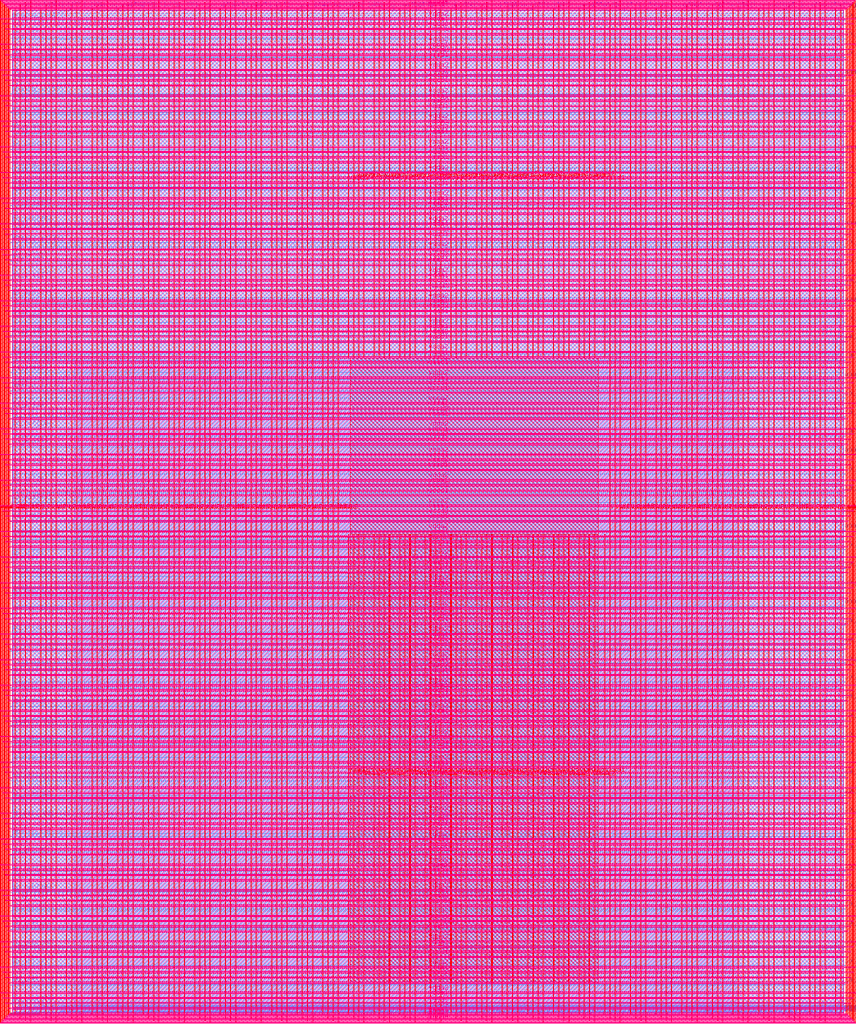
<source format=lef>
VERSION 5.7 ;
  NOWIREEXTENSIONATPIN ON ;
  DIVIDERCHAR "/" ;
  BUSBITCHARS "[]" ;
MACRO user_project_wrapper
  CLASS BLOCK ;
  FOREIGN user_project_wrapper ;
  ORIGIN 0.000 0.000 ;
  SIZE 2920.000 BY 3520.000 ;
  PIN analog_io[0]
    DIRECTION INOUT ;
    USE SIGNAL ;
    PORT
      LAYER met3 ;
        RECT 2917.600 1426.380 2924.800 1427.580 ;
    END
  END analog_io[0]
  PIN analog_io[10]
    DIRECTION INOUT ;
    USE SIGNAL ;
    PORT
      LAYER met2 ;
        RECT 2230.490 3517.600 2231.050 3524.800 ;
    END
  END analog_io[10]
  PIN analog_io[11]
    DIRECTION INOUT ;
    USE SIGNAL ;
    PORT
      LAYER met2 ;
        RECT 1905.730 3517.600 1906.290 3524.800 ;
    END
  END analog_io[11]
  PIN analog_io[12]
    DIRECTION INOUT ;
    USE SIGNAL ;
    PORT
      LAYER met2 ;
        RECT 1581.430 3517.600 1581.990 3524.800 ;
    END
  END analog_io[12]
  PIN analog_io[13]
    DIRECTION INOUT ;
    USE SIGNAL ;
    PORT
      LAYER met2 ;
        RECT 1257.130 3517.600 1257.690 3524.800 ;
    END
  END analog_io[13]
  PIN analog_io[14]
    DIRECTION INOUT ;
    USE SIGNAL ;
    PORT
      LAYER met2 ;
        RECT 932.370 3517.600 932.930 3524.800 ;
    END
  END analog_io[14]
  PIN analog_io[15]
    DIRECTION INOUT ;
    USE SIGNAL ;
    PORT
      LAYER met2 ;
        RECT 608.070 3517.600 608.630 3524.800 ;
    END
  END analog_io[15]
  PIN analog_io[16]
    DIRECTION INOUT ;
    USE SIGNAL ;
    PORT
      LAYER met2 ;
        RECT 283.770 3517.600 284.330 3524.800 ;
    END
  END analog_io[16]
  PIN analog_io[17]
    DIRECTION INOUT ;
    USE SIGNAL ;
    PORT
      LAYER met3 ;
        RECT -4.800 3486.100 2.400 3487.300 ;
    END
  END analog_io[17]
  PIN analog_io[18]
    DIRECTION INOUT ;
    USE SIGNAL ;
    PORT
      LAYER met3 ;
        RECT -4.800 3224.980 2.400 3226.180 ;
    END
  END analog_io[18]
  PIN analog_io[19]
    DIRECTION INOUT ;
    USE SIGNAL ;
    PORT
      LAYER met3 ;
        RECT -4.800 2964.540 2.400 2965.740 ;
    END
  END analog_io[19]
  PIN analog_io[1]
    DIRECTION INOUT ;
    USE SIGNAL ;
    PORT
      LAYER met3 ;
        RECT 2917.600 1692.260 2924.800 1693.460 ;
    END
  END analog_io[1]
  PIN analog_io[20]
    DIRECTION INOUT ;
    USE SIGNAL ;
    PORT
      LAYER met3 ;
        RECT -4.800 2703.420 2.400 2704.620 ;
    END
  END analog_io[20]
  PIN analog_io[21]
    DIRECTION INOUT ;
    USE SIGNAL ;
    PORT
      LAYER met3 ;
        RECT -4.800 2442.980 2.400 2444.180 ;
    END
  END analog_io[21]
  PIN analog_io[22]
    DIRECTION INOUT ;
    USE SIGNAL ;
    PORT
      LAYER met3 ;
        RECT -4.800 2182.540 2.400 2183.740 ;
    END
  END analog_io[22]
  PIN analog_io[23]
    DIRECTION INOUT ;
    USE SIGNAL ;
    PORT
      LAYER met3 ;
        RECT -4.800 1921.420 2.400 1922.620 ;
    END
  END analog_io[23]
  PIN analog_io[24]
    DIRECTION INOUT ;
    USE SIGNAL ;
    PORT
      LAYER met3 ;
        RECT -4.800 1660.980 2.400 1662.180 ;
    END
  END analog_io[24]
  PIN analog_io[25]
    DIRECTION INOUT ;
    USE SIGNAL ;
    PORT
      LAYER met3 ;
        RECT -4.800 1399.860 2.400 1401.060 ;
    END
  END analog_io[25]
  PIN analog_io[26]
    DIRECTION INOUT ;
    USE SIGNAL ;
    PORT
      LAYER met3 ;
        RECT -4.800 1139.420 2.400 1140.620 ;
    END
  END analog_io[26]
  PIN analog_io[27]
    DIRECTION INOUT ;
    USE SIGNAL ;
    PORT
      LAYER met3 ;
        RECT -4.800 878.980 2.400 880.180 ;
    END
  END analog_io[27]
  PIN analog_io[28]
    DIRECTION INOUT ;
    USE SIGNAL ;
    PORT
      LAYER met3 ;
        RECT -4.800 617.860 2.400 619.060 ;
    END
  END analog_io[28]
  PIN analog_io[2]
    DIRECTION INOUT ;
    USE SIGNAL ;
    PORT
      LAYER met3 ;
        RECT 2917.600 1958.140 2924.800 1959.340 ;
    END
  END analog_io[2]
  PIN analog_io[3]
    DIRECTION INOUT ;
    USE SIGNAL ;
    PORT
      LAYER met3 ;
        RECT 2917.600 2223.340 2924.800 2224.540 ;
    END
  END analog_io[3]
  PIN analog_io[4]
    DIRECTION INOUT ;
    USE SIGNAL ;
    PORT
      LAYER met3 ;
        RECT 2917.600 2489.220 2924.800 2490.420 ;
    END
  END analog_io[4]
  PIN analog_io[5]
    DIRECTION INOUT ;
    USE SIGNAL ;
    PORT
      LAYER met3 ;
        RECT 2917.600 2755.100 2924.800 2756.300 ;
    END
  END analog_io[5]
  PIN analog_io[6]
    DIRECTION INOUT ;
    USE SIGNAL ;
    PORT
      LAYER met3 ;
        RECT 2917.600 3020.300 2924.800 3021.500 ;
    END
  END analog_io[6]
  PIN analog_io[7]
    DIRECTION INOUT ;
    USE SIGNAL ;
    PORT
      LAYER met3 ;
        RECT 2917.600 3286.180 2924.800 3287.380 ;
    END
  END analog_io[7]
  PIN analog_io[8]
    DIRECTION INOUT ;
    USE SIGNAL ;
    PORT
      LAYER met2 ;
        RECT 2879.090 3517.600 2879.650 3524.800 ;
    END
  END analog_io[8]
  PIN analog_io[9]
    DIRECTION INOUT ;
    USE SIGNAL ;
    PORT
      LAYER met2 ;
        RECT 2554.790 3517.600 2555.350 3524.800 ;
    END
  END analog_io[9]
  PIN io_in[0]
    DIRECTION INPUT ;
    USE SIGNAL ;
    PORT
      LAYER met3 ;
        RECT 2917.600 32.380 2924.800 33.580 ;
    END
  END io_in[0]
  PIN io_in[10]
    DIRECTION INPUT ;
    USE SIGNAL ;
    PORT
      LAYER met3 ;
        RECT 2917.600 2289.980 2924.800 2291.180 ;
    END
  END io_in[10]
  PIN io_in[11]
    DIRECTION INPUT ;
    USE SIGNAL ;
    PORT
      LAYER met3 ;
        RECT 2917.600 2555.860 2924.800 2557.060 ;
    END
  END io_in[11]
  PIN io_in[12]
    DIRECTION INPUT ;
    USE SIGNAL ;
    PORT
      LAYER met3 ;
        RECT 2917.600 2821.060 2924.800 2822.260 ;
    END
  END io_in[12]
  PIN io_in[13]
    DIRECTION INPUT ;
    USE SIGNAL ;
    PORT
      LAYER met3 ;
        RECT 2917.600 3086.940 2924.800 3088.140 ;
    END
  END io_in[13]
  PIN io_in[14]
    DIRECTION INPUT ;
    USE SIGNAL ;
    PORT
      LAYER met3 ;
        RECT 2917.600 3352.820 2924.800 3354.020 ;
    END
  END io_in[14]
  PIN io_in[15]
    DIRECTION INPUT ;
    USE SIGNAL ;
    PORT
      LAYER met2 ;
        RECT 2798.130 3517.600 2798.690 3524.800 ;
    END
  END io_in[15]
  PIN io_in[16]
    DIRECTION INPUT ;
    USE SIGNAL ;
    PORT
      LAYER met2 ;
        RECT 2473.830 3517.600 2474.390 3524.800 ;
    END
  END io_in[16]
  PIN io_in[17]
    DIRECTION INPUT ;
    USE SIGNAL ;
    PORT
      LAYER met2 ;
        RECT 2149.070 3517.600 2149.630 3524.800 ;
    END
  END io_in[17]
  PIN io_in[18]
    DIRECTION INPUT ;
    USE SIGNAL ;
    PORT
      LAYER met2 ;
        RECT 1824.770 3517.600 1825.330 3524.800 ;
    END
  END io_in[18]
  PIN io_in[19]
    DIRECTION INPUT ;
    USE SIGNAL ;
    PORT
      LAYER met2 ;
        RECT 1500.470 3517.600 1501.030 3524.800 ;
    END
  END io_in[19]
  PIN io_in[1]
    DIRECTION INPUT ;
    USE SIGNAL ;
    PORT
      LAYER met3 ;
        RECT 2917.600 230.940 2924.800 232.140 ;
    END
  END io_in[1]
  PIN io_in[20]
    DIRECTION INPUT ;
    USE SIGNAL ;
    PORT
      LAYER met2 ;
        RECT 1175.710 3517.600 1176.270 3524.800 ;
    END
  END io_in[20]
  PIN io_in[21]
    DIRECTION INPUT ;
    USE SIGNAL ;
    PORT
      LAYER met2 ;
        RECT 851.410 3517.600 851.970 3524.800 ;
    END
  END io_in[21]
  PIN io_in[22]
    DIRECTION INPUT ;
    USE SIGNAL ;
    PORT
      LAYER met2 ;
        RECT 527.110 3517.600 527.670 3524.800 ;
    END
  END io_in[22]
  PIN io_in[23]
    DIRECTION INPUT ;
    USE SIGNAL ;
    PORT
      LAYER met2 ;
        RECT 202.350 3517.600 202.910 3524.800 ;
    END
  END io_in[23]
  PIN io_in[24]
    DIRECTION INPUT ;
    USE SIGNAL ;
    PORT
      LAYER met3 ;
        RECT -4.800 3420.820 2.400 3422.020 ;
    END
  END io_in[24]
  PIN io_in[25]
    DIRECTION INPUT ;
    USE SIGNAL ;
    PORT
      LAYER met3 ;
        RECT -4.800 3159.700 2.400 3160.900 ;
    END
  END io_in[25]
  PIN io_in[26]
    DIRECTION INPUT ;
    USE SIGNAL ;
    PORT
      LAYER met3 ;
        RECT -4.800 2899.260 2.400 2900.460 ;
    END
  END io_in[26]
  PIN io_in[27]
    DIRECTION INPUT ;
    USE SIGNAL ;
    PORT
      LAYER met3 ;
        RECT -4.800 2638.820 2.400 2640.020 ;
    END
  END io_in[27]
  PIN io_in[28]
    DIRECTION INPUT ;
    USE SIGNAL ;
    PORT
      LAYER met3 ;
        RECT -4.800 2377.700 2.400 2378.900 ;
    END
  END io_in[28]
  PIN io_in[29]
    DIRECTION INPUT ;
    USE SIGNAL ;
    PORT
      LAYER met3 ;
        RECT -4.800 2117.260 2.400 2118.460 ;
    END
  END io_in[29]
  PIN io_in[2]
    DIRECTION INPUT ;
    USE SIGNAL ;
    PORT
      LAYER met3 ;
        RECT 2917.600 430.180 2924.800 431.380 ;
    END
  END io_in[2]
  PIN io_in[30]
    DIRECTION INPUT ;
    USE SIGNAL ;
    PORT
      LAYER met3 ;
        RECT -4.800 1856.140 2.400 1857.340 ;
    END
  END io_in[30]
  PIN io_in[31]
    DIRECTION INPUT ;
    USE SIGNAL ;
    PORT
      LAYER met3 ;
        RECT -4.800 1595.700 2.400 1596.900 ;
    END
  END io_in[31]
  PIN io_in[32]
    DIRECTION INPUT ;
    USE SIGNAL ;
    PORT
      LAYER met3 ;
        RECT -4.800 1335.260 2.400 1336.460 ;
    END
  END io_in[32]
  PIN io_in[33]
    DIRECTION INPUT ;
    USE SIGNAL ;
    PORT
      LAYER met3 ;
        RECT -4.800 1074.140 2.400 1075.340 ;
    END
  END io_in[33]
  PIN io_in[34]
    DIRECTION INPUT ;
    USE SIGNAL ;
    PORT
      LAYER met3 ;
        RECT -4.800 813.700 2.400 814.900 ;
    END
  END io_in[34]
  PIN io_in[35]
    DIRECTION INPUT ;
    USE SIGNAL ;
    PORT
      LAYER met3 ;
        RECT -4.800 552.580 2.400 553.780 ;
    END
  END io_in[35]
  PIN io_in[36]
    DIRECTION INPUT ;
    USE SIGNAL ;
    PORT
      LAYER met3 ;
        RECT -4.800 357.420 2.400 358.620 ;
    END
  END io_in[36]
  PIN io_in[37]
    DIRECTION INPUT ;
    USE SIGNAL ;
    PORT
      LAYER met3 ;
        RECT -4.800 161.580 2.400 162.780 ;
    END
  END io_in[37]
  PIN io_in[3]
    DIRECTION INPUT ;
    USE SIGNAL ;
    PORT
      LAYER met3 ;
        RECT 2917.600 629.420 2924.800 630.620 ;
    END
  END io_in[3]
  PIN io_in[4]
    DIRECTION INPUT ;
    USE SIGNAL ;
    PORT
      LAYER met3 ;
        RECT 2917.600 828.660 2924.800 829.860 ;
    END
  END io_in[4]
  PIN io_in[5]
    DIRECTION INPUT ;
    USE SIGNAL ;
    PORT
      LAYER met3 ;
        RECT 2917.600 1027.900 2924.800 1029.100 ;
    END
  END io_in[5]
  PIN io_in[6]
    DIRECTION INPUT ;
    USE SIGNAL ;
    PORT
      LAYER met3 ;
        RECT 2917.600 1227.140 2924.800 1228.340 ;
    END
  END io_in[6]
  PIN io_in[7]
    DIRECTION INPUT ;
    USE SIGNAL ;
    PORT
      LAYER met3 ;
        RECT 2917.600 1493.020 2924.800 1494.220 ;
    END
  END io_in[7]
  PIN io_in[8]
    DIRECTION INPUT ;
    USE SIGNAL ;
    PORT
      LAYER met3 ;
        RECT 2917.600 1758.900 2924.800 1760.100 ;
    END
  END io_in[8]
  PIN io_in[9]
    DIRECTION INPUT ;
    USE SIGNAL ;
    PORT
      LAYER met3 ;
        RECT 2917.600 2024.100 2924.800 2025.300 ;
    END
  END io_in[9]
  PIN io_oeb[0]
    DIRECTION OUTPUT TRISTATE ;
    USE SIGNAL ;
    PORT
      LAYER met3 ;
        RECT 2917.600 164.980 2924.800 166.180 ;
    END
  END io_oeb[0]
  PIN io_oeb[10]
    DIRECTION OUTPUT TRISTATE ;
    USE SIGNAL ;
    PORT
      LAYER met3 ;
        RECT 2917.600 2422.580 2924.800 2423.780 ;
    END
  END io_oeb[10]
  PIN io_oeb[11]
    DIRECTION OUTPUT TRISTATE ;
    USE SIGNAL ;
    PORT
      LAYER met3 ;
        RECT 2917.600 2688.460 2924.800 2689.660 ;
    END
  END io_oeb[11]
  PIN io_oeb[12]
    DIRECTION OUTPUT TRISTATE ;
    USE SIGNAL ;
    PORT
      LAYER met3 ;
        RECT 2917.600 2954.340 2924.800 2955.540 ;
    END
  END io_oeb[12]
  PIN io_oeb[13]
    DIRECTION OUTPUT TRISTATE ;
    USE SIGNAL ;
    PORT
      LAYER met3 ;
        RECT 2917.600 3219.540 2924.800 3220.740 ;
    END
  END io_oeb[13]
  PIN io_oeb[14]
    DIRECTION OUTPUT TRISTATE ;
    USE SIGNAL ;
    PORT
      LAYER met3 ;
        RECT 2917.600 3485.420 2924.800 3486.620 ;
    END
  END io_oeb[14]
  PIN io_oeb[15]
    DIRECTION OUTPUT TRISTATE ;
    USE SIGNAL ;
    PORT
      LAYER met2 ;
        RECT 2635.750 3517.600 2636.310 3524.800 ;
    END
  END io_oeb[15]
  PIN io_oeb[16]
    DIRECTION OUTPUT TRISTATE ;
    USE SIGNAL ;
    PORT
      LAYER met2 ;
        RECT 2311.450 3517.600 2312.010 3524.800 ;
    END
  END io_oeb[16]
  PIN io_oeb[17]
    DIRECTION OUTPUT TRISTATE ;
    USE SIGNAL ;
    PORT
      LAYER met2 ;
        RECT 1987.150 3517.600 1987.710 3524.800 ;
    END
  END io_oeb[17]
  PIN io_oeb[18]
    DIRECTION OUTPUT TRISTATE ;
    USE SIGNAL ;
    PORT
      LAYER met2 ;
        RECT 1662.390 3517.600 1662.950 3524.800 ;
    END
  END io_oeb[18]
  PIN io_oeb[19]
    DIRECTION OUTPUT TRISTATE ;
    USE SIGNAL ;
    PORT
      LAYER met2 ;
        RECT 1338.090 3517.600 1338.650 3524.800 ;
    END
  END io_oeb[19]
  PIN io_oeb[1]
    DIRECTION OUTPUT TRISTATE ;
    USE SIGNAL ;
    PORT
      LAYER met3 ;
        RECT 2917.600 364.220 2924.800 365.420 ;
    END
  END io_oeb[1]
  PIN io_oeb[20]
    DIRECTION OUTPUT TRISTATE ;
    USE SIGNAL ;
    PORT
      LAYER met2 ;
        RECT 1013.790 3517.600 1014.350 3524.800 ;
    END
  END io_oeb[20]
  PIN io_oeb[21]
    DIRECTION OUTPUT TRISTATE ;
    USE SIGNAL ;
    PORT
      LAYER met2 ;
        RECT 689.030 3517.600 689.590 3524.800 ;
    END
  END io_oeb[21]
  PIN io_oeb[22]
    DIRECTION OUTPUT TRISTATE ;
    USE SIGNAL ;
    PORT
      LAYER met2 ;
        RECT 364.730 3517.600 365.290 3524.800 ;
    END
  END io_oeb[22]
  PIN io_oeb[23]
    DIRECTION OUTPUT TRISTATE ;
    USE SIGNAL ;
    PORT
      LAYER met2 ;
        RECT 40.430 3517.600 40.990 3524.800 ;
    END
  END io_oeb[23]
  PIN io_oeb[24]
    DIRECTION OUTPUT TRISTATE ;
    USE SIGNAL ;
    PORT
      LAYER met3 ;
        RECT -4.800 3290.260 2.400 3291.460 ;
    END
  END io_oeb[24]
  PIN io_oeb[25]
    DIRECTION OUTPUT TRISTATE ;
    USE SIGNAL ;
    PORT
      LAYER met3 ;
        RECT -4.800 3029.820 2.400 3031.020 ;
    END
  END io_oeb[25]
  PIN io_oeb[26]
    DIRECTION OUTPUT TRISTATE ;
    USE SIGNAL ;
    PORT
      LAYER met3 ;
        RECT -4.800 2768.700 2.400 2769.900 ;
    END
  END io_oeb[26]
  PIN io_oeb[27]
    DIRECTION OUTPUT TRISTATE ;
    USE SIGNAL ;
    PORT
      LAYER met3 ;
        RECT -4.800 2508.260 2.400 2509.460 ;
    END
  END io_oeb[27]
  PIN io_oeb[28]
    DIRECTION OUTPUT TRISTATE ;
    USE SIGNAL ;
    PORT
      LAYER met3 ;
        RECT -4.800 2247.140 2.400 2248.340 ;
    END
  END io_oeb[28]
  PIN io_oeb[29]
    DIRECTION OUTPUT TRISTATE ;
    USE SIGNAL ;
    PORT
      LAYER met3 ;
        RECT -4.800 1986.700 2.400 1987.900 ;
    END
  END io_oeb[29]
  PIN io_oeb[2]
    DIRECTION OUTPUT TRISTATE ;
    USE SIGNAL ;
    PORT
      LAYER met3 ;
        RECT 2917.600 563.460 2924.800 564.660 ;
    END
  END io_oeb[2]
  PIN io_oeb[30]
    DIRECTION OUTPUT TRISTATE ;
    USE SIGNAL ;
    PORT
      LAYER met3 ;
        RECT -4.800 1726.260 2.400 1727.460 ;
    END
  END io_oeb[30]
  PIN io_oeb[31]
    DIRECTION OUTPUT TRISTATE ;
    USE SIGNAL ;
    PORT
      LAYER met3 ;
        RECT -4.800 1465.140 2.400 1466.340 ;
    END
  END io_oeb[31]
  PIN io_oeb[32]
    DIRECTION OUTPUT TRISTATE ;
    USE SIGNAL ;
    PORT
      LAYER met3 ;
        RECT -4.800 1204.700 2.400 1205.900 ;
    END
  END io_oeb[32]
  PIN io_oeb[33]
    DIRECTION OUTPUT TRISTATE ;
    USE SIGNAL ;
    PORT
      LAYER met3 ;
        RECT -4.800 943.580 2.400 944.780 ;
    END
  END io_oeb[33]
  PIN io_oeb[34]
    DIRECTION OUTPUT TRISTATE ;
    USE SIGNAL ;
    PORT
      LAYER met3 ;
        RECT -4.800 683.140 2.400 684.340 ;
    END
  END io_oeb[34]
  PIN io_oeb[35]
    DIRECTION OUTPUT TRISTATE ;
    USE SIGNAL ;
    PORT
      LAYER met3 ;
        RECT -4.800 422.700 2.400 423.900 ;
    END
  END io_oeb[35]
  PIN io_oeb[36]
    DIRECTION OUTPUT TRISTATE ;
    USE SIGNAL ;
    PORT
      LAYER met3 ;
        RECT -4.800 226.860 2.400 228.060 ;
    END
  END io_oeb[36]
  PIN io_oeb[37]
    DIRECTION OUTPUT TRISTATE ;
    USE SIGNAL ;
    PORT
      LAYER met3 ;
        RECT -4.800 31.700 2.400 32.900 ;
    END
  END io_oeb[37]
  PIN io_oeb[3]
    DIRECTION OUTPUT TRISTATE ;
    USE SIGNAL ;
    PORT
      LAYER met3 ;
        RECT 2917.600 762.700 2924.800 763.900 ;
    END
  END io_oeb[3]
  PIN io_oeb[4]
    DIRECTION OUTPUT TRISTATE ;
    USE SIGNAL ;
    PORT
      LAYER met3 ;
        RECT 2917.600 961.940 2924.800 963.140 ;
    END
  END io_oeb[4]
  PIN io_oeb[5]
    DIRECTION OUTPUT TRISTATE ;
    USE SIGNAL ;
    PORT
      LAYER met3 ;
        RECT 2917.600 1161.180 2924.800 1162.380 ;
    END
  END io_oeb[5]
  PIN io_oeb[6]
    DIRECTION OUTPUT TRISTATE ;
    USE SIGNAL ;
    PORT
      LAYER met3 ;
        RECT 2917.600 1360.420 2924.800 1361.620 ;
    END
  END io_oeb[6]
  PIN io_oeb[7]
    DIRECTION OUTPUT TRISTATE ;
    USE SIGNAL ;
    PORT
      LAYER met3 ;
        RECT 2917.600 1625.620 2924.800 1626.820 ;
    END
  END io_oeb[7]
  PIN io_oeb[8]
    DIRECTION OUTPUT TRISTATE ;
    USE SIGNAL ;
    PORT
      LAYER met3 ;
        RECT 2917.600 1891.500 2924.800 1892.700 ;
    END
  END io_oeb[8]
  PIN io_oeb[9]
    DIRECTION OUTPUT TRISTATE ;
    USE SIGNAL ;
    PORT
      LAYER met3 ;
        RECT 2917.600 2157.380 2924.800 2158.580 ;
    END
  END io_oeb[9]
  PIN io_out[0]
    DIRECTION OUTPUT TRISTATE ;
    USE SIGNAL ;
    PORT
      LAYER met3 ;
        RECT 2917.600 98.340 2924.800 99.540 ;
    END
  END io_out[0]
  PIN io_out[10]
    DIRECTION OUTPUT TRISTATE ;
    USE SIGNAL ;
    PORT
      LAYER met3 ;
        RECT 2917.600 2356.620 2924.800 2357.820 ;
    END
  END io_out[10]
  PIN io_out[11]
    DIRECTION OUTPUT TRISTATE ;
    USE SIGNAL ;
    PORT
      LAYER met3 ;
        RECT 2917.600 2621.820 2924.800 2623.020 ;
    END
  END io_out[11]
  PIN io_out[12]
    DIRECTION OUTPUT TRISTATE ;
    USE SIGNAL ;
    PORT
      LAYER met3 ;
        RECT 2917.600 2887.700 2924.800 2888.900 ;
    END
  END io_out[12]
  PIN io_out[13]
    DIRECTION OUTPUT TRISTATE ;
    USE SIGNAL ;
    PORT
      LAYER met3 ;
        RECT 2917.600 3153.580 2924.800 3154.780 ;
    END
  END io_out[13]
  PIN io_out[14]
    DIRECTION OUTPUT TRISTATE ;
    USE SIGNAL ;
    PORT
      LAYER met3 ;
        RECT 2917.600 3418.780 2924.800 3419.980 ;
    END
  END io_out[14]
  PIN io_out[15]
    DIRECTION OUTPUT TRISTATE ;
    USE SIGNAL ;
    PORT
      LAYER met2 ;
        RECT 2717.170 3517.600 2717.730 3524.800 ;
    END
  END io_out[15]
  PIN io_out[16]
    DIRECTION OUTPUT TRISTATE ;
    USE SIGNAL ;
    PORT
      LAYER met2 ;
        RECT 2392.410 3517.600 2392.970 3524.800 ;
    END
  END io_out[16]
  PIN io_out[17]
    DIRECTION OUTPUT TRISTATE ;
    USE SIGNAL ;
    PORT
      LAYER met2 ;
        RECT 2068.110 3517.600 2068.670 3524.800 ;
    END
  END io_out[17]
  PIN io_out[18]
    DIRECTION OUTPUT TRISTATE ;
    USE SIGNAL ;
    PORT
      LAYER met2 ;
        RECT 1743.810 3517.600 1744.370 3524.800 ;
    END
  END io_out[18]
  PIN io_out[19]
    DIRECTION OUTPUT TRISTATE ;
    USE SIGNAL ;
    PORT
      LAYER met2 ;
        RECT 1419.050 3517.600 1419.610 3524.800 ;
    END
  END io_out[19]
  PIN io_out[1]
    DIRECTION OUTPUT TRISTATE ;
    USE SIGNAL ;
    PORT
      LAYER met3 ;
        RECT 2917.600 297.580 2924.800 298.780 ;
    END
  END io_out[1]
  PIN io_out[20]
    DIRECTION OUTPUT TRISTATE ;
    USE SIGNAL ;
    PORT
      LAYER met2 ;
        RECT 1094.750 3517.600 1095.310 3524.800 ;
    END
  END io_out[20]
  PIN io_out[21]
    DIRECTION OUTPUT TRISTATE ;
    USE SIGNAL ;
    PORT
      LAYER met2 ;
        RECT 770.450 3517.600 771.010 3524.800 ;
    END
  END io_out[21]
  PIN io_out[22]
    DIRECTION OUTPUT TRISTATE ;
    USE SIGNAL ;
    PORT
      LAYER met2 ;
        RECT 445.690 3517.600 446.250 3524.800 ;
    END
  END io_out[22]
  PIN io_out[23]
    DIRECTION OUTPUT TRISTATE ;
    USE SIGNAL ;
    PORT
      LAYER met2 ;
        RECT 121.390 3517.600 121.950 3524.800 ;
    END
  END io_out[23]
  PIN io_out[24]
    DIRECTION OUTPUT TRISTATE ;
    USE SIGNAL ;
    PORT
      LAYER met3 ;
        RECT -4.800 3355.540 2.400 3356.740 ;
    END
  END io_out[24]
  PIN io_out[25]
    DIRECTION OUTPUT TRISTATE ;
    USE SIGNAL ;
    PORT
      LAYER met3 ;
        RECT -4.800 3095.100 2.400 3096.300 ;
    END
  END io_out[25]
  PIN io_out[26]
    DIRECTION OUTPUT TRISTATE ;
    USE SIGNAL ;
    PORT
      LAYER met3 ;
        RECT -4.800 2833.980 2.400 2835.180 ;
    END
  END io_out[26]
  PIN io_out[27]
    DIRECTION OUTPUT TRISTATE ;
    USE SIGNAL ;
    PORT
      LAYER met3 ;
        RECT -4.800 2573.540 2.400 2574.740 ;
    END
  END io_out[27]
  PIN io_out[28]
    DIRECTION OUTPUT TRISTATE ;
    USE SIGNAL ;
    PORT
      LAYER met3 ;
        RECT -4.800 2312.420 2.400 2313.620 ;
    END
  END io_out[28]
  PIN io_out[29]
    DIRECTION OUTPUT TRISTATE ;
    USE SIGNAL ;
    PORT
      LAYER met3 ;
        RECT -4.800 2051.980 2.400 2053.180 ;
    END
  END io_out[29]
  PIN io_out[2]
    DIRECTION OUTPUT TRISTATE ;
    USE SIGNAL ;
    PORT
      LAYER met3 ;
        RECT 2917.600 496.820 2924.800 498.020 ;
    END
  END io_out[2]
  PIN io_out[30]
    DIRECTION OUTPUT TRISTATE ;
    USE SIGNAL ;
    PORT
      LAYER met3 ;
        RECT -4.800 1791.540 2.400 1792.740 ;
    END
  END io_out[30]
  PIN io_out[31]
    DIRECTION OUTPUT TRISTATE ;
    USE SIGNAL ;
    PORT
      LAYER met3 ;
        RECT -4.800 1530.420 2.400 1531.620 ;
    END
  END io_out[31]
  PIN io_out[32]
    DIRECTION OUTPUT TRISTATE ;
    USE SIGNAL ;
    PORT
      LAYER met3 ;
        RECT -4.800 1269.980 2.400 1271.180 ;
    END
  END io_out[32]
  PIN io_out[33]
    DIRECTION OUTPUT TRISTATE ;
    USE SIGNAL ;
    PORT
      LAYER met3 ;
        RECT -4.800 1008.860 2.400 1010.060 ;
    END
  END io_out[33]
  PIN io_out[34]
    DIRECTION OUTPUT TRISTATE ;
    USE SIGNAL ;
    PORT
      LAYER met3 ;
        RECT -4.800 748.420 2.400 749.620 ;
    END
  END io_out[34]
  PIN io_out[35]
    DIRECTION OUTPUT TRISTATE ;
    USE SIGNAL ;
    PORT
      LAYER met3 ;
        RECT -4.800 487.300 2.400 488.500 ;
    END
  END io_out[35]
  PIN io_out[36]
    DIRECTION OUTPUT TRISTATE ;
    USE SIGNAL ;
    PORT
      LAYER met3 ;
        RECT -4.800 292.140 2.400 293.340 ;
    END
  END io_out[36]
  PIN io_out[37]
    DIRECTION OUTPUT TRISTATE ;
    USE SIGNAL ;
    PORT
      LAYER met3 ;
        RECT -4.800 96.300 2.400 97.500 ;
    END
  END io_out[37]
  PIN io_out[3]
    DIRECTION OUTPUT TRISTATE ;
    USE SIGNAL ;
    PORT
      LAYER met3 ;
        RECT 2917.600 696.060 2924.800 697.260 ;
    END
  END io_out[3]
  PIN io_out[4]
    DIRECTION OUTPUT TRISTATE ;
    USE SIGNAL ;
    PORT
      LAYER met3 ;
        RECT 2917.600 895.300 2924.800 896.500 ;
    END
  END io_out[4]
  PIN io_out[5]
    DIRECTION OUTPUT TRISTATE ;
    USE SIGNAL ;
    PORT
      LAYER met3 ;
        RECT 2917.600 1094.540 2924.800 1095.740 ;
    END
  END io_out[5]
  PIN io_out[6]
    DIRECTION OUTPUT TRISTATE ;
    USE SIGNAL ;
    PORT
      LAYER met3 ;
        RECT 2917.600 1293.780 2924.800 1294.980 ;
    END
  END io_out[6]
  PIN io_out[7]
    DIRECTION OUTPUT TRISTATE ;
    USE SIGNAL ;
    PORT
      LAYER met3 ;
        RECT 2917.600 1559.660 2924.800 1560.860 ;
    END
  END io_out[7]
  PIN io_out[8]
    DIRECTION OUTPUT TRISTATE ;
    USE SIGNAL ;
    PORT
      LAYER met3 ;
        RECT 2917.600 1824.860 2924.800 1826.060 ;
    END
  END io_out[8]
  PIN io_out[9]
    DIRECTION OUTPUT TRISTATE ;
    USE SIGNAL ;
    PORT
      LAYER met3 ;
        RECT 2917.600 2090.740 2924.800 2091.940 ;
    END
  END io_out[9]
  PIN la_data_in[0]
    DIRECTION INPUT ;
    USE SIGNAL ;
    PORT
      LAYER met2 ;
        RECT 629.230 -4.800 629.790 2.400 ;
    END
  END la_data_in[0]
  PIN la_data_in[100]
    DIRECTION INPUT ;
    USE SIGNAL ;
    PORT
      LAYER met2 ;
        RECT 2402.530 -4.800 2403.090 2.400 ;
    END
  END la_data_in[100]
  PIN la_data_in[101]
    DIRECTION INPUT ;
    USE SIGNAL ;
    PORT
      LAYER met2 ;
        RECT 2420.010 -4.800 2420.570 2.400 ;
    END
  END la_data_in[101]
  PIN la_data_in[102]
    DIRECTION INPUT ;
    USE SIGNAL ;
    PORT
      LAYER met2 ;
        RECT 2437.950 -4.800 2438.510 2.400 ;
    END
  END la_data_in[102]
  PIN la_data_in[103]
    DIRECTION INPUT ;
    USE SIGNAL ;
    PORT
      LAYER met2 ;
        RECT 2455.430 -4.800 2455.990 2.400 ;
    END
  END la_data_in[103]
  PIN la_data_in[104]
    DIRECTION INPUT ;
    USE SIGNAL ;
    PORT
      LAYER met2 ;
        RECT 2473.370 -4.800 2473.930 2.400 ;
    END
  END la_data_in[104]
  PIN la_data_in[105]
    DIRECTION INPUT ;
    USE SIGNAL ;
    PORT
      LAYER met2 ;
        RECT 2490.850 -4.800 2491.410 2.400 ;
    END
  END la_data_in[105]
  PIN la_data_in[106]
    DIRECTION INPUT ;
    USE SIGNAL ;
    PORT
      LAYER met2 ;
        RECT 2508.790 -4.800 2509.350 2.400 ;
    END
  END la_data_in[106]
  PIN la_data_in[107]
    DIRECTION INPUT ;
    USE SIGNAL ;
    PORT
      LAYER met2 ;
        RECT 2526.730 -4.800 2527.290 2.400 ;
    END
  END la_data_in[107]
  PIN la_data_in[108]
    DIRECTION INPUT ;
    USE SIGNAL ;
    PORT
      LAYER met2 ;
        RECT 2544.210 -4.800 2544.770 2.400 ;
    END
  END la_data_in[108]
  PIN la_data_in[109]
    DIRECTION INPUT ;
    USE SIGNAL ;
    PORT
      LAYER met2 ;
        RECT 2562.150 -4.800 2562.710 2.400 ;
    END
  END la_data_in[109]
  PIN la_data_in[10]
    DIRECTION INPUT ;
    USE SIGNAL ;
    PORT
      LAYER met2 ;
        RECT 806.330 -4.800 806.890 2.400 ;
    END
  END la_data_in[10]
  PIN la_data_in[110]
    DIRECTION INPUT ;
    USE SIGNAL ;
    PORT
      LAYER met2 ;
        RECT 2579.630 -4.800 2580.190 2.400 ;
    END
  END la_data_in[110]
  PIN la_data_in[111]
    DIRECTION INPUT ;
    USE SIGNAL ;
    PORT
      LAYER met2 ;
        RECT 2597.570 -4.800 2598.130 2.400 ;
    END
  END la_data_in[111]
  PIN la_data_in[112]
    DIRECTION INPUT ;
    USE SIGNAL ;
    PORT
      LAYER met2 ;
        RECT 2615.050 -4.800 2615.610 2.400 ;
    END
  END la_data_in[112]
  PIN la_data_in[113]
    DIRECTION INPUT ;
    USE SIGNAL ;
    PORT
      LAYER met2 ;
        RECT 2632.990 -4.800 2633.550 2.400 ;
    END
  END la_data_in[113]
  PIN la_data_in[114]
    DIRECTION INPUT ;
    USE SIGNAL ;
    PORT
      LAYER met2 ;
        RECT 2650.470 -4.800 2651.030 2.400 ;
    END
  END la_data_in[114]
  PIN la_data_in[115]
    DIRECTION INPUT ;
    USE SIGNAL ;
    PORT
      LAYER met2 ;
        RECT 2668.410 -4.800 2668.970 2.400 ;
    END
  END la_data_in[115]
  PIN la_data_in[116]
    DIRECTION INPUT ;
    USE SIGNAL ;
    PORT
      LAYER met2 ;
        RECT 2685.890 -4.800 2686.450 2.400 ;
    END
  END la_data_in[116]
  PIN la_data_in[117]
    DIRECTION INPUT ;
    USE SIGNAL ;
    PORT
      LAYER met2 ;
        RECT 2703.830 -4.800 2704.390 2.400 ;
    END
  END la_data_in[117]
  PIN la_data_in[118]
    DIRECTION INPUT ;
    USE SIGNAL ;
    PORT
      LAYER met2 ;
        RECT 2721.770 -4.800 2722.330 2.400 ;
    END
  END la_data_in[118]
  PIN la_data_in[119]
    DIRECTION INPUT ;
    USE SIGNAL ;
    PORT
      LAYER met2 ;
        RECT 2739.250 -4.800 2739.810 2.400 ;
    END
  END la_data_in[119]
  PIN la_data_in[11]
    DIRECTION INPUT ;
    USE SIGNAL ;
    PORT
      LAYER met2 ;
        RECT 824.270 -4.800 824.830 2.400 ;
    END
  END la_data_in[11]
  PIN la_data_in[120]
    DIRECTION INPUT ;
    USE SIGNAL ;
    PORT
      LAYER met2 ;
        RECT 2757.190 -4.800 2757.750 2.400 ;
    END
  END la_data_in[120]
  PIN la_data_in[121]
    DIRECTION INPUT ;
    USE SIGNAL ;
    PORT
      LAYER met2 ;
        RECT 2774.670 -4.800 2775.230 2.400 ;
    END
  END la_data_in[121]
  PIN la_data_in[122]
    DIRECTION INPUT ;
    USE SIGNAL ;
    PORT
      LAYER met2 ;
        RECT 2792.610 -4.800 2793.170 2.400 ;
    END
  END la_data_in[122]
  PIN la_data_in[123]
    DIRECTION INPUT ;
    USE SIGNAL ;
    PORT
      LAYER met2 ;
        RECT 2810.090 -4.800 2810.650 2.400 ;
    END
  END la_data_in[123]
  PIN la_data_in[124]
    DIRECTION INPUT ;
    USE SIGNAL ;
    PORT
      LAYER met2 ;
        RECT 2828.030 -4.800 2828.590 2.400 ;
    END
  END la_data_in[124]
  PIN la_data_in[125]
    DIRECTION INPUT ;
    USE SIGNAL ;
    PORT
      LAYER met2 ;
        RECT 2845.510 -4.800 2846.070 2.400 ;
    END
  END la_data_in[125]
  PIN la_data_in[126]
    DIRECTION INPUT ;
    USE SIGNAL ;
    PORT
      LAYER met2 ;
        RECT 2863.450 -4.800 2864.010 2.400 ;
    END
  END la_data_in[126]
  PIN la_data_in[127]
    DIRECTION INPUT ;
    USE SIGNAL ;
    PORT
      LAYER met2 ;
        RECT 2881.390 -4.800 2881.950 2.400 ;
    END
  END la_data_in[127]
  PIN la_data_in[12]
    DIRECTION INPUT ;
    USE SIGNAL ;
    PORT
      LAYER met2 ;
        RECT 841.750 -4.800 842.310 2.400 ;
    END
  END la_data_in[12]
  PIN la_data_in[13]
    DIRECTION INPUT ;
    USE SIGNAL ;
    PORT
      LAYER met2 ;
        RECT 859.690 -4.800 860.250 2.400 ;
    END
  END la_data_in[13]
  PIN la_data_in[14]
    DIRECTION INPUT ;
    USE SIGNAL ;
    PORT
      LAYER met2 ;
        RECT 877.170 -4.800 877.730 2.400 ;
    END
  END la_data_in[14]
  PIN la_data_in[15]
    DIRECTION INPUT ;
    USE SIGNAL ;
    PORT
      LAYER met2 ;
        RECT 895.110 -4.800 895.670 2.400 ;
    END
  END la_data_in[15]
  PIN la_data_in[16]
    DIRECTION INPUT ;
    USE SIGNAL ;
    PORT
      LAYER met2 ;
        RECT 912.590 -4.800 913.150 2.400 ;
    END
  END la_data_in[16]
  PIN la_data_in[17]
    DIRECTION INPUT ;
    USE SIGNAL ;
    PORT
      LAYER met2 ;
        RECT 930.530 -4.800 931.090 2.400 ;
    END
  END la_data_in[17]
  PIN la_data_in[18]
    DIRECTION INPUT ;
    USE SIGNAL ;
    PORT
      LAYER met2 ;
        RECT 948.470 -4.800 949.030 2.400 ;
    END
  END la_data_in[18]
  PIN la_data_in[19]
    DIRECTION INPUT ;
    USE SIGNAL ;
    PORT
      LAYER met2 ;
        RECT 965.950 -4.800 966.510 2.400 ;
    END
  END la_data_in[19]
  PIN la_data_in[1]
    DIRECTION INPUT ;
    USE SIGNAL ;
    PORT
      LAYER met2 ;
        RECT 646.710 -4.800 647.270 2.400 ;
    END
  END la_data_in[1]
  PIN la_data_in[20]
    DIRECTION INPUT ;
    USE SIGNAL ;
    PORT
      LAYER met2 ;
        RECT 983.890 -4.800 984.450 2.400 ;
    END
  END la_data_in[20]
  PIN la_data_in[21]
    DIRECTION INPUT ;
    USE SIGNAL ;
    PORT
      LAYER met2 ;
        RECT 1001.370 -4.800 1001.930 2.400 ;
    END
  END la_data_in[21]
  PIN la_data_in[22]
    DIRECTION INPUT ;
    USE SIGNAL ;
    PORT
      LAYER met2 ;
        RECT 1019.310 -4.800 1019.870 2.400 ;
    END
  END la_data_in[22]
  PIN la_data_in[23]
    DIRECTION INPUT ;
    USE SIGNAL ;
    PORT
      LAYER met2 ;
        RECT 1036.790 -4.800 1037.350 2.400 ;
    END
  END la_data_in[23]
  PIN la_data_in[24]
    DIRECTION INPUT ;
    USE SIGNAL ;
    PORT
      LAYER met2 ;
        RECT 1054.730 -4.800 1055.290 2.400 ;
    END
  END la_data_in[24]
  PIN la_data_in[25]
    DIRECTION INPUT ;
    USE SIGNAL ;
    PORT
      LAYER met2 ;
        RECT 1072.210 -4.800 1072.770 2.400 ;
    END
  END la_data_in[25]
  PIN la_data_in[26]
    DIRECTION INPUT ;
    USE SIGNAL ;
    PORT
      LAYER met2 ;
        RECT 1090.150 -4.800 1090.710 2.400 ;
    END
  END la_data_in[26]
  PIN la_data_in[27]
    DIRECTION INPUT ;
    USE SIGNAL ;
    PORT
      LAYER met2 ;
        RECT 1107.630 -4.800 1108.190 2.400 ;
    END
  END la_data_in[27]
  PIN la_data_in[28]
    DIRECTION INPUT ;
    USE SIGNAL ;
    PORT
      LAYER met2 ;
        RECT 1125.570 -4.800 1126.130 2.400 ;
    END
  END la_data_in[28]
  PIN la_data_in[29]
    DIRECTION INPUT ;
    USE SIGNAL ;
    PORT
      LAYER met2 ;
        RECT 1143.510 -4.800 1144.070 2.400 ;
    END
  END la_data_in[29]
  PIN la_data_in[2]
    DIRECTION INPUT ;
    USE SIGNAL ;
    PORT
      LAYER met2 ;
        RECT 664.650 -4.800 665.210 2.400 ;
    END
  END la_data_in[2]
  PIN la_data_in[30]
    DIRECTION INPUT ;
    USE SIGNAL ;
    PORT
      LAYER met2 ;
        RECT 1160.990 -4.800 1161.550 2.400 ;
    END
  END la_data_in[30]
  PIN la_data_in[31]
    DIRECTION INPUT ;
    USE SIGNAL ;
    PORT
      LAYER met2 ;
        RECT 1178.930 -4.800 1179.490 2.400 ;
    END
  END la_data_in[31]
  PIN la_data_in[32]
    DIRECTION INPUT ;
    USE SIGNAL ;
    PORT
      LAYER met2 ;
        RECT 1196.410 -4.800 1196.970 2.400 ;
    END
  END la_data_in[32]
  PIN la_data_in[33]
    DIRECTION INPUT ;
    USE SIGNAL ;
    PORT
      LAYER met2 ;
        RECT 1214.350 -4.800 1214.910 2.400 ;
    END
  END la_data_in[33]
  PIN la_data_in[34]
    DIRECTION INPUT ;
    USE SIGNAL ;
    PORT
      LAYER met2 ;
        RECT 1231.830 -4.800 1232.390 2.400 ;
    END
  END la_data_in[34]
  PIN la_data_in[35]
    DIRECTION INPUT ;
    USE SIGNAL ;
    PORT
      LAYER met2 ;
        RECT 1249.770 -4.800 1250.330 2.400 ;
    END
  END la_data_in[35]
  PIN la_data_in[36]
    DIRECTION INPUT ;
    USE SIGNAL ;
    PORT
      LAYER met2 ;
        RECT 1267.250 -4.800 1267.810 2.400 ;
    END
  END la_data_in[36]
  PIN la_data_in[37]
    DIRECTION INPUT ;
    USE SIGNAL ;
    PORT
      LAYER met2 ;
        RECT 1285.190 -4.800 1285.750 2.400 ;
    END
  END la_data_in[37]
  PIN la_data_in[38]
    DIRECTION INPUT ;
    USE SIGNAL ;
    PORT
      LAYER met2 ;
        RECT 1303.130 -4.800 1303.690 2.400 ;
    END
  END la_data_in[38]
  PIN la_data_in[39]
    DIRECTION INPUT ;
    USE SIGNAL ;
    PORT
      LAYER met2 ;
        RECT 1320.610 -4.800 1321.170 2.400 ;
    END
  END la_data_in[39]
  PIN la_data_in[3]
    DIRECTION INPUT ;
    USE SIGNAL ;
    PORT
      LAYER met2 ;
        RECT 682.130 -4.800 682.690 2.400 ;
    END
  END la_data_in[3]
  PIN la_data_in[40]
    DIRECTION INPUT ;
    USE SIGNAL ;
    PORT
      LAYER met2 ;
        RECT 1338.550 -4.800 1339.110 2.400 ;
    END
  END la_data_in[40]
  PIN la_data_in[41]
    DIRECTION INPUT ;
    USE SIGNAL ;
    PORT
      LAYER met2 ;
        RECT 1356.030 -4.800 1356.590 2.400 ;
    END
  END la_data_in[41]
  PIN la_data_in[42]
    DIRECTION INPUT ;
    USE SIGNAL ;
    PORT
      LAYER met2 ;
        RECT 1373.970 -4.800 1374.530 2.400 ;
    END
  END la_data_in[42]
  PIN la_data_in[43]
    DIRECTION INPUT ;
    USE SIGNAL ;
    PORT
      LAYER met2 ;
        RECT 1391.450 -4.800 1392.010 2.400 ;
    END
  END la_data_in[43]
  PIN la_data_in[44]
    DIRECTION INPUT ;
    USE SIGNAL ;
    PORT
      LAYER met2 ;
        RECT 1409.390 -4.800 1409.950 2.400 ;
    END
  END la_data_in[44]
  PIN la_data_in[45]
    DIRECTION INPUT ;
    USE SIGNAL ;
    PORT
      LAYER met2 ;
        RECT 1426.870 -4.800 1427.430 2.400 ;
    END
  END la_data_in[45]
  PIN la_data_in[46]
    DIRECTION INPUT ;
    USE SIGNAL ;
    PORT
      LAYER met2 ;
        RECT 1444.810 -4.800 1445.370 2.400 ;
    END
  END la_data_in[46]
  PIN la_data_in[47]
    DIRECTION INPUT ;
    USE SIGNAL ;
    PORT
      LAYER met2 ;
        RECT 1462.750 -4.800 1463.310 2.400 ;
    END
  END la_data_in[47]
  PIN la_data_in[48]
    DIRECTION INPUT ;
    USE SIGNAL ;
    PORT
      LAYER met2 ;
        RECT 1480.230 -4.800 1480.790 2.400 ;
    END
  END la_data_in[48]
  PIN la_data_in[49]
    DIRECTION INPUT ;
    USE SIGNAL ;
    PORT
      LAYER met2 ;
        RECT 1498.170 -4.800 1498.730 2.400 ;
    END
  END la_data_in[49]
  PIN la_data_in[4]
    DIRECTION INPUT ;
    USE SIGNAL ;
    PORT
      LAYER met2 ;
        RECT 700.070 -4.800 700.630 2.400 ;
    END
  END la_data_in[4]
  PIN la_data_in[50]
    DIRECTION INPUT ;
    USE SIGNAL ;
    PORT
      LAYER met2 ;
        RECT 1515.650 -4.800 1516.210 2.400 ;
    END
  END la_data_in[50]
  PIN la_data_in[51]
    DIRECTION INPUT ;
    USE SIGNAL ;
    PORT
      LAYER met2 ;
        RECT 1533.590 -4.800 1534.150 2.400 ;
    END
  END la_data_in[51]
  PIN la_data_in[52]
    DIRECTION INPUT ;
    USE SIGNAL ;
    PORT
      LAYER met2 ;
        RECT 1551.070 -4.800 1551.630 2.400 ;
    END
  END la_data_in[52]
  PIN la_data_in[53]
    DIRECTION INPUT ;
    USE SIGNAL ;
    PORT
      LAYER met2 ;
        RECT 1569.010 -4.800 1569.570 2.400 ;
    END
  END la_data_in[53]
  PIN la_data_in[54]
    DIRECTION INPUT ;
    USE SIGNAL ;
    PORT
      LAYER met2 ;
        RECT 1586.490 -4.800 1587.050 2.400 ;
    END
  END la_data_in[54]
  PIN la_data_in[55]
    DIRECTION INPUT ;
    USE SIGNAL ;
    PORT
      LAYER met2 ;
        RECT 1604.430 -4.800 1604.990 2.400 ;
    END
  END la_data_in[55]
  PIN la_data_in[56]
    DIRECTION INPUT ;
    USE SIGNAL ;
    PORT
      LAYER met2 ;
        RECT 1621.910 -4.800 1622.470 2.400 ;
    END
  END la_data_in[56]
  PIN la_data_in[57]
    DIRECTION INPUT ;
    USE SIGNAL ;
    PORT
      LAYER met2 ;
        RECT 1639.850 -4.800 1640.410 2.400 ;
    END
  END la_data_in[57]
  PIN la_data_in[58]
    DIRECTION INPUT ;
    USE SIGNAL ;
    PORT
      LAYER met2 ;
        RECT 1657.790 -4.800 1658.350 2.400 ;
    END
  END la_data_in[58]
  PIN la_data_in[59]
    DIRECTION INPUT ;
    USE SIGNAL ;
    PORT
      LAYER met2 ;
        RECT 1675.270 -4.800 1675.830 2.400 ;
    END
  END la_data_in[59]
  PIN la_data_in[5]
    DIRECTION INPUT ;
    USE SIGNAL ;
    PORT
      LAYER met2 ;
        RECT 717.550 -4.800 718.110 2.400 ;
    END
  END la_data_in[5]
  PIN la_data_in[60]
    DIRECTION INPUT ;
    USE SIGNAL ;
    PORT
      LAYER met2 ;
        RECT 1693.210 -4.800 1693.770 2.400 ;
    END
  END la_data_in[60]
  PIN la_data_in[61]
    DIRECTION INPUT ;
    USE SIGNAL ;
    PORT
      LAYER met2 ;
        RECT 1710.690 -4.800 1711.250 2.400 ;
    END
  END la_data_in[61]
  PIN la_data_in[62]
    DIRECTION INPUT ;
    USE SIGNAL ;
    PORT
      LAYER met2 ;
        RECT 1728.630 -4.800 1729.190 2.400 ;
    END
  END la_data_in[62]
  PIN la_data_in[63]
    DIRECTION INPUT ;
    USE SIGNAL ;
    PORT
      LAYER met2 ;
        RECT 1746.110 -4.800 1746.670 2.400 ;
    END
  END la_data_in[63]
  PIN la_data_in[64]
    DIRECTION INPUT ;
    USE SIGNAL ;
    PORT
      LAYER met2 ;
        RECT 1764.050 -4.800 1764.610 2.400 ;
    END
  END la_data_in[64]
  PIN la_data_in[65]
    DIRECTION INPUT ;
    USE SIGNAL ;
    PORT
      LAYER met2 ;
        RECT 1781.530 -4.800 1782.090 2.400 ;
    END
  END la_data_in[65]
  PIN la_data_in[66]
    DIRECTION INPUT ;
    USE SIGNAL ;
    PORT
      LAYER met2 ;
        RECT 1799.470 -4.800 1800.030 2.400 ;
    END
  END la_data_in[66]
  PIN la_data_in[67]
    DIRECTION INPUT ;
    USE SIGNAL ;
    PORT
      LAYER met2 ;
        RECT 1817.410 -4.800 1817.970 2.400 ;
    END
  END la_data_in[67]
  PIN la_data_in[68]
    DIRECTION INPUT ;
    USE SIGNAL ;
    PORT
      LAYER met2 ;
        RECT 1834.890 -4.800 1835.450 2.400 ;
    END
  END la_data_in[68]
  PIN la_data_in[69]
    DIRECTION INPUT ;
    USE SIGNAL ;
    PORT
      LAYER met2 ;
        RECT 1852.830 -4.800 1853.390 2.400 ;
    END
  END la_data_in[69]
  PIN la_data_in[6]
    DIRECTION INPUT ;
    USE SIGNAL ;
    PORT
      LAYER met2 ;
        RECT 735.490 -4.800 736.050 2.400 ;
    END
  END la_data_in[6]
  PIN la_data_in[70]
    DIRECTION INPUT ;
    USE SIGNAL ;
    PORT
      LAYER met2 ;
        RECT 1870.310 -4.800 1870.870 2.400 ;
    END
  END la_data_in[70]
  PIN la_data_in[71]
    DIRECTION INPUT ;
    USE SIGNAL ;
    PORT
      LAYER met2 ;
        RECT 1888.250 -4.800 1888.810 2.400 ;
    END
  END la_data_in[71]
  PIN la_data_in[72]
    DIRECTION INPUT ;
    USE SIGNAL ;
    PORT
      LAYER met2 ;
        RECT 1905.730 -4.800 1906.290 2.400 ;
    END
  END la_data_in[72]
  PIN la_data_in[73]
    DIRECTION INPUT ;
    USE SIGNAL ;
    PORT
      LAYER met2 ;
        RECT 1923.670 -4.800 1924.230 2.400 ;
    END
  END la_data_in[73]
  PIN la_data_in[74]
    DIRECTION INPUT ;
    USE SIGNAL ;
    PORT
      LAYER met2 ;
        RECT 1941.150 -4.800 1941.710 2.400 ;
    END
  END la_data_in[74]
  PIN la_data_in[75]
    DIRECTION INPUT ;
    USE SIGNAL ;
    PORT
      LAYER met2 ;
        RECT 1959.090 -4.800 1959.650 2.400 ;
    END
  END la_data_in[75]
  PIN la_data_in[76]
    DIRECTION INPUT ;
    USE SIGNAL ;
    PORT
      LAYER met2 ;
        RECT 1976.570 -4.800 1977.130 2.400 ;
    END
  END la_data_in[76]
  PIN la_data_in[77]
    DIRECTION INPUT ;
    USE SIGNAL ;
    PORT
      LAYER met2 ;
        RECT 1994.510 -4.800 1995.070 2.400 ;
    END
  END la_data_in[77]
  PIN la_data_in[78]
    DIRECTION INPUT ;
    USE SIGNAL ;
    PORT
      LAYER met2 ;
        RECT 2012.450 -4.800 2013.010 2.400 ;
    END
  END la_data_in[78]
  PIN la_data_in[79]
    DIRECTION INPUT ;
    USE SIGNAL ;
    PORT
      LAYER met2 ;
        RECT 2029.930 -4.800 2030.490 2.400 ;
    END
  END la_data_in[79]
  PIN la_data_in[7]
    DIRECTION INPUT ;
    USE SIGNAL ;
    PORT
      LAYER met2 ;
        RECT 752.970 -4.800 753.530 2.400 ;
    END
  END la_data_in[7]
  PIN la_data_in[80]
    DIRECTION INPUT ;
    USE SIGNAL ;
    PORT
      LAYER met2 ;
        RECT 2047.870 -4.800 2048.430 2.400 ;
    END
  END la_data_in[80]
  PIN la_data_in[81]
    DIRECTION INPUT ;
    USE SIGNAL ;
    PORT
      LAYER met2 ;
        RECT 2065.350 -4.800 2065.910 2.400 ;
    END
  END la_data_in[81]
  PIN la_data_in[82]
    DIRECTION INPUT ;
    USE SIGNAL ;
    PORT
      LAYER met2 ;
        RECT 2083.290 -4.800 2083.850 2.400 ;
    END
  END la_data_in[82]
  PIN la_data_in[83]
    DIRECTION INPUT ;
    USE SIGNAL ;
    PORT
      LAYER met2 ;
        RECT 2100.770 -4.800 2101.330 2.400 ;
    END
  END la_data_in[83]
  PIN la_data_in[84]
    DIRECTION INPUT ;
    USE SIGNAL ;
    PORT
      LAYER met2 ;
        RECT 2118.710 -4.800 2119.270 2.400 ;
    END
  END la_data_in[84]
  PIN la_data_in[85]
    DIRECTION INPUT ;
    USE SIGNAL ;
    PORT
      LAYER met2 ;
        RECT 2136.190 -4.800 2136.750 2.400 ;
    END
  END la_data_in[85]
  PIN la_data_in[86]
    DIRECTION INPUT ;
    USE SIGNAL ;
    PORT
      LAYER met2 ;
        RECT 2154.130 -4.800 2154.690 2.400 ;
    END
  END la_data_in[86]
  PIN la_data_in[87]
    DIRECTION INPUT ;
    USE SIGNAL ;
    PORT
      LAYER met2 ;
        RECT 2172.070 -4.800 2172.630 2.400 ;
    END
  END la_data_in[87]
  PIN la_data_in[88]
    DIRECTION INPUT ;
    USE SIGNAL ;
    PORT
      LAYER met2 ;
        RECT 2189.550 -4.800 2190.110 2.400 ;
    END
  END la_data_in[88]
  PIN la_data_in[89]
    DIRECTION INPUT ;
    USE SIGNAL ;
    PORT
      LAYER met2 ;
        RECT 2207.490 -4.800 2208.050 2.400 ;
    END
  END la_data_in[89]
  PIN la_data_in[8]
    DIRECTION INPUT ;
    USE SIGNAL ;
    PORT
      LAYER met2 ;
        RECT 770.910 -4.800 771.470 2.400 ;
    END
  END la_data_in[8]
  PIN la_data_in[90]
    DIRECTION INPUT ;
    USE SIGNAL ;
    PORT
      LAYER met2 ;
        RECT 2224.970 -4.800 2225.530 2.400 ;
    END
  END la_data_in[90]
  PIN la_data_in[91]
    DIRECTION INPUT ;
    USE SIGNAL ;
    PORT
      LAYER met2 ;
        RECT 2242.910 -4.800 2243.470 2.400 ;
    END
  END la_data_in[91]
  PIN la_data_in[92]
    DIRECTION INPUT ;
    USE SIGNAL ;
    PORT
      LAYER met2 ;
        RECT 2260.390 -4.800 2260.950 2.400 ;
    END
  END la_data_in[92]
  PIN la_data_in[93]
    DIRECTION INPUT ;
    USE SIGNAL ;
    PORT
      LAYER met2 ;
        RECT 2278.330 -4.800 2278.890 2.400 ;
    END
  END la_data_in[93]
  PIN la_data_in[94]
    DIRECTION INPUT ;
    USE SIGNAL ;
    PORT
      LAYER met2 ;
        RECT 2295.810 -4.800 2296.370 2.400 ;
    END
  END la_data_in[94]
  PIN la_data_in[95]
    DIRECTION INPUT ;
    USE SIGNAL ;
    PORT
      LAYER met2 ;
        RECT 2313.750 -4.800 2314.310 2.400 ;
    END
  END la_data_in[95]
  PIN la_data_in[96]
    DIRECTION INPUT ;
    USE SIGNAL ;
    PORT
      LAYER met2 ;
        RECT 2331.230 -4.800 2331.790 2.400 ;
    END
  END la_data_in[96]
  PIN la_data_in[97]
    DIRECTION INPUT ;
    USE SIGNAL ;
    PORT
      LAYER met2 ;
        RECT 2349.170 -4.800 2349.730 2.400 ;
    END
  END la_data_in[97]
  PIN la_data_in[98]
    DIRECTION INPUT ;
    USE SIGNAL ;
    PORT
      LAYER met2 ;
        RECT 2367.110 -4.800 2367.670 2.400 ;
    END
  END la_data_in[98]
  PIN la_data_in[99]
    DIRECTION INPUT ;
    USE SIGNAL ;
    PORT
      LAYER met2 ;
        RECT 2384.590 -4.800 2385.150 2.400 ;
    END
  END la_data_in[99]
  PIN la_data_in[9]
    DIRECTION INPUT ;
    USE SIGNAL ;
    PORT
      LAYER met2 ;
        RECT 788.850 -4.800 789.410 2.400 ;
    END
  END la_data_in[9]
  PIN la_data_out[0]
    DIRECTION OUTPUT TRISTATE ;
    USE SIGNAL ;
    PORT
      LAYER met2 ;
        RECT 634.750 -4.800 635.310 2.400 ;
    END
  END la_data_out[0]
  PIN la_data_out[100]
    DIRECTION OUTPUT TRISTATE ;
    USE SIGNAL ;
    PORT
      LAYER met2 ;
        RECT 2408.510 -4.800 2409.070 2.400 ;
    END
  END la_data_out[100]
  PIN la_data_out[101]
    DIRECTION OUTPUT TRISTATE ;
    USE SIGNAL ;
    PORT
      LAYER met2 ;
        RECT 2425.990 -4.800 2426.550 2.400 ;
    END
  END la_data_out[101]
  PIN la_data_out[102]
    DIRECTION OUTPUT TRISTATE ;
    USE SIGNAL ;
    PORT
      LAYER met2 ;
        RECT 2443.930 -4.800 2444.490 2.400 ;
    END
  END la_data_out[102]
  PIN la_data_out[103]
    DIRECTION OUTPUT TRISTATE ;
    USE SIGNAL ;
    PORT
      LAYER met2 ;
        RECT 2461.410 -4.800 2461.970 2.400 ;
    END
  END la_data_out[103]
  PIN la_data_out[104]
    DIRECTION OUTPUT TRISTATE ;
    USE SIGNAL ;
    PORT
      LAYER met2 ;
        RECT 2479.350 -4.800 2479.910 2.400 ;
    END
  END la_data_out[104]
  PIN la_data_out[105]
    DIRECTION OUTPUT TRISTATE ;
    USE SIGNAL ;
    PORT
      LAYER met2 ;
        RECT 2496.830 -4.800 2497.390 2.400 ;
    END
  END la_data_out[105]
  PIN la_data_out[106]
    DIRECTION OUTPUT TRISTATE ;
    USE SIGNAL ;
    PORT
      LAYER met2 ;
        RECT 2514.770 -4.800 2515.330 2.400 ;
    END
  END la_data_out[106]
  PIN la_data_out[107]
    DIRECTION OUTPUT TRISTATE ;
    USE SIGNAL ;
    PORT
      LAYER met2 ;
        RECT 2532.250 -4.800 2532.810 2.400 ;
    END
  END la_data_out[107]
  PIN la_data_out[108]
    DIRECTION OUTPUT TRISTATE ;
    USE SIGNAL ;
    PORT
      LAYER met2 ;
        RECT 2550.190 -4.800 2550.750 2.400 ;
    END
  END la_data_out[108]
  PIN la_data_out[109]
    DIRECTION OUTPUT TRISTATE ;
    USE SIGNAL ;
    PORT
      LAYER met2 ;
        RECT 2567.670 -4.800 2568.230 2.400 ;
    END
  END la_data_out[109]
  PIN la_data_out[10]
    DIRECTION OUTPUT TRISTATE ;
    USE SIGNAL ;
    PORT
      LAYER met2 ;
        RECT 812.310 -4.800 812.870 2.400 ;
    END
  END la_data_out[10]
  PIN la_data_out[110]
    DIRECTION OUTPUT TRISTATE ;
    USE SIGNAL ;
    PORT
      LAYER met2 ;
        RECT 2585.610 -4.800 2586.170 2.400 ;
    END
  END la_data_out[110]
  PIN la_data_out[111]
    DIRECTION OUTPUT TRISTATE ;
    USE SIGNAL ;
    PORT
      LAYER met2 ;
        RECT 2603.550 -4.800 2604.110 2.400 ;
    END
  END la_data_out[111]
  PIN la_data_out[112]
    DIRECTION OUTPUT TRISTATE ;
    USE SIGNAL ;
    PORT
      LAYER met2 ;
        RECT 2621.030 -4.800 2621.590 2.400 ;
    END
  END la_data_out[112]
  PIN la_data_out[113]
    DIRECTION OUTPUT TRISTATE ;
    USE SIGNAL ;
    PORT
      LAYER met2 ;
        RECT 2638.970 -4.800 2639.530 2.400 ;
    END
  END la_data_out[113]
  PIN la_data_out[114]
    DIRECTION OUTPUT TRISTATE ;
    USE SIGNAL ;
    PORT
      LAYER met2 ;
        RECT 2656.450 -4.800 2657.010 2.400 ;
    END
  END la_data_out[114]
  PIN la_data_out[115]
    DIRECTION OUTPUT TRISTATE ;
    USE SIGNAL ;
    PORT
      LAYER met2 ;
        RECT 2674.390 -4.800 2674.950 2.400 ;
    END
  END la_data_out[115]
  PIN la_data_out[116]
    DIRECTION OUTPUT TRISTATE ;
    USE SIGNAL ;
    PORT
      LAYER met2 ;
        RECT 2691.870 -4.800 2692.430 2.400 ;
    END
  END la_data_out[116]
  PIN la_data_out[117]
    DIRECTION OUTPUT TRISTATE ;
    USE SIGNAL ;
    PORT
      LAYER met2 ;
        RECT 2709.810 -4.800 2710.370 2.400 ;
    END
  END la_data_out[117]
  PIN la_data_out[118]
    DIRECTION OUTPUT TRISTATE ;
    USE SIGNAL ;
    PORT
      LAYER met2 ;
        RECT 2727.290 -4.800 2727.850 2.400 ;
    END
  END la_data_out[118]
  PIN la_data_out[119]
    DIRECTION OUTPUT TRISTATE ;
    USE SIGNAL ;
    PORT
      LAYER met2 ;
        RECT 2745.230 -4.800 2745.790 2.400 ;
    END
  END la_data_out[119]
  PIN la_data_out[11]
    DIRECTION OUTPUT TRISTATE ;
    USE SIGNAL ;
    PORT
      LAYER met2 ;
        RECT 830.250 -4.800 830.810 2.400 ;
    END
  END la_data_out[11]
  PIN la_data_out[120]
    DIRECTION OUTPUT TRISTATE ;
    USE SIGNAL ;
    PORT
      LAYER met2 ;
        RECT 2763.170 -4.800 2763.730 2.400 ;
    END
  END la_data_out[120]
  PIN la_data_out[121]
    DIRECTION OUTPUT TRISTATE ;
    USE SIGNAL ;
    PORT
      LAYER met2 ;
        RECT 2780.650 -4.800 2781.210 2.400 ;
    END
  END la_data_out[121]
  PIN la_data_out[122]
    DIRECTION OUTPUT TRISTATE ;
    USE SIGNAL ;
    PORT
      LAYER met2 ;
        RECT 2798.590 -4.800 2799.150 2.400 ;
    END
  END la_data_out[122]
  PIN la_data_out[123]
    DIRECTION OUTPUT TRISTATE ;
    USE SIGNAL ;
    PORT
      LAYER met2 ;
        RECT 2816.070 -4.800 2816.630 2.400 ;
    END
  END la_data_out[123]
  PIN la_data_out[124]
    DIRECTION OUTPUT TRISTATE ;
    USE SIGNAL ;
    PORT
      LAYER met2 ;
        RECT 2834.010 -4.800 2834.570 2.400 ;
    END
  END la_data_out[124]
  PIN la_data_out[125]
    DIRECTION OUTPUT TRISTATE ;
    USE SIGNAL ;
    PORT
      LAYER met2 ;
        RECT 2851.490 -4.800 2852.050 2.400 ;
    END
  END la_data_out[125]
  PIN la_data_out[126]
    DIRECTION OUTPUT TRISTATE ;
    USE SIGNAL ;
    PORT
      LAYER met2 ;
        RECT 2869.430 -4.800 2869.990 2.400 ;
    END
  END la_data_out[126]
  PIN la_data_out[127]
    DIRECTION OUTPUT TRISTATE ;
    USE SIGNAL ;
    PORT
      LAYER met2 ;
        RECT 2886.910 -4.800 2887.470 2.400 ;
    END
  END la_data_out[127]
  PIN la_data_out[12]
    DIRECTION OUTPUT TRISTATE ;
    USE SIGNAL ;
    PORT
      LAYER met2 ;
        RECT 847.730 -4.800 848.290 2.400 ;
    END
  END la_data_out[12]
  PIN la_data_out[13]
    DIRECTION OUTPUT TRISTATE ;
    USE SIGNAL ;
    PORT
      LAYER met2 ;
        RECT 865.670 -4.800 866.230 2.400 ;
    END
  END la_data_out[13]
  PIN la_data_out[14]
    DIRECTION OUTPUT TRISTATE ;
    USE SIGNAL ;
    PORT
      LAYER met2 ;
        RECT 883.150 -4.800 883.710 2.400 ;
    END
  END la_data_out[14]
  PIN la_data_out[15]
    DIRECTION OUTPUT TRISTATE ;
    USE SIGNAL ;
    PORT
      LAYER met2 ;
        RECT 901.090 -4.800 901.650 2.400 ;
    END
  END la_data_out[15]
  PIN la_data_out[16]
    DIRECTION OUTPUT TRISTATE ;
    USE SIGNAL ;
    PORT
      LAYER met2 ;
        RECT 918.570 -4.800 919.130 2.400 ;
    END
  END la_data_out[16]
  PIN la_data_out[17]
    DIRECTION OUTPUT TRISTATE ;
    USE SIGNAL ;
    PORT
      LAYER met2 ;
        RECT 936.510 -4.800 937.070 2.400 ;
    END
  END la_data_out[17]
  PIN la_data_out[18]
    DIRECTION OUTPUT TRISTATE ;
    USE SIGNAL ;
    PORT
      LAYER met2 ;
        RECT 953.990 -4.800 954.550 2.400 ;
    END
  END la_data_out[18]
  PIN la_data_out[19]
    DIRECTION OUTPUT TRISTATE ;
    USE SIGNAL ;
    PORT
      LAYER met2 ;
        RECT 971.930 -4.800 972.490 2.400 ;
    END
  END la_data_out[19]
  PIN la_data_out[1]
    DIRECTION OUTPUT TRISTATE ;
    USE SIGNAL ;
    PORT
      LAYER met2 ;
        RECT 652.690 -4.800 653.250 2.400 ;
    END
  END la_data_out[1]
  PIN la_data_out[20]
    DIRECTION OUTPUT TRISTATE ;
    USE SIGNAL ;
    PORT
      LAYER met2 ;
        RECT 989.410 -4.800 989.970 2.400 ;
    END
  END la_data_out[20]
  PIN la_data_out[21]
    DIRECTION OUTPUT TRISTATE ;
    USE SIGNAL ;
    PORT
      LAYER met2 ;
        RECT 1007.350 -4.800 1007.910 2.400 ;
    END
  END la_data_out[21]
  PIN la_data_out[22]
    DIRECTION OUTPUT TRISTATE ;
    USE SIGNAL ;
    PORT
      LAYER met2 ;
        RECT 1025.290 -4.800 1025.850 2.400 ;
    END
  END la_data_out[22]
  PIN la_data_out[23]
    DIRECTION OUTPUT TRISTATE ;
    USE SIGNAL ;
    PORT
      LAYER met2 ;
        RECT 1042.770 -4.800 1043.330 2.400 ;
    END
  END la_data_out[23]
  PIN la_data_out[24]
    DIRECTION OUTPUT TRISTATE ;
    USE SIGNAL ;
    PORT
      LAYER met2 ;
        RECT 1060.710 -4.800 1061.270 2.400 ;
    END
  END la_data_out[24]
  PIN la_data_out[25]
    DIRECTION OUTPUT TRISTATE ;
    USE SIGNAL ;
    PORT
      LAYER met2 ;
        RECT 1078.190 -4.800 1078.750 2.400 ;
    END
  END la_data_out[25]
  PIN la_data_out[26]
    DIRECTION OUTPUT TRISTATE ;
    USE SIGNAL ;
    PORT
      LAYER met2 ;
        RECT 1096.130 -4.800 1096.690 2.400 ;
    END
  END la_data_out[26]
  PIN la_data_out[27]
    DIRECTION OUTPUT TRISTATE ;
    USE SIGNAL ;
    PORT
      LAYER met2 ;
        RECT 1113.610 -4.800 1114.170 2.400 ;
    END
  END la_data_out[27]
  PIN la_data_out[28]
    DIRECTION OUTPUT TRISTATE ;
    USE SIGNAL ;
    PORT
      LAYER met2 ;
        RECT 1131.550 -4.800 1132.110 2.400 ;
    END
  END la_data_out[28]
  PIN la_data_out[29]
    DIRECTION OUTPUT TRISTATE ;
    USE SIGNAL ;
    PORT
      LAYER met2 ;
        RECT 1149.030 -4.800 1149.590 2.400 ;
    END
  END la_data_out[29]
  PIN la_data_out[2]
    DIRECTION OUTPUT TRISTATE ;
    USE SIGNAL ;
    PORT
      LAYER met2 ;
        RECT 670.630 -4.800 671.190 2.400 ;
    END
  END la_data_out[2]
  PIN la_data_out[30]
    DIRECTION OUTPUT TRISTATE ;
    USE SIGNAL ;
    PORT
      LAYER met2 ;
        RECT 1166.970 -4.800 1167.530 2.400 ;
    END
  END la_data_out[30]
  PIN la_data_out[31]
    DIRECTION OUTPUT TRISTATE ;
    USE SIGNAL ;
    PORT
      LAYER met2 ;
        RECT 1184.910 -4.800 1185.470 2.400 ;
    END
  END la_data_out[31]
  PIN la_data_out[32]
    DIRECTION OUTPUT TRISTATE ;
    USE SIGNAL ;
    PORT
      LAYER met2 ;
        RECT 1202.390 -4.800 1202.950 2.400 ;
    END
  END la_data_out[32]
  PIN la_data_out[33]
    DIRECTION OUTPUT TRISTATE ;
    USE SIGNAL ;
    PORT
      LAYER met2 ;
        RECT 1220.330 -4.800 1220.890 2.400 ;
    END
  END la_data_out[33]
  PIN la_data_out[34]
    DIRECTION OUTPUT TRISTATE ;
    USE SIGNAL ;
    PORT
      LAYER met2 ;
        RECT 1237.810 -4.800 1238.370 2.400 ;
    END
  END la_data_out[34]
  PIN la_data_out[35]
    DIRECTION OUTPUT TRISTATE ;
    USE SIGNAL ;
    PORT
      LAYER met2 ;
        RECT 1255.750 -4.800 1256.310 2.400 ;
    END
  END la_data_out[35]
  PIN la_data_out[36]
    DIRECTION OUTPUT TRISTATE ;
    USE SIGNAL ;
    PORT
      LAYER met2 ;
        RECT 1273.230 -4.800 1273.790 2.400 ;
    END
  END la_data_out[36]
  PIN la_data_out[37]
    DIRECTION OUTPUT TRISTATE ;
    USE SIGNAL ;
    PORT
      LAYER met2 ;
        RECT 1291.170 -4.800 1291.730 2.400 ;
    END
  END la_data_out[37]
  PIN la_data_out[38]
    DIRECTION OUTPUT TRISTATE ;
    USE SIGNAL ;
    PORT
      LAYER met2 ;
        RECT 1308.650 -4.800 1309.210 2.400 ;
    END
  END la_data_out[38]
  PIN la_data_out[39]
    DIRECTION OUTPUT TRISTATE ;
    USE SIGNAL ;
    PORT
      LAYER met2 ;
        RECT 1326.590 -4.800 1327.150 2.400 ;
    END
  END la_data_out[39]
  PIN la_data_out[3]
    DIRECTION OUTPUT TRISTATE ;
    USE SIGNAL ;
    PORT
      LAYER met2 ;
        RECT 688.110 -4.800 688.670 2.400 ;
    END
  END la_data_out[3]
  PIN la_data_out[40]
    DIRECTION OUTPUT TRISTATE ;
    USE SIGNAL ;
    PORT
      LAYER met2 ;
        RECT 1344.070 -4.800 1344.630 2.400 ;
    END
  END la_data_out[40]
  PIN la_data_out[41]
    DIRECTION OUTPUT TRISTATE ;
    USE SIGNAL ;
    PORT
      LAYER met2 ;
        RECT 1362.010 -4.800 1362.570 2.400 ;
    END
  END la_data_out[41]
  PIN la_data_out[42]
    DIRECTION OUTPUT TRISTATE ;
    USE SIGNAL ;
    PORT
      LAYER met2 ;
        RECT 1379.950 -4.800 1380.510 2.400 ;
    END
  END la_data_out[42]
  PIN la_data_out[43]
    DIRECTION OUTPUT TRISTATE ;
    USE SIGNAL ;
    PORT
      LAYER met2 ;
        RECT 1397.430 -4.800 1397.990 2.400 ;
    END
  END la_data_out[43]
  PIN la_data_out[44]
    DIRECTION OUTPUT TRISTATE ;
    USE SIGNAL ;
    PORT
      LAYER met2 ;
        RECT 1415.370 -4.800 1415.930 2.400 ;
    END
  END la_data_out[44]
  PIN la_data_out[45]
    DIRECTION OUTPUT TRISTATE ;
    USE SIGNAL ;
    PORT
      LAYER met2 ;
        RECT 1432.850 -4.800 1433.410 2.400 ;
    END
  END la_data_out[45]
  PIN la_data_out[46]
    DIRECTION OUTPUT TRISTATE ;
    USE SIGNAL ;
    PORT
      LAYER met2 ;
        RECT 1450.790 -4.800 1451.350 2.400 ;
    END
  END la_data_out[46]
  PIN la_data_out[47]
    DIRECTION OUTPUT TRISTATE ;
    USE SIGNAL ;
    PORT
      LAYER met2 ;
        RECT 1468.270 -4.800 1468.830 2.400 ;
    END
  END la_data_out[47]
  PIN la_data_out[48]
    DIRECTION OUTPUT TRISTATE ;
    USE SIGNAL ;
    PORT
      LAYER met2 ;
        RECT 1486.210 -4.800 1486.770 2.400 ;
    END
  END la_data_out[48]
  PIN la_data_out[49]
    DIRECTION OUTPUT TRISTATE ;
    USE SIGNAL ;
    PORT
      LAYER met2 ;
        RECT 1503.690 -4.800 1504.250 2.400 ;
    END
  END la_data_out[49]
  PIN la_data_out[4]
    DIRECTION OUTPUT TRISTATE ;
    USE SIGNAL ;
    PORT
      LAYER met2 ;
        RECT 706.050 -4.800 706.610 2.400 ;
    END
  END la_data_out[4]
  PIN la_data_out[50]
    DIRECTION OUTPUT TRISTATE ;
    USE SIGNAL ;
    PORT
      LAYER met2 ;
        RECT 1521.630 -4.800 1522.190 2.400 ;
    END
  END la_data_out[50]
  PIN la_data_out[51]
    DIRECTION OUTPUT TRISTATE ;
    USE SIGNAL ;
    PORT
      LAYER met2 ;
        RECT 1539.570 -4.800 1540.130 2.400 ;
    END
  END la_data_out[51]
  PIN la_data_out[52]
    DIRECTION OUTPUT TRISTATE ;
    USE SIGNAL ;
    PORT
      LAYER met2 ;
        RECT 1557.050 -4.800 1557.610 2.400 ;
    END
  END la_data_out[52]
  PIN la_data_out[53]
    DIRECTION OUTPUT TRISTATE ;
    USE SIGNAL ;
    PORT
      LAYER met2 ;
        RECT 1574.990 -4.800 1575.550 2.400 ;
    END
  END la_data_out[53]
  PIN la_data_out[54]
    DIRECTION OUTPUT TRISTATE ;
    USE SIGNAL ;
    PORT
      LAYER met2 ;
        RECT 1592.470 -4.800 1593.030 2.400 ;
    END
  END la_data_out[54]
  PIN la_data_out[55]
    DIRECTION OUTPUT TRISTATE ;
    USE SIGNAL ;
    PORT
      LAYER met2 ;
        RECT 1610.410 -4.800 1610.970 2.400 ;
    END
  END la_data_out[55]
  PIN la_data_out[56]
    DIRECTION OUTPUT TRISTATE ;
    USE SIGNAL ;
    PORT
      LAYER met2 ;
        RECT 1627.890 -4.800 1628.450 2.400 ;
    END
  END la_data_out[56]
  PIN la_data_out[57]
    DIRECTION OUTPUT TRISTATE ;
    USE SIGNAL ;
    PORT
      LAYER met2 ;
        RECT 1645.830 -4.800 1646.390 2.400 ;
    END
  END la_data_out[57]
  PIN la_data_out[58]
    DIRECTION OUTPUT TRISTATE ;
    USE SIGNAL ;
    PORT
      LAYER met2 ;
        RECT 1663.310 -4.800 1663.870 2.400 ;
    END
  END la_data_out[58]
  PIN la_data_out[59]
    DIRECTION OUTPUT TRISTATE ;
    USE SIGNAL ;
    PORT
      LAYER met2 ;
        RECT 1681.250 -4.800 1681.810 2.400 ;
    END
  END la_data_out[59]
  PIN la_data_out[5]
    DIRECTION OUTPUT TRISTATE ;
    USE SIGNAL ;
    PORT
      LAYER met2 ;
        RECT 723.530 -4.800 724.090 2.400 ;
    END
  END la_data_out[5]
  PIN la_data_out[60]
    DIRECTION OUTPUT TRISTATE ;
    USE SIGNAL ;
    PORT
      LAYER met2 ;
        RECT 1699.190 -4.800 1699.750 2.400 ;
    END
  END la_data_out[60]
  PIN la_data_out[61]
    DIRECTION OUTPUT TRISTATE ;
    USE SIGNAL ;
    PORT
      LAYER met2 ;
        RECT 1716.670 -4.800 1717.230 2.400 ;
    END
  END la_data_out[61]
  PIN la_data_out[62]
    DIRECTION OUTPUT TRISTATE ;
    USE SIGNAL ;
    PORT
      LAYER met2 ;
        RECT 1734.610 -4.800 1735.170 2.400 ;
    END
  END la_data_out[62]
  PIN la_data_out[63]
    DIRECTION OUTPUT TRISTATE ;
    USE SIGNAL ;
    PORT
      LAYER met2 ;
        RECT 1752.090 -4.800 1752.650 2.400 ;
    END
  END la_data_out[63]
  PIN la_data_out[64]
    DIRECTION OUTPUT TRISTATE ;
    USE SIGNAL ;
    PORT
      LAYER met2 ;
        RECT 1770.030 -4.800 1770.590 2.400 ;
    END
  END la_data_out[64]
  PIN la_data_out[65]
    DIRECTION OUTPUT TRISTATE ;
    USE SIGNAL ;
    PORT
      LAYER met2 ;
        RECT 1787.510 -4.800 1788.070 2.400 ;
    END
  END la_data_out[65]
  PIN la_data_out[66]
    DIRECTION OUTPUT TRISTATE ;
    USE SIGNAL ;
    PORT
      LAYER met2 ;
        RECT 1805.450 -4.800 1806.010 2.400 ;
    END
  END la_data_out[66]
  PIN la_data_out[67]
    DIRECTION OUTPUT TRISTATE ;
    USE SIGNAL ;
    PORT
      LAYER met2 ;
        RECT 1822.930 -4.800 1823.490 2.400 ;
    END
  END la_data_out[67]
  PIN la_data_out[68]
    DIRECTION OUTPUT TRISTATE ;
    USE SIGNAL ;
    PORT
      LAYER met2 ;
        RECT 1840.870 -4.800 1841.430 2.400 ;
    END
  END la_data_out[68]
  PIN la_data_out[69]
    DIRECTION OUTPUT TRISTATE ;
    USE SIGNAL ;
    PORT
      LAYER met2 ;
        RECT 1858.350 -4.800 1858.910 2.400 ;
    END
  END la_data_out[69]
  PIN la_data_out[6]
    DIRECTION OUTPUT TRISTATE ;
    USE SIGNAL ;
    PORT
      LAYER met2 ;
        RECT 741.470 -4.800 742.030 2.400 ;
    END
  END la_data_out[6]
  PIN la_data_out[70]
    DIRECTION OUTPUT TRISTATE ;
    USE SIGNAL ;
    PORT
      LAYER met2 ;
        RECT 1876.290 -4.800 1876.850 2.400 ;
    END
  END la_data_out[70]
  PIN la_data_out[71]
    DIRECTION OUTPUT TRISTATE ;
    USE SIGNAL ;
    PORT
      LAYER met2 ;
        RECT 1894.230 -4.800 1894.790 2.400 ;
    END
  END la_data_out[71]
  PIN la_data_out[72]
    DIRECTION OUTPUT TRISTATE ;
    USE SIGNAL ;
    PORT
      LAYER met2 ;
        RECT 1911.710 -4.800 1912.270 2.400 ;
    END
  END la_data_out[72]
  PIN la_data_out[73]
    DIRECTION OUTPUT TRISTATE ;
    USE SIGNAL ;
    PORT
      LAYER met2 ;
        RECT 1929.650 -4.800 1930.210 2.400 ;
    END
  END la_data_out[73]
  PIN la_data_out[74]
    DIRECTION OUTPUT TRISTATE ;
    USE SIGNAL ;
    PORT
      LAYER met2 ;
        RECT 1947.130 -4.800 1947.690 2.400 ;
    END
  END la_data_out[74]
  PIN la_data_out[75]
    DIRECTION OUTPUT TRISTATE ;
    USE SIGNAL ;
    PORT
      LAYER met2 ;
        RECT 1965.070 -4.800 1965.630 2.400 ;
    END
  END la_data_out[75]
  PIN la_data_out[76]
    DIRECTION OUTPUT TRISTATE ;
    USE SIGNAL ;
    PORT
      LAYER met2 ;
        RECT 1982.550 -4.800 1983.110 2.400 ;
    END
  END la_data_out[76]
  PIN la_data_out[77]
    DIRECTION OUTPUT TRISTATE ;
    USE SIGNAL ;
    PORT
      LAYER met2 ;
        RECT 2000.490 -4.800 2001.050 2.400 ;
    END
  END la_data_out[77]
  PIN la_data_out[78]
    DIRECTION OUTPUT TRISTATE ;
    USE SIGNAL ;
    PORT
      LAYER met2 ;
        RECT 2017.970 -4.800 2018.530 2.400 ;
    END
  END la_data_out[78]
  PIN la_data_out[79]
    DIRECTION OUTPUT TRISTATE ;
    USE SIGNAL ;
    PORT
      LAYER met2 ;
        RECT 2035.910 -4.800 2036.470 2.400 ;
    END
  END la_data_out[79]
  PIN la_data_out[7]
    DIRECTION OUTPUT TRISTATE ;
    USE SIGNAL ;
    PORT
      LAYER met2 ;
        RECT 758.950 -4.800 759.510 2.400 ;
    END
  END la_data_out[7]
  PIN la_data_out[80]
    DIRECTION OUTPUT TRISTATE ;
    USE SIGNAL ;
    PORT
      LAYER met2 ;
        RECT 2053.850 -4.800 2054.410 2.400 ;
    END
  END la_data_out[80]
  PIN la_data_out[81]
    DIRECTION OUTPUT TRISTATE ;
    USE SIGNAL ;
    PORT
      LAYER met2 ;
        RECT 2071.330 -4.800 2071.890 2.400 ;
    END
  END la_data_out[81]
  PIN la_data_out[82]
    DIRECTION OUTPUT TRISTATE ;
    USE SIGNAL ;
    PORT
      LAYER met2 ;
        RECT 2089.270 -4.800 2089.830 2.400 ;
    END
  END la_data_out[82]
  PIN la_data_out[83]
    DIRECTION OUTPUT TRISTATE ;
    USE SIGNAL ;
    PORT
      LAYER met2 ;
        RECT 2106.750 -4.800 2107.310 2.400 ;
    END
  END la_data_out[83]
  PIN la_data_out[84]
    DIRECTION OUTPUT TRISTATE ;
    USE SIGNAL ;
    PORT
      LAYER met2 ;
        RECT 2124.690 -4.800 2125.250 2.400 ;
    END
  END la_data_out[84]
  PIN la_data_out[85]
    DIRECTION OUTPUT TRISTATE ;
    USE SIGNAL ;
    PORT
      LAYER met2 ;
        RECT 2142.170 -4.800 2142.730 2.400 ;
    END
  END la_data_out[85]
  PIN la_data_out[86]
    DIRECTION OUTPUT TRISTATE ;
    USE SIGNAL ;
    PORT
      LAYER met2 ;
        RECT 2160.110 -4.800 2160.670 2.400 ;
    END
  END la_data_out[86]
  PIN la_data_out[87]
    DIRECTION OUTPUT TRISTATE ;
    USE SIGNAL ;
    PORT
      LAYER met2 ;
        RECT 2177.590 -4.800 2178.150 2.400 ;
    END
  END la_data_out[87]
  PIN la_data_out[88]
    DIRECTION OUTPUT TRISTATE ;
    USE SIGNAL ;
    PORT
      LAYER met2 ;
        RECT 2195.530 -4.800 2196.090 2.400 ;
    END
  END la_data_out[88]
  PIN la_data_out[89]
    DIRECTION OUTPUT TRISTATE ;
    USE SIGNAL ;
    PORT
      LAYER met2 ;
        RECT 2213.010 -4.800 2213.570 2.400 ;
    END
  END la_data_out[89]
  PIN la_data_out[8]
    DIRECTION OUTPUT TRISTATE ;
    USE SIGNAL ;
    PORT
      LAYER met2 ;
        RECT 776.890 -4.800 777.450 2.400 ;
    END
  END la_data_out[8]
  PIN la_data_out[90]
    DIRECTION OUTPUT TRISTATE ;
    USE SIGNAL ;
    PORT
      LAYER met2 ;
        RECT 2230.950 -4.800 2231.510 2.400 ;
    END
  END la_data_out[90]
  PIN la_data_out[91]
    DIRECTION OUTPUT TRISTATE ;
    USE SIGNAL ;
    PORT
      LAYER met2 ;
        RECT 2248.890 -4.800 2249.450 2.400 ;
    END
  END la_data_out[91]
  PIN la_data_out[92]
    DIRECTION OUTPUT TRISTATE ;
    USE SIGNAL ;
    PORT
      LAYER met2 ;
        RECT 2266.370 -4.800 2266.930 2.400 ;
    END
  END la_data_out[92]
  PIN la_data_out[93]
    DIRECTION OUTPUT TRISTATE ;
    USE SIGNAL ;
    PORT
      LAYER met2 ;
        RECT 2284.310 -4.800 2284.870 2.400 ;
    END
  END la_data_out[93]
  PIN la_data_out[94]
    DIRECTION OUTPUT TRISTATE ;
    USE SIGNAL ;
    PORT
      LAYER met2 ;
        RECT 2301.790 -4.800 2302.350 2.400 ;
    END
  END la_data_out[94]
  PIN la_data_out[95]
    DIRECTION OUTPUT TRISTATE ;
    USE SIGNAL ;
    PORT
      LAYER met2 ;
        RECT 2319.730 -4.800 2320.290 2.400 ;
    END
  END la_data_out[95]
  PIN la_data_out[96]
    DIRECTION OUTPUT TRISTATE ;
    USE SIGNAL ;
    PORT
      LAYER met2 ;
        RECT 2337.210 -4.800 2337.770 2.400 ;
    END
  END la_data_out[96]
  PIN la_data_out[97]
    DIRECTION OUTPUT TRISTATE ;
    USE SIGNAL ;
    PORT
      LAYER met2 ;
        RECT 2355.150 -4.800 2355.710 2.400 ;
    END
  END la_data_out[97]
  PIN la_data_out[98]
    DIRECTION OUTPUT TRISTATE ;
    USE SIGNAL ;
    PORT
      LAYER met2 ;
        RECT 2372.630 -4.800 2373.190 2.400 ;
    END
  END la_data_out[98]
  PIN la_data_out[99]
    DIRECTION OUTPUT TRISTATE ;
    USE SIGNAL ;
    PORT
      LAYER met2 ;
        RECT 2390.570 -4.800 2391.130 2.400 ;
    END
  END la_data_out[99]
  PIN la_data_out[9]
    DIRECTION OUTPUT TRISTATE ;
    USE SIGNAL ;
    PORT
      LAYER met2 ;
        RECT 794.370 -4.800 794.930 2.400 ;
    END
  END la_data_out[9]
  PIN la_oenb[0]
    DIRECTION INPUT ;
    USE SIGNAL ;
    PORT
      LAYER met2 ;
        RECT 640.730 -4.800 641.290 2.400 ;
    END
  END la_oenb[0]
  PIN la_oenb[100]
    DIRECTION INPUT ;
    USE SIGNAL ;
    PORT
      LAYER met2 ;
        RECT 2414.030 -4.800 2414.590 2.400 ;
    END
  END la_oenb[100]
  PIN la_oenb[101]
    DIRECTION INPUT ;
    USE SIGNAL ;
    PORT
      LAYER met2 ;
        RECT 2431.970 -4.800 2432.530 2.400 ;
    END
  END la_oenb[101]
  PIN la_oenb[102]
    DIRECTION INPUT ;
    USE SIGNAL ;
    PORT
      LAYER met2 ;
        RECT 2449.450 -4.800 2450.010 2.400 ;
    END
  END la_oenb[102]
  PIN la_oenb[103]
    DIRECTION INPUT ;
    USE SIGNAL ;
    PORT
      LAYER met2 ;
        RECT 2467.390 -4.800 2467.950 2.400 ;
    END
  END la_oenb[103]
  PIN la_oenb[104]
    DIRECTION INPUT ;
    USE SIGNAL ;
    PORT
      LAYER met2 ;
        RECT 2485.330 -4.800 2485.890 2.400 ;
    END
  END la_oenb[104]
  PIN la_oenb[105]
    DIRECTION INPUT ;
    USE SIGNAL ;
    PORT
      LAYER met2 ;
        RECT 2502.810 -4.800 2503.370 2.400 ;
    END
  END la_oenb[105]
  PIN la_oenb[106]
    DIRECTION INPUT ;
    USE SIGNAL ;
    PORT
      LAYER met2 ;
        RECT 2520.750 -4.800 2521.310 2.400 ;
    END
  END la_oenb[106]
  PIN la_oenb[107]
    DIRECTION INPUT ;
    USE SIGNAL ;
    PORT
      LAYER met2 ;
        RECT 2538.230 -4.800 2538.790 2.400 ;
    END
  END la_oenb[107]
  PIN la_oenb[108]
    DIRECTION INPUT ;
    USE SIGNAL ;
    PORT
      LAYER met2 ;
        RECT 2556.170 -4.800 2556.730 2.400 ;
    END
  END la_oenb[108]
  PIN la_oenb[109]
    DIRECTION INPUT ;
    USE SIGNAL ;
    PORT
      LAYER met2 ;
        RECT 2573.650 -4.800 2574.210 2.400 ;
    END
  END la_oenb[109]
  PIN la_oenb[10]
    DIRECTION INPUT ;
    USE SIGNAL ;
    PORT
      LAYER met2 ;
        RECT 818.290 -4.800 818.850 2.400 ;
    END
  END la_oenb[10]
  PIN la_oenb[110]
    DIRECTION INPUT ;
    USE SIGNAL ;
    PORT
      LAYER met2 ;
        RECT 2591.590 -4.800 2592.150 2.400 ;
    END
  END la_oenb[110]
  PIN la_oenb[111]
    DIRECTION INPUT ;
    USE SIGNAL ;
    PORT
      LAYER met2 ;
        RECT 2609.070 -4.800 2609.630 2.400 ;
    END
  END la_oenb[111]
  PIN la_oenb[112]
    DIRECTION INPUT ;
    USE SIGNAL ;
    PORT
      LAYER met2 ;
        RECT 2627.010 -4.800 2627.570 2.400 ;
    END
  END la_oenb[112]
  PIN la_oenb[113]
    DIRECTION INPUT ;
    USE SIGNAL ;
    PORT
      LAYER met2 ;
        RECT 2644.950 -4.800 2645.510 2.400 ;
    END
  END la_oenb[113]
  PIN la_oenb[114]
    DIRECTION INPUT ;
    USE SIGNAL ;
    PORT
      LAYER met2 ;
        RECT 2662.430 -4.800 2662.990 2.400 ;
    END
  END la_oenb[114]
  PIN la_oenb[115]
    DIRECTION INPUT ;
    USE SIGNAL ;
    PORT
      LAYER met2 ;
        RECT 2680.370 -4.800 2680.930 2.400 ;
    END
  END la_oenb[115]
  PIN la_oenb[116]
    DIRECTION INPUT ;
    USE SIGNAL ;
    PORT
      LAYER met2 ;
        RECT 2697.850 -4.800 2698.410 2.400 ;
    END
  END la_oenb[116]
  PIN la_oenb[117]
    DIRECTION INPUT ;
    USE SIGNAL ;
    PORT
      LAYER met2 ;
        RECT 2715.790 -4.800 2716.350 2.400 ;
    END
  END la_oenb[117]
  PIN la_oenb[118]
    DIRECTION INPUT ;
    USE SIGNAL ;
    PORT
      LAYER met2 ;
        RECT 2733.270 -4.800 2733.830 2.400 ;
    END
  END la_oenb[118]
  PIN la_oenb[119]
    DIRECTION INPUT ;
    USE SIGNAL ;
    PORT
      LAYER met2 ;
        RECT 2751.210 -4.800 2751.770 2.400 ;
    END
  END la_oenb[119]
  PIN la_oenb[11]
    DIRECTION INPUT ;
    USE SIGNAL ;
    PORT
      LAYER met2 ;
        RECT 835.770 -4.800 836.330 2.400 ;
    END
  END la_oenb[11]
  PIN la_oenb[120]
    DIRECTION INPUT ;
    USE SIGNAL ;
    PORT
      LAYER met2 ;
        RECT 2768.690 -4.800 2769.250 2.400 ;
    END
  END la_oenb[120]
  PIN la_oenb[121]
    DIRECTION INPUT ;
    USE SIGNAL ;
    PORT
      LAYER met2 ;
        RECT 2786.630 -4.800 2787.190 2.400 ;
    END
  END la_oenb[121]
  PIN la_oenb[122]
    DIRECTION INPUT ;
    USE SIGNAL ;
    PORT
      LAYER met2 ;
        RECT 2804.110 -4.800 2804.670 2.400 ;
    END
  END la_oenb[122]
  PIN la_oenb[123]
    DIRECTION INPUT ;
    USE SIGNAL ;
    PORT
      LAYER met2 ;
        RECT 2822.050 -4.800 2822.610 2.400 ;
    END
  END la_oenb[123]
  PIN la_oenb[124]
    DIRECTION INPUT ;
    USE SIGNAL ;
    PORT
      LAYER met2 ;
        RECT 2839.990 -4.800 2840.550 2.400 ;
    END
  END la_oenb[124]
  PIN la_oenb[125]
    DIRECTION INPUT ;
    USE SIGNAL ;
    PORT
      LAYER met2 ;
        RECT 2857.470 -4.800 2858.030 2.400 ;
    END
  END la_oenb[125]
  PIN la_oenb[126]
    DIRECTION INPUT ;
    USE SIGNAL ;
    PORT
      LAYER met2 ;
        RECT 2875.410 -4.800 2875.970 2.400 ;
    END
  END la_oenb[126]
  PIN la_oenb[127]
    DIRECTION INPUT ;
    USE SIGNAL ;
    PORT
      LAYER met2 ;
        RECT 2892.890 -4.800 2893.450 2.400 ;
    END
  END la_oenb[127]
  PIN la_oenb[12]
    DIRECTION INPUT ;
    USE SIGNAL ;
    PORT
      LAYER met2 ;
        RECT 853.710 -4.800 854.270 2.400 ;
    END
  END la_oenb[12]
  PIN la_oenb[13]
    DIRECTION INPUT ;
    USE SIGNAL ;
    PORT
      LAYER met2 ;
        RECT 871.190 -4.800 871.750 2.400 ;
    END
  END la_oenb[13]
  PIN la_oenb[14]
    DIRECTION INPUT ;
    USE SIGNAL ;
    PORT
      LAYER met2 ;
        RECT 889.130 -4.800 889.690 2.400 ;
    END
  END la_oenb[14]
  PIN la_oenb[15]
    DIRECTION INPUT ;
    USE SIGNAL ;
    PORT
      LAYER met2 ;
        RECT 907.070 -4.800 907.630 2.400 ;
    END
  END la_oenb[15]
  PIN la_oenb[16]
    DIRECTION INPUT ;
    USE SIGNAL ;
    PORT
      LAYER met2 ;
        RECT 924.550 -4.800 925.110 2.400 ;
    END
  END la_oenb[16]
  PIN la_oenb[17]
    DIRECTION INPUT ;
    USE SIGNAL ;
    PORT
      LAYER met2 ;
        RECT 942.490 -4.800 943.050 2.400 ;
    END
  END la_oenb[17]
  PIN la_oenb[18]
    DIRECTION INPUT ;
    USE SIGNAL ;
    PORT
      LAYER met2 ;
        RECT 959.970 -4.800 960.530 2.400 ;
    END
  END la_oenb[18]
  PIN la_oenb[19]
    DIRECTION INPUT ;
    USE SIGNAL ;
    PORT
      LAYER met2 ;
        RECT 977.910 -4.800 978.470 2.400 ;
    END
  END la_oenb[19]
  PIN la_oenb[1]
    DIRECTION INPUT ;
    USE SIGNAL ;
    PORT
      LAYER met2 ;
        RECT 658.670 -4.800 659.230 2.400 ;
    END
  END la_oenb[1]
  PIN la_oenb[20]
    DIRECTION INPUT ;
    USE SIGNAL ;
    PORT
      LAYER met2 ;
        RECT 995.390 -4.800 995.950 2.400 ;
    END
  END la_oenb[20]
  PIN la_oenb[21]
    DIRECTION INPUT ;
    USE SIGNAL ;
    PORT
      LAYER met2 ;
        RECT 1013.330 -4.800 1013.890 2.400 ;
    END
  END la_oenb[21]
  PIN la_oenb[22]
    DIRECTION INPUT ;
    USE SIGNAL ;
    PORT
      LAYER met2 ;
        RECT 1030.810 -4.800 1031.370 2.400 ;
    END
  END la_oenb[22]
  PIN la_oenb[23]
    DIRECTION INPUT ;
    USE SIGNAL ;
    PORT
      LAYER met2 ;
        RECT 1048.750 -4.800 1049.310 2.400 ;
    END
  END la_oenb[23]
  PIN la_oenb[24]
    DIRECTION INPUT ;
    USE SIGNAL ;
    PORT
      LAYER met2 ;
        RECT 1066.690 -4.800 1067.250 2.400 ;
    END
  END la_oenb[24]
  PIN la_oenb[25]
    DIRECTION INPUT ;
    USE SIGNAL ;
    PORT
      LAYER met2 ;
        RECT 1084.170 -4.800 1084.730 2.400 ;
    END
  END la_oenb[25]
  PIN la_oenb[26]
    DIRECTION INPUT ;
    USE SIGNAL ;
    PORT
      LAYER met2 ;
        RECT 1102.110 -4.800 1102.670 2.400 ;
    END
  END la_oenb[26]
  PIN la_oenb[27]
    DIRECTION INPUT ;
    USE SIGNAL ;
    PORT
      LAYER met2 ;
        RECT 1119.590 -4.800 1120.150 2.400 ;
    END
  END la_oenb[27]
  PIN la_oenb[28]
    DIRECTION INPUT ;
    USE SIGNAL ;
    PORT
      LAYER met2 ;
        RECT 1137.530 -4.800 1138.090 2.400 ;
    END
  END la_oenb[28]
  PIN la_oenb[29]
    DIRECTION INPUT ;
    USE SIGNAL ;
    PORT
      LAYER met2 ;
        RECT 1155.010 -4.800 1155.570 2.400 ;
    END
  END la_oenb[29]
  PIN la_oenb[2]
    DIRECTION INPUT ;
    USE SIGNAL ;
    PORT
      LAYER met2 ;
        RECT 676.150 -4.800 676.710 2.400 ;
    END
  END la_oenb[2]
  PIN la_oenb[30]
    DIRECTION INPUT ;
    USE SIGNAL ;
    PORT
      LAYER met2 ;
        RECT 1172.950 -4.800 1173.510 2.400 ;
    END
  END la_oenb[30]
  PIN la_oenb[31]
    DIRECTION INPUT ;
    USE SIGNAL ;
    PORT
      LAYER met2 ;
        RECT 1190.430 -4.800 1190.990 2.400 ;
    END
  END la_oenb[31]
  PIN la_oenb[32]
    DIRECTION INPUT ;
    USE SIGNAL ;
    PORT
      LAYER met2 ;
        RECT 1208.370 -4.800 1208.930 2.400 ;
    END
  END la_oenb[32]
  PIN la_oenb[33]
    DIRECTION INPUT ;
    USE SIGNAL ;
    PORT
      LAYER met2 ;
        RECT 1225.850 -4.800 1226.410 2.400 ;
    END
  END la_oenb[33]
  PIN la_oenb[34]
    DIRECTION INPUT ;
    USE SIGNAL ;
    PORT
      LAYER met2 ;
        RECT 1243.790 -4.800 1244.350 2.400 ;
    END
  END la_oenb[34]
  PIN la_oenb[35]
    DIRECTION INPUT ;
    USE SIGNAL ;
    PORT
      LAYER met2 ;
        RECT 1261.730 -4.800 1262.290 2.400 ;
    END
  END la_oenb[35]
  PIN la_oenb[36]
    DIRECTION INPUT ;
    USE SIGNAL ;
    PORT
      LAYER met2 ;
        RECT 1279.210 -4.800 1279.770 2.400 ;
    END
  END la_oenb[36]
  PIN la_oenb[37]
    DIRECTION INPUT ;
    USE SIGNAL ;
    PORT
      LAYER met2 ;
        RECT 1297.150 -4.800 1297.710 2.400 ;
    END
  END la_oenb[37]
  PIN la_oenb[38]
    DIRECTION INPUT ;
    USE SIGNAL ;
    PORT
      LAYER met2 ;
        RECT 1314.630 -4.800 1315.190 2.400 ;
    END
  END la_oenb[38]
  PIN la_oenb[39]
    DIRECTION INPUT ;
    USE SIGNAL ;
    PORT
      LAYER met2 ;
        RECT 1332.570 -4.800 1333.130 2.400 ;
    END
  END la_oenb[39]
  PIN la_oenb[3]
    DIRECTION INPUT ;
    USE SIGNAL ;
    PORT
      LAYER met2 ;
        RECT 694.090 -4.800 694.650 2.400 ;
    END
  END la_oenb[3]
  PIN la_oenb[40]
    DIRECTION INPUT ;
    USE SIGNAL ;
    PORT
      LAYER met2 ;
        RECT 1350.050 -4.800 1350.610 2.400 ;
    END
  END la_oenb[40]
  PIN la_oenb[41]
    DIRECTION INPUT ;
    USE SIGNAL ;
    PORT
      LAYER met2 ;
        RECT 1367.990 -4.800 1368.550 2.400 ;
    END
  END la_oenb[41]
  PIN la_oenb[42]
    DIRECTION INPUT ;
    USE SIGNAL ;
    PORT
      LAYER met2 ;
        RECT 1385.470 -4.800 1386.030 2.400 ;
    END
  END la_oenb[42]
  PIN la_oenb[43]
    DIRECTION INPUT ;
    USE SIGNAL ;
    PORT
      LAYER met2 ;
        RECT 1403.410 -4.800 1403.970 2.400 ;
    END
  END la_oenb[43]
  PIN la_oenb[44]
    DIRECTION INPUT ;
    USE SIGNAL ;
    PORT
      LAYER met2 ;
        RECT 1421.350 -4.800 1421.910 2.400 ;
    END
  END la_oenb[44]
  PIN la_oenb[45]
    DIRECTION INPUT ;
    USE SIGNAL ;
    PORT
      LAYER met2 ;
        RECT 1438.830 -4.800 1439.390 2.400 ;
    END
  END la_oenb[45]
  PIN la_oenb[46]
    DIRECTION INPUT ;
    USE SIGNAL ;
    PORT
      LAYER met2 ;
        RECT 1456.770 -4.800 1457.330 2.400 ;
    END
  END la_oenb[46]
  PIN la_oenb[47]
    DIRECTION INPUT ;
    USE SIGNAL ;
    PORT
      LAYER met2 ;
        RECT 1474.250 -4.800 1474.810 2.400 ;
    END
  END la_oenb[47]
  PIN la_oenb[48]
    DIRECTION INPUT ;
    USE SIGNAL ;
    PORT
      LAYER met2 ;
        RECT 1492.190 -4.800 1492.750 2.400 ;
    END
  END la_oenb[48]
  PIN la_oenb[49]
    DIRECTION INPUT ;
    USE SIGNAL ;
    PORT
      LAYER met2 ;
        RECT 1509.670 -4.800 1510.230 2.400 ;
    END
  END la_oenb[49]
  PIN la_oenb[4]
    DIRECTION INPUT ;
    USE SIGNAL ;
    PORT
      LAYER met2 ;
        RECT 712.030 -4.800 712.590 2.400 ;
    END
  END la_oenb[4]
  PIN la_oenb[50]
    DIRECTION INPUT ;
    USE SIGNAL ;
    PORT
      LAYER met2 ;
        RECT 1527.610 -4.800 1528.170 2.400 ;
    END
  END la_oenb[50]
  PIN la_oenb[51]
    DIRECTION INPUT ;
    USE SIGNAL ;
    PORT
      LAYER met2 ;
        RECT 1545.090 -4.800 1545.650 2.400 ;
    END
  END la_oenb[51]
  PIN la_oenb[52]
    DIRECTION INPUT ;
    USE SIGNAL ;
    PORT
      LAYER met2 ;
        RECT 1563.030 -4.800 1563.590 2.400 ;
    END
  END la_oenb[52]
  PIN la_oenb[53]
    DIRECTION INPUT ;
    USE SIGNAL ;
    PORT
      LAYER met2 ;
        RECT 1580.970 -4.800 1581.530 2.400 ;
    END
  END la_oenb[53]
  PIN la_oenb[54]
    DIRECTION INPUT ;
    USE SIGNAL ;
    PORT
      LAYER met2 ;
        RECT 1598.450 -4.800 1599.010 2.400 ;
    END
  END la_oenb[54]
  PIN la_oenb[55]
    DIRECTION INPUT ;
    USE SIGNAL ;
    PORT
      LAYER met2 ;
        RECT 1616.390 -4.800 1616.950 2.400 ;
    END
  END la_oenb[55]
  PIN la_oenb[56]
    DIRECTION INPUT ;
    USE SIGNAL ;
    PORT
      LAYER met2 ;
        RECT 1633.870 -4.800 1634.430 2.400 ;
    END
  END la_oenb[56]
  PIN la_oenb[57]
    DIRECTION INPUT ;
    USE SIGNAL ;
    PORT
      LAYER met2 ;
        RECT 1651.810 -4.800 1652.370 2.400 ;
    END
  END la_oenb[57]
  PIN la_oenb[58]
    DIRECTION INPUT ;
    USE SIGNAL ;
    PORT
      LAYER met2 ;
        RECT 1669.290 -4.800 1669.850 2.400 ;
    END
  END la_oenb[58]
  PIN la_oenb[59]
    DIRECTION INPUT ;
    USE SIGNAL ;
    PORT
      LAYER met2 ;
        RECT 1687.230 -4.800 1687.790 2.400 ;
    END
  END la_oenb[59]
  PIN la_oenb[5]
    DIRECTION INPUT ;
    USE SIGNAL ;
    PORT
      LAYER met2 ;
        RECT 729.510 -4.800 730.070 2.400 ;
    END
  END la_oenb[5]
  PIN la_oenb[60]
    DIRECTION INPUT ;
    USE SIGNAL ;
    PORT
      LAYER met2 ;
        RECT 1704.710 -4.800 1705.270 2.400 ;
    END
  END la_oenb[60]
  PIN la_oenb[61]
    DIRECTION INPUT ;
    USE SIGNAL ;
    PORT
      LAYER met2 ;
        RECT 1722.650 -4.800 1723.210 2.400 ;
    END
  END la_oenb[61]
  PIN la_oenb[62]
    DIRECTION INPUT ;
    USE SIGNAL ;
    PORT
      LAYER met2 ;
        RECT 1740.130 -4.800 1740.690 2.400 ;
    END
  END la_oenb[62]
  PIN la_oenb[63]
    DIRECTION INPUT ;
    USE SIGNAL ;
    PORT
      LAYER met2 ;
        RECT 1758.070 -4.800 1758.630 2.400 ;
    END
  END la_oenb[63]
  PIN la_oenb[64]
    DIRECTION INPUT ;
    USE SIGNAL ;
    PORT
      LAYER met2 ;
        RECT 1776.010 -4.800 1776.570 2.400 ;
    END
  END la_oenb[64]
  PIN la_oenb[65]
    DIRECTION INPUT ;
    USE SIGNAL ;
    PORT
      LAYER met2 ;
        RECT 1793.490 -4.800 1794.050 2.400 ;
    END
  END la_oenb[65]
  PIN la_oenb[66]
    DIRECTION INPUT ;
    USE SIGNAL ;
    PORT
      LAYER met2 ;
        RECT 1811.430 -4.800 1811.990 2.400 ;
    END
  END la_oenb[66]
  PIN la_oenb[67]
    DIRECTION INPUT ;
    USE SIGNAL ;
    PORT
      LAYER met2 ;
        RECT 1828.910 -4.800 1829.470 2.400 ;
    END
  END la_oenb[67]
  PIN la_oenb[68]
    DIRECTION INPUT ;
    USE SIGNAL ;
    PORT
      LAYER met2 ;
        RECT 1846.850 -4.800 1847.410 2.400 ;
    END
  END la_oenb[68]
  PIN la_oenb[69]
    DIRECTION INPUT ;
    USE SIGNAL ;
    PORT
      LAYER met2 ;
        RECT 1864.330 -4.800 1864.890 2.400 ;
    END
  END la_oenb[69]
  PIN la_oenb[6]
    DIRECTION INPUT ;
    USE SIGNAL ;
    PORT
      LAYER met2 ;
        RECT 747.450 -4.800 748.010 2.400 ;
    END
  END la_oenb[6]
  PIN la_oenb[70]
    DIRECTION INPUT ;
    USE SIGNAL ;
    PORT
      LAYER met2 ;
        RECT 1882.270 -4.800 1882.830 2.400 ;
    END
  END la_oenb[70]
  PIN la_oenb[71]
    DIRECTION INPUT ;
    USE SIGNAL ;
    PORT
      LAYER met2 ;
        RECT 1899.750 -4.800 1900.310 2.400 ;
    END
  END la_oenb[71]
  PIN la_oenb[72]
    DIRECTION INPUT ;
    USE SIGNAL ;
    PORT
      LAYER met2 ;
        RECT 1917.690 -4.800 1918.250 2.400 ;
    END
  END la_oenb[72]
  PIN la_oenb[73]
    DIRECTION INPUT ;
    USE SIGNAL ;
    PORT
      LAYER met2 ;
        RECT 1935.630 -4.800 1936.190 2.400 ;
    END
  END la_oenb[73]
  PIN la_oenb[74]
    DIRECTION INPUT ;
    USE SIGNAL ;
    PORT
      LAYER met2 ;
        RECT 1953.110 -4.800 1953.670 2.400 ;
    END
  END la_oenb[74]
  PIN la_oenb[75]
    DIRECTION INPUT ;
    USE SIGNAL ;
    PORT
      LAYER met2 ;
        RECT 1971.050 -4.800 1971.610 2.400 ;
    END
  END la_oenb[75]
  PIN la_oenb[76]
    DIRECTION INPUT ;
    USE SIGNAL ;
    PORT
      LAYER met2 ;
        RECT 1988.530 -4.800 1989.090 2.400 ;
    END
  END la_oenb[76]
  PIN la_oenb[77]
    DIRECTION INPUT ;
    USE SIGNAL ;
    PORT
      LAYER met2 ;
        RECT 2006.470 -4.800 2007.030 2.400 ;
    END
  END la_oenb[77]
  PIN la_oenb[78]
    DIRECTION INPUT ;
    USE SIGNAL ;
    PORT
      LAYER met2 ;
        RECT 2023.950 -4.800 2024.510 2.400 ;
    END
  END la_oenb[78]
  PIN la_oenb[79]
    DIRECTION INPUT ;
    USE SIGNAL ;
    PORT
      LAYER met2 ;
        RECT 2041.890 -4.800 2042.450 2.400 ;
    END
  END la_oenb[79]
  PIN la_oenb[7]
    DIRECTION INPUT ;
    USE SIGNAL ;
    PORT
      LAYER met2 ;
        RECT 764.930 -4.800 765.490 2.400 ;
    END
  END la_oenb[7]
  PIN la_oenb[80]
    DIRECTION INPUT ;
    USE SIGNAL ;
    PORT
      LAYER met2 ;
        RECT 2059.370 -4.800 2059.930 2.400 ;
    END
  END la_oenb[80]
  PIN la_oenb[81]
    DIRECTION INPUT ;
    USE SIGNAL ;
    PORT
      LAYER met2 ;
        RECT 2077.310 -4.800 2077.870 2.400 ;
    END
  END la_oenb[81]
  PIN la_oenb[82]
    DIRECTION INPUT ;
    USE SIGNAL ;
    PORT
      LAYER met2 ;
        RECT 2094.790 -4.800 2095.350 2.400 ;
    END
  END la_oenb[82]
  PIN la_oenb[83]
    DIRECTION INPUT ;
    USE SIGNAL ;
    PORT
      LAYER met2 ;
        RECT 2112.730 -4.800 2113.290 2.400 ;
    END
  END la_oenb[83]
  PIN la_oenb[84]
    DIRECTION INPUT ;
    USE SIGNAL ;
    PORT
      LAYER met2 ;
        RECT 2130.670 -4.800 2131.230 2.400 ;
    END
  END la_oenb[84]
  PIN la_oenb[85]
    DIRECTION INPUT ;
    USE SIGNAL ;
    PORT
      LAYER met2 ;
        RECT 2148.150 -4.800 2148.710 2.400 ;
    END
  END la_oenb[85]
  PIN la_oenb[86]
    DIRECTION INPUT ;
    USE SIGNAL ;
    PORT
      LAYER met2 ;
        RECT 2166.090 -4.800 2166.650 2.400 ;
    END
  END la_oenb[86]
  PIN la_oenb[87]
    DIRECTION INPUT ;
    USE SIGNAL ;
    PORT
      LAYER met2 ;
        RECT 2183.570 -4.800 2184.130 2.400 ;
    END
  END la_oenb[87]
  PIN la_oenb[88]
    DIRECTION INPUT ;
    USE SIGNAL ;
    PORT
      LAYER met2 ;
        RECT 2201.510 -4.800 2202.070 2.400 ;
    END
  END la_oenb[88]
  PIN la_oenb[89]
    DIRECTION INPUT ;
    USE SIGNAL ;
    PORT
      LAYER met2 ;
        RECT 2218.990 -4.800 2219.550 2.400 ;
    END
  END la_oenb[89]
  PIN la_oenb[8]
    DIRECTION INPUT ;
    USE SIGNAL ;
    PORT
      LAYER met2 ;
        RECT 782.870 -4.800 783.430 2.400 ;
    END
  END la_oenb[8]
  PIN la_oenb[90]
    DIRECTION INPUT ;
    USE SIGNAL ;
    PORT
      LAYER met2 ;
        RECT 2236.930 -4.800 2237.490 2.400 ;
    END
  END la_oenb[90]
  PIN la_oenb[91]
    DIRECTION INPUT ;
    USE SIGNAL ;
    PORT
      LAYER met2 ;
        RECT 2254.410 -4.800 2254.970 2.400 ;
    END
  END la_oenb[91]
  PIN la_oenb[92]
    DIRECTION INPUT ;
    USE SIGNAL ;
    PORT
      LAYER met2 ;
        RECT 2272.350 -4.800 2272.910 2.400 ;
    END
  END la_oenb[92]
  PIN la_oenb[93]
    DIRECTION INPUT ;
    USE SIGNAL ;
    PORT
      LAYER met2 ;
        RECT 2290.290 -4.800 2290.850 2.400 ;
    END
  END la_oenb[93]
  PIN la_oenb[94]
    DIRECTION INPUT ;
    USE SIGNAL ;
    PORT
      LAYER met2 ;
        RECT 2307.770 -4.800 2308.330 2.400 ;
    END
  END la_oenb[94]
  PIN la_oenb[95]
    DIRECTION INPUT ;
    USE SIGNAL ;
    PORT
      LAYER met2 ;
        RECT 2325.710 -4.800 2326.270 2.400 ;
    END
  END la_oenb[95]
  PIN la_oenb[96]
    DIRECTION INPUT ;
    USE SIGNAL ;
    PORT
      LAYER met2 ;
        RECT 2343.190 -4.800 2343.750 2.400 ;
    END
  END la_oenb[96]
  PIN la_oenb[97]
    DIRECTION INPUT ;
    USE SIGNAL ;
    PORT
      LAYER met2 ;
        RECT 2361.130 -4.800 2361.690 2.400 ;
    END
  END la_oenb[97]
  PIN la_oenb[98]
    DIRECTION INPUT ;
    USE SIGNAL ;
    PORT
      LAYER met2 ;
        RECT 2378.610 -4.800 2379.170 2.400 ;
    END
  END la_oenb[98]
  PIN la_oenb[99]
    DIRECTION INPUT ;
    USE SIGNAL ;
    PORT
      LAYER met2 ;
        RECT 2396.550 -4.800 2397.110 2.400 ;
    END
  END la_oenb[99]
  PIN la_oenb[9]
    DIRECTION INPUT ;
    USE SIGNAL ;
    PORT
      LAYER met2 ;
        RECT 800.350 -4.800 800.910 2.400 ;
    END
  END la_oenb[9]
  PIN user_clock2
    DIRECTION INPUT ;
    USE SIGNAL ;
    PORT
      LAYER met2 ;
        RECT 2898.870 -4.800 2899.430 2.400 ;
    END
  END user_clock2
  PIN user_irq[0]
    DIRECTION OUTPUT TRISTATE ;
    USE SIGNAL ;
    PORT
      LAYER met2 ;
        RECT 2904.850 -4.800 2905.410 2.400 ;
    END
  END user_irq[0]
  PIN user_irq[1]
    DIRECTION OUTPUT TRISTATE ;
    USE SIGNAL ;
    PORT
      LAYER met2 ;
        RECT 2910.830 -4.800 2911.390 2.400 ;
    END
  END user_irq[1]
  PIN user_irq[2]
    DIRECTION OUTPUT TRISTATE ;
    USE SIGNAL ;
    PORT
      LAYER met2 ;
        RECT 2916.810 -4.800 2917.370 2.400 ;
    END
  END user_irq[2]
  PIN wb_clk_i
    DIRECTION INPUT ;
    USE SIGNAL ;
    PORT
      LAYER met2 ;
        RECT 2.710 -4.800 3.270 2.400 ;
    END
  END wb_clk_i
  PIN wb_rst_i
    DIRECTION INPUT ;
    USE SIGNAL ;
    PORT
      LAYER met2 ;
        RECT 8.230 -4.800 8.790 2.400 ;
    END
  END wb_rst_i
  PIN wbs_ack_o
    DIRECTION OUTPUT TRISTATE ;
    USE SIGNAL ;
    PORT
      LAYER met2 ;
        RECT 14.210 -4.800 14.770 2.400 ;
    END
  END wbs_ack_o
  PIN wbs_adr_i[0]
    DIRECTION INPUT ;
    USE SIGNAL ;
    PORT
      LAYER met2 ;
        RECT 38.130 -4.800 38.690 2.400 ;
    END
  END wbs_adr_i[0]
  PIN wbs_adr_i[10]
    DIRECTION INPUT ;
    USE SIGNAL ;
    PORT
      LAYER met2 ;
        RECT 239.150 -4.800 239.710 2.400 ;
    END
  END wbs_adr_i[10]
  PIN wbs_adr_i[11]
    DIRECTION INPUT ;
    USE SIGNAL ;
    PORT
      LAYER met2 ;
        RECT 256.630 -4.800 257.190 2.400 ;
    END
  END wbs_adr_i[11]
  PIN wbs_adr_i[12]
    DIRECTION INPUT ;
    USE SIGNAL ;
    PORT
      LAYER met2 ;
        RECT 274.570 -4.800 275.130 2.400 ;
    END
  END wbs_adr_i[12]
  PIN wbs_adr_i[13]
    DIRECTION INPUT ;
    USE SIGNAL ;
    PORT
      LAYER met2 ;
        RECT 292.050 -4.800 292.610 2.400 ;
    END
  END wbs_adr_i[13]
  PIN wbs_adr_i[14]
    DIRECTION INPUT ;
    USE SIGNAL ;
    PORT
      LAYER met2 ;
        RECT 309.990 -4.800 310.550 2.400 ;
    END
  END wbs_adr_i[14]
  PIN wbs_adr_i[15]
    DIRECTION INPUT ;
    USE SIGNAL ;
    PORT
      LAYER met2 ;
        RECT 327.470 -4.800 328.030 2.400 ;
    END
  END wbs_adr_i[15]
  PIN wbs_adr_i[16]
    DIRECTION INPUT ;
    USE SIGNAL ;
    PORT
      LAYER met2 ;
        RECT 345.410 -4.800 345.970 2.400 ;
    END
  END wbs_adr_i[16]
  PIN wbs_adr_i[17]
    DIRECTION INPUT ;
    USE SIGNAL ;
    PORT
      LAYER met2 ;
        RECT 362.890 -4.800 363.450 2.400 ;
    END
  END wbs_adr_i[17]
  PIN wbs_adr_i[18]
    DIRECTION INPUT ;
    USE SIGNAL ;
    PORT
      LAYER met2 ;
        RECT 380.830 -4.800 381.390 2.400 ;
    END
  END wbs_adr_i[18]
  PIN wbs_adr_i[19]
    DIRECTION INPUT ;
    USE SIGNAL ;
    PORT
      LAYER met2 ;
        RECT 398.310 -4.800 398.870 2.400 ;
    END
  END wbs_adr_i[19]
  PIN wbs_adr_i[1]
    DIRECTION INPUT ;
    USE SIGNAL ;
    PORT
      LAYER met2 ;
        RECT 61.590 -4.800 62.150 2.400 ;
    END
  END wbs_adr_i[1]
  PIN wbs_adr_i[20]
    DIRECTION INPUT ;
    USE SIGNAL ;
    PORT
      LAYER met2 ;
        RECT 416.250 -4.800 416.810 2.400 ;
    END
  END wbs_adr_i[20]
  PIN wbs_adr_i[21]
    DIRECTION INPUT ;
    USE SIGNAL ;
    PORT
      LAYER met2 ;
        RECT 434.190 -4.800 434.750 2.400 ;
    END
  END wbs_adr_i[21]
  PIN wbs_adr_i[22]
    DIRECTION INPUT ;
    USE SIGNAL ;
    PORT
      LAYER met2 ;
        RECT 451.670 -4.800 452.230 2.400 ;
    END
  END wbs_adr_i[22]
  PIN wbs_adr_i[23]
    DIRECTION INPUT ;
    USE SIGNAL ;
    PORT
      LAYER met2 ;
        RECT 469.610 -4.800 470.170 2.400 ;
    END
  END wbs_adr_i[23]
  PIN wbs_adr_i[24]
    DIRECTION INPUT ;
    USE SIGNAL ;
    PORT
      LAYER met2 ;
        RECT 487.090 -4.800 487.650 2.400 ;
    END
  END wbs_adr_i[24]
  PIN wbs_adr_i[25]
    DIRECTION INPUT ;
    USE SIGNAL ;
    PORT
      LAYER met2 ;
        RECT 505.030 -4.800 505.590 2.400 ;
    END
  END wbs_adr_i[25]
  PIN wbs_adr_i[26]
    DIRECTION INPUT ;
    USE SIGNAL ;
    PORT
      LAYER met2 ;
        RECT 522.510 -4.800 523.070 2.400 ;
    END
  END wbs_adr_i[26]
  PIN wbs_adr_i[27]
    DIRECTION INPUT ;
    USE SIGNAL ;
    PORT
      LAYER met2 ;
        RECT 540.450 -4.800 541.010 2.400 ;
    END
  END wbs_adr_i[27]
  PIN wbs_adr_i[28]
    DIRECTION INPUT ;
    USE SIGNAL ;
    PORT
      LAYER met2 ;
        RECT 557.930 -4.800 558.490 2.400 ;
    END
  END wbs_adr_i[28]
  PIN wbs_adr_i[29]
    DIRECTION INPUT ;
    USE SIGNAL ;
    PORT
      LAYER met2 ;
        RECT 575.870 -4.800 576.430 2.400 ;
    END
  END wbs_adr_i[29]
  PIN wbs_adr_i[2]
    DIRECTION INPUT ;
    USE SIGNAL ;
    PORT
      LAYER met2 ;
        RECT 85.050 -4.800 85.610 2.400 ;
    END
  END wbs_adr_i[2]
  PIN wbs_adr_i[30]
    DIRECTION INPUT ;
    USE SIGNAL ;
    PORT
      LAYER met2 ;
        RECT 593.810 -4.800 594.370 2.400 ;
    END
  END wbs_adr_i[30]
  PIN wbs_adr_i[31]
    DIRECTION INPUT ;
    USE SIGNAL ;
    PORT
      LAYER met2 ;
        RECT 611.290 -4.800 611.850 2.400 ;
    END
  END wbs_adr_i[31]
  PIN wbs_adr_i[3]
    DIRECTION INPUT ;
    USE SIGNAL ;
    PORT
      LAYER met2 ;
        RECT 108.970 -4.800 109.530 2.400 ;
    END
  END wbs_adr_i[3]
  PIN wbs_adr_i[4]
    DIRECTION INPUT ;
    USE SIGNAL ;
    PORT
      LAYER met2 ;
        RECT 132.430 -4.800 132.990 2.400 ;
    END
  END wbs_adr_i[4]
  PIN wbs_adr_i[5]
    DIRECTION INPUT ;
    USE SIGNAL ;
    PORT
      LAYER met2 ;
        RECT 150.370 -4.800 150.930 2.400 ;
    END
  END wbs_adr_i[5]
  PIN wbs_adr_i[6]
    DIRECTION INPUT ;
    USE SIGNAL ;
    PORT
      LAYER met2 ;
        RECT 167.850 -4.800 168.410 2.400 ;
    END
  END wbs_adr_i[6]
  PIN wbs_adr_i[7]
    DIRECTION INPUT ;
    USE SIGNAL ;
    PORT
      LAYER met2 ;
        RECT 185.790 -4.800 186.350 2.400 ;
    END
  END wbs_adr_i[7]
  PIN wbs_adr_i[8]
    DIRECTION INPUT ;
    USE SIGNAL ;
    PORT
      LAYER met2 ;
        RECT 203.270 -4.800 203.830 2.400 ;
    END
  END wbs_adr_i[8]
  PIN wbs_adr_i[9]
    DIRECTION INPUT ;
    USE SIGNAL ;
    PORT
      LAYER met2 ;
        RECT 221.210 -4.800 221.770 2.400 ;
    END
  END wbs_adr_i[9]
  PIN wbs_cyc_i
    DIRECTION INPUT ;
    USE SIGNAL ;
    PORT
      LAYER met2 ;
        RECT 20.190 -4.800 20.750 2.400 ;
    END
  END wbs_cyc_i
  PIN wbs_dat_i[0]
    DIRECTION INPUT ;
    USE SIGNAL ;
    PORT
      LAYER met2 ;
        RECT 43.650 -4.800 44.210 2.400 ;
    END
  END wbs_dat_i[0]
  PIN wbs_dat_i[10]
    DIRECTION INPUT ;
    USE SIGNAL ;
    PORT
      LAYER met2 ;
        RECT 244.670 -4.800 245.230 2.400 ;
    END
  END wbs_dat_i[10]
  PIN wbs_dat_i[11]
    DIRECTION INPUT ;
    USE SIGNAL ;
    PORT
      LAYER met2 ;
        RECT 262.610 -4.800 263.170 2.400 ;
    END
  END wbs_dat_i[11]
  PIN wbs_dat_i[12]
    DIRECTION INPUT ;
    USE SIGNAL ;
    PORT
      LAYER met2 ;
        RECT 280.090 -4.800 280.650 2.400 ;
    END
  END wbs_dat_i[12]
  PIN wbs_dat_i[13]
    DIRECTION INPUT ;
    USE SIGNAL ;
    PORT
      LAYER met2 ;
        RECT 298.030 -4.800 298.590 2.400 ;
    END
  END wbs_dat_i[13]
  PIN wbs_dat_i[14]
    DIRECTION INPUT ;
    USE SIGNAL ;
    PORT
      LAYER met2 ;
        RECT 315.970 -4.800 316.530 2.400 ;
    END
  END wbs_dat_i[14]
  PIN wbs_dat_i[15]
    DIRECTION INPUT ;
    USE SIGNAL ;
    PORT
      LAYER met2 ;
        RECT 333.450 -4.800 334.010 2.400 ;
    END
  END wbs_dat_i[15]
  PIN wbs_dat_i[16]
    DIRECTION INPUT ;
    USE SIGNAL ;
    PORT
      LAYER met2 ;
        RECT 351.390 -4.800 351.950 2.400 ;
    END
  END wbs_dat_i[16]
  PIN wbs_dat_i[17]
    DIRECTION INPUT ;
    USE SIGNAL ;
    PORT
      LAYER met2 ;
        RECT 368.870 -4.800 369.430 2.400 ;
    END
  END wbs_dat_i[17]
  PIN wbs_dat_i[18]
    DIRECTION INPUT ;
    USE SIGNAL ;
    PORT
      LAYER met2 ;
        RECT 386.810 -4.800 387.370 2.400 ;
    END
  END wbs_dat_i[18]
  PIN wbs_dat_i[19]
    DIRECTION INPUT ;
    USE SIGNAL ;
    PORT
      LAYER met2 ;
        RECT 404.290 -4.800 404.850 2.400 ;
    END
  END wbs_dat_i[19]
  PIN wbs_dat_i[1]
    DIRECTION INPUT ;
    USE SIGNAL ;
    PORT
      LAYER met2 ;
        RECT 67.570 -4.800 68.130 2.400 ;
    END
  END wbs_dat_i[1]
  PIN wbs_dat_i[20]
    DIRECTION INPUT ;
    USE SIGNAL ;
    PORT
      LAYER met2 ;
        RECT 422.230 -4.800 422.790 2.400 ;
    END
  END wbs_dat_i[20]
  PIN wbs_dat_i[21]
    DIRECTION INPUT ;
    USE SIGNAL ;
    PORT
      LAYER met2 ;
        RECT 439.710 -4.800 440.270 2.400 ;
    END
  END wbs_dat_i[21]
  PIN wbs_dat_i[22]
    DIRECTION INPUT ;
    USE SIGNAL ;
    PORT
      LAYER met2 ;
        RECT 457.650 -4.800 458.210 2.400 ;
    END
  END wbs_dat_i[22]
  PIN wbs_dat_i[23]
    DIRECTION INPUT ;
    USE SIGNAL ;
    PORT
      LAYER met2 ;
        RECT 475.590 -4.800 476.150 2.400 ;
    END
  END wbs_dat_i[23]
  PIN wbs_dat_i[24]
    DIRECTION INPUT ;
    USE SIGNAL ;
    PORT
      LAYER met2 ;
        RECT 493.070 -4.800 493.630 2.400 ;
    END
  END wbs_dat_i[24]
  PIN wbs_dat_i[25]
    DIRECTION INPUT ;
    USE SIGNAL ;
    PORT
      LAYER met2 ;
        RECT 511.010 -4.800 511.570 2.400 ;
    END
  END wbs_dat_i[25]
  PIN wbs_dat_i[26]
    DIRECTION INPUT ;
    USE SIGNAL ;
    PORT
      LAYER met2 ;
        RECT 528.490 -4.800 529.050 2.400 ;
    END
  END wbs_dat_i[26]
  PIN wbs_dat_i[27]
    DIRECTION INPUT ;
    USE SIGNAL ;
    PORT
      LAYER met2 ;
        RECT 546.430 -4.800 546.990 2.400 ;
    END
  END wbs_dat_i[27]
  PIN wbs_dat_i[28]
    DIRECTION INPUT ;
    USE SIGNAL ;
    PORT
      LAYER met2 ;
        RECT 563.910 -4.800 564.470 2.400 ;
    END
  END wbs_dat_i[28]
  PIN wbs_dat_i[29]
    DIRECTION INPUT ;
    USE SIGNAL ;
    PORT
      LAYER met2 ;
        RECT 581.850 -4.800 582.410 2.400 ;
    END
  END wbs_dat_i[29]
  PIN wbs_dat_i[2]
    DIRECTION INPUT ;
    USE SIGNAL ;
    PORT
      LAYER met2 ;
        RECT 91.030 -4.800 91.590 2.400 ;
    END
  END wbs_dat_i[2]
  PIN wbs_dat_i[30]
    DIRECTION INPUT ;
    USE SIGNAL ;
    PORT
      LAYER met2 ;
        RECT 599.330 -4.800 599.890 2.400 ;
    END
  END wbs_dat_i[30]
  PIN wbs_dat_i[31]
    DIRECTION INPUT ;
    USE SIGNAL ;
    PORT
      LAYER met2 ;
        RECT 617.270 -4.800 617.830 2.400 ;
    END
  END wbs_dat_i[31]
  PIN wbs_dat_i[3]
    DIRECTION INPUT ;
    USE SIGNAL ;
    PORT
      LAYER met2 ;
        RECT 114.950 -4.800 115.510 2.400 ;
    END
  END wbs_dat_i[3]
  PIN wbs_dat_i[4]
    DIRECTION INPUT ;
    USE SIGNAL ;
    PORT
      LAYER met2 ;
        RECT 138.410 -4.800 138.970 2.400 ;
    END
  END wbs_dat_i[4]
  PIN wbs_dat_i[5]
    DIRECTION INPUT ;
    USE SIGNAL ;
    PORT
      LAYER met2 ;
        RECT 156.350 -4.800 156.910 2.400 ;
    END
  END wbs_dat_i[5]
  PIN wbs_dat_i[6]
    DIRECTION INPUT ;
    USE SIGNAL ;
    PORT
      LAYER met2 ;
        RECT 173.830 -4.800 174.390 2.400 ;
    END
  END wbs_dat_i[6]
  PIN wbs_dat_i[7]
    DIRECTION INPUT ;
    USE SIGNAL ;
    PORT
      LAYER met2 ;
        RECT 191.770 -4.800 192.330 2.400 ;
    END
  END wbs_dat_i[7]
  PIN wbs_dat_i[8]
    DIRECTION INPUT ;
    USE SIGNAL ;
    PORT
      LAYER met2 ;
        RECT 209.250 -4.800 209.810 2.400 ;
    END
  END wbs_dat_i[8]
  PIN wbs_dat_i[9]
    DIRECTION INPUT ;
    USE SIGNAL ;
    PORT
      LAYER met2 ;
        RECT 227.190 -4.800 227.750 2.400 ;
    END
  END wbs_dat_i[9]
  PIN wbs_dat_o[0]
    DIRECTION OUTPUT TRISTATE ;
    USE SIGNAL ;
    PORT
      LAYER met2 ;
        RECT 49.630 -4.800 50.190 2.400 ;
    END
  END wbs_dat_o[0]
  PIN wbs_dat_o[10]
    DIRECTION OUTPUT TRISTATE ;
    USE SIGNAL ;
    PORT
      LAYER met2 ;
        RECT 250.650 -4.800 251.210 2.400 ;
    END
  END wbs_dat_o[10]
  PIN wbs_dat_o[11]
    DIRECTION OUTPUT TRISTATE ;
    USE SIGNAL ;
    PORT
      LAYER met2 ;
        RECT 268.590 -4.800 269.150 2.400 ;
    END
  END wbs_dat_o[11]
  PIN wbs_dat_o[12]
    DIRECTION OUTPUT TRISTATE ;
    USE SIGNAL ;
    PORT
      LAYER met2 ;
        RECT 286.070 -4.800 286.630 2.400 ;
    END
  END wbs_dat_o[12]
  PIN wbs_dat_o[13]
    DIRECTION OUTPUT TRISTATE ;
    USE SIGNAL ;
    PORT
      LAYER met2 ;
        RECT 304.010 -4.800 304.570 2.400 ;
    END
  END wbs_dat_o[13]
  PIN wbs_dat_o[14]
    DIRECTION OUTPUT TRISTATE ;
    USE SIGNAL ;
    PORT
      LAYER met2 ;
        RECT 321.490 -4.800 322.050 2.400 ;
    END
  END wbs_dat_o[14]
  PIN wbs_dat_o[15]
    DIRECTION OUTPUT TRISTATE ;
    USE SIGNAL ;
    PORT
      LAYER met2 ;
        RECT 339.430 -4.800 339.990 2.400 ;
    END
  END wbs_dat_o[15]
  PIN wbs_dat_o[16]
    DIRECTION OUTPUT TRISTATE ;
    USE SIGNAL ;
    PORT
      LAYER met2 ;
        RECT 357.370 -4.800 357.930 2.400 ;
    END
  END wbs_dat_o[16]
  PIN wbs_dat_o[17]
    DIRECTION OUTPUT TRISTATE ;
    USE SIGNAL ;
    PORT
      LAYER met2 ;
        RECT 374.850 -4.800 375.410 2.400 ;
    END
  END wbs_dat_o[17]
  PIN wbs_dat_o[18]
    DIRECTION OUTPUT TRISTATE ;
    USE SIGNAL ;
    PORT
      LAYER met2 ;
        RECT 392.790 -4.800 393.350 2.400 ;
    END
  END wbs_dat_o[18]
  PIN wbs_dat_o[19]
    DIRECTION OUTPUT TRISTATE ;
    USE SIGNAL ;
    PORT
      LAYER met2 ;
        RECT 410.270 -4.800 410.830 2.400 ;
    END
  END wbs_dat_o[19]
  PIN wbs_dat_o[1]
    DIRECTION OUTPUT TRISTATE ;
    USE SIGNAL ;
    PORT
      LAYER met2 ;
        RECT 73.550 -4.800 74.110 2.400 ;
    END
  END wbs_dat_o[1]
  PIN wbs_dat_o[20]
    DIRECTION OUTPUT TRISTATE ;
    USE SIGNAL ;
    PORT
      LAYER met2 ;
        RECT 428.210 -4.800 428.770 2.400 ;
    END
  END wbs_dat_o[20]
  PIN wbs_dat_o[21]
    DIRECTION OUTPUT TRISTATE ;
    USE SIGNAL ;
    PORT
      LAYER met2 ;
        RECT 445.690 -4.800 446.250 2.400 ;
    END
  END wbs_dat_o[21]
  PIN wbs_dat_o[22]
    DIRECTION OUTPUT TRISTATE ;
    USE SIGNAL ;
    PORT
      LAYER met2 ;
        RECT 463.630 -4.800 464.190 2.400 ;
    END
  END wbs_dat_o[22]
  PIN wbs_dat_o[23]
    DIRECTION OUTPUT TRISTATE ;
    USE SIGNAL ;
    PORT
      LAYER met2 ;
        RECT 481.110 -4.800 481.670 2.400 ;
    END
  END wbs_dat_o[23]
  PIN wbs_dat_o[24]
    DIRECTION OUTPUT TRISTATE ;
    USE SIGNAL ;
    PORT
      LAYER met2 ;
        RECT 499.050 -4.800 499.610 2.400 ;
    END
  END wbs_dat_o[24]
  PIN wbs_dat_o[25]
    DIRECTION OUTPUT TRISTATE ;
    USE SIGNAL ;
    PORT
      LAYER met2 ;
        RECT 516.530 -4.800 517.090 2.400 ;
    END
  END wbs_dat_o[25]
  PIN wbs_dat_o[26]
    DIRECTION OUTPUT TRISTATE ;
    USE SIGNAL ;
    PORT
      LAYER met2 ;
        RECT 534.470 -4.800 535.030 2.400 ;
    END
  END wbs_dat_o[26]
  PIN wbs_dat_o[27]
    DIRECTION OUTPUT TRISTATE ;
    USE SIGNAL ;
    PORT
      LAYER met2 ;
        RECT 552.410 -4.800 552.970 2.400 ;
    END
  END wbs_dat_o[27]
  PIN wbs_dat_o[28]
    DIRECTION OUTPUT TRISTATE ;
    USE SIGNAL ;
    PORT
      LAYER met2 ;
        RECT 569.890 -4.800 570.450 2.400 ;
    END
  END wbs_dat_o[28]
  PIN wbs_dat_o[29]
    DIRECTION OUTPUT TRISTATE ;
    USE SIGNAL ;
    PORT
      LAYER met2 ;
        RECT 587.830 -4.800 588.390 2.400 ;
    END
  END wbs_dat_o[29]
  PIN wbs_dat_o[2]
    DIRECTION OUTPUT TRISTATE ;
    USE SIGNAL ;
    PORT
      LAYER met2 ;
        RECT 97.010 -4.800 97.570 2.400 ;
    END
  END wbs_dat_o[2]
  PIN wbs_dat_o[30]
    DIRECTION OUTPUT TRISTATE ;
    USE SIGNAL ;
    PORT
      LAYER met2 ;
        RECT 605.310 -4.800 605.870 2.400 ;
    END
  END wbs_dat_o[30]
  PIN wbs_dat_o[31]
    DIRECTION OUTPUT TRISTATE ;
    USE SIGNAL ;
    PORT
      LAYER met2 ;
        RECT 623.250 -4.800 623.810 2.400 ;
    END
  END wbs_dat_o[31]
  PIN wbs_dat_o[3]
    DIRECTION OUTPUT TRISTATE ;
    USE SIGNAL ;
    PORT
      LAYER met2 ;
        RECT 120.930 -4.800 121.490 2.400 ;
    END
  END wbs_dat_o[3]
  PIN wbs_dat_o[4]
    DIRECTION OUTPUT TRISTATE ;
    USE SIGNAL ;
    PORT
      LAYER met2 ;
        RECT 144.390 -4.800 144.950 2.400 ;
    END
  END wbs_dat_o[4]
  PIN wbs_dat_o[5]
    DIRECTION OUTPUT TRISTATE ;
    USE SIGNAL ;
    PORT
      LAYER met2 ;
        RECT 161.870 -4.800 162.430 2.400 ;
    END
  END wbs_dat_o[5]
  PIN wbs_dat_o[6]
    DIRECTION OUTPUT TRISTATE ;
    USE SIGNAL ;
    PORT
      LAYER met2 ;
        RECT 179.810 -4.800 180.370 2.400 ;
    END
  END wbs_dat_o[6]
  PIN wbs_dat_o[7]
    DIRECTION OUTPUT TRISTATE ;
    USE SIGNAL ;
    PORT
      LAYER met2 ;
        RECT 197.750 -4.800 198.310 2.400 ;
    END
  END wbs_dat_o[7]
  PIN wbs_dat_o[8]
    DIRECTION OUTPUT TRISTATE ;
    USE SIGNAL ;
    PORT
      LAYER met2 ;
        RECT 215.230 -4.800 215.790 2.400 ;
    END
  END wbs_dat_o[8]
  PIN wbs_dat_o[9]
    DIRECTION OUTPUT TRISTATE ;
    USE SIGNAL ;
    PORT
      LAYER met2 ;
        RECT 233.170 -4.800 233.730 2.400 ;
    END
  END wbs_dat_o[9]
  PIN wbs_sel_i[0]
    DIRECTION INPUT ;
    USE SIGNAL ;
    PORT
      LAYER met2 ;
        RECT 55.610 -4.800 56.170 2.400 ;
    END
  END wbs_sel_i[0]
  PIN wbs_sel_i[1]
    DIRECTION INPUT ;
    USE SIGNAL ;
    PORT
      LAYER met2 ;
        RECT 79.530 -4.800 80.090 2.400 ;
    END
  END wbs_sel_i[1]
  PIN wbs_sel_i[2]
    DIRECTION INPUT ;
    USE SIGNAL ;
    PORT
      LAYER met2 ;
        RECT 102.990 -4.800 103.550 2.400 ;
    END
  END wbs_sel_i[2]
  PIN wbs_sel_i[3]
    DIRECTION INPUT ;
    USE SIGNAL ;
    PORT
      LAYER met2 ;
        RECT 126.450 -4.800 127.010 2.400 ;
    END
  END wbs_sel_i[3]
  PIN wbs_stb_i
    DIRECTION INPUT ;
    USE SIGNAL ;
    PORT
      LAYER met2 ;
        RECT 26.170 -4.800 26.730 2.400 ;
    END
  END wbs_stb_i
  PIN wbs_we_i
    DIRECTION INPUT ;
    USE SIGNAL ;
    PORT
      LAYER met2 ;
        RECT 32.150 -4.800 32.710 2.400 ;
    END
  END wbs_we_i
  PIN vccd1
    DIRECTION INOUT ;
    USE POWER ;
    PORT
      LAYER met4 ;
        RECT 2889.020 -9.320 2892.020 3529.000 ;
    END
  END vccd1
  PIN vccd1
    DIRECTION INOUT ;
    USE POWER ;
    PORT
      LAYER met4 ;
        RECT 2709.020 -9.320 2712.020 3529.000 ;
    END
  END vccd1
  PIN vccd1
    DIRECTION INOUT ;
    USE POWER ;
    PORT
      LAYER met4 ;
        RECT 2529.020 -9.320 2532.020 3529.000 ;
    END
  END vccd1
  PIN vccd1
    DIRECTION INOUT ;
    USE POWER ;
    PORT
      LAYER met4 ;
        RECT 2349.020 -9.320 2352.020 3529.000 ;
    END
  END vccd1
  PIN vccd1
    DIRECTION INOUT ;
    USE POWER ;
    PORT
      LAYER met4 ;
        RECT 2169.020 -9.320 2172.020 3529.000 ;
    END
  END vccd1
  PIN vccd1
    DIRECTION INOUT ;
    USE POWER ;
    PORT
      LAYER met4 ;
        RECT 1989.020 2299.760 1992.020 3529.000 ;
    END
  END vccd1
  PIN vccd1
    DIRECTION INOUT ;
    USE POWER ;
    PORT
      LAYER met4 ;
        RECT 1809.020 2299.760 1812.020 3529.000 ;
    END
  END vccd1
  PIN vccd1
    DIRECTION INOUT ;
    USE POWER ;
    PORT
      LAYER met4 ;
        RECT 1629.020 2299.760 1632.020 3529.000 ;
    END
  END vccd1
  PIN vccd1
    DIRECTION INOUT ;
    USE POWER ;
    PORT
      LAYER met4 ;
        RECT 1449.020 2299.760 1452.020 3529.000 ;
    END
  END vccd1
  PIN vccd1
    DIRECTION INOUT ;
    USE POWER ;
    PORT
      LAYER met4 ;
        RECT 1269.020 2299.760 1272.020 3529.000 ;
    END
  END vccd1
  PIN vccd1
    DIRECTION INOUT ;
    USE POWER ;
    PORT
      LAYER met4 ;
        RECT 1089.020 -9.320 1092.020 3529.000 ;
    END
  END vccd1
  PIN vccd1
    DIRECTION INOUT ;
    USE POWER ;
    PORT
      LAYER met4 ;
        RECT 909.020 -9.320 912.020 3529.000 ;
    END
  END vccd1
  PIN vccd1
    DIRECTION INOUT ;
    USE POWER ;
    PORT
      LAYER met4 ;
        RECT 729.020 -9.320 732.020 3529.000 ;
    END
  END vccd1
  PIN vccd1
    DIRECTION INOUT ;
    USE POWER ;
    PORT
      LAYER met4 ;
        RECT 549.020 -9.320 552.020 3529.000 ;
    END
  END vccd1
  PIN vccd1
    DIRECTION INOUT ;
    USE POWER ;
    PORT
      LAYER met4 ;
        RECT 369.020 -9.320 372.020 3529.000 ;
    END
  END vccd1
  PIN vccd1
    DIRECTION INOUT ;
    USE POWER ;
    PORT
      LAYER met4 ;
        RECT 189.020 -9.320 192.020 3529.000 ;
    END
  END vccd1
  PIN vccd1
    DIRECTION INOUT ;
    USE POWER ;
    PORT
      LAYER met4 ;
        RECT 9.020 -9.320 12.020 3529.000 ;
    END
  END vccd1
  PIN vccd1
    DIRECTION INOUT ;
    USE POWER ;
    PORT
      LAYER met4 ;
        RECT 2926.600 -4.620 2929.600 3524.300 ;
    END
  END vccd1
  PIN vccd1
    DIRECTION INOUT ;
    USE POWER ;
    PORT
      LAYER met4 ;
        RECT -9.980 -4.620 -6.980 3524.300 ;
    END
  END vccd1
  PIN vccd1
    DIRECTION INOUT ;
    USE POWER ;
    PORT
      LAYER met4 ;
        RECT 1989.020 -9.320 1992.020 1680.240 ;
    END
  END vccd1
  PIN vccd1
    DIRECTION INOUT ;
    USE POWER ;
    PORT
      LAYER met4 ;
        RECT 1809.020 -9.320 1812.020 1680.240 ;
    END
  END vccd1
  PIN vccd1
    DIRECTION INOUT ;
    USE POWER ;
    PORT
      LAYER met4 ;
        RECT 1629.020 -9.320 1632.020 1680.240 ;
    END
  END vccd1
  PIN vccd1
    DIRECTION INOUT ;
    USE POWER ;
    PORT
      LAYER met4 ;
        RECT 1449.020 -9.320 1452.020 1680.240 ;
    END
  END vccd1
  PIN vccd1
    DIRECTION INOUT ;
    USE POWER ;
    PORT
      LAYER met4 ;
        RECT 1269.020 -9.320 1272.020 1680.240 ;
    END
  END vccd1
  PIN vccd1
    DIRECTION INOUT ;
    USE POWER ;
    PORT
      LAYER met5 ;
        RECT -9.980 3521.300 2929.600 3524.300 ;
    END
  END vccd1
  PIN vccd1
    DIRECTION INOUT ;
    USE POWER ;
    PORT
      LAYER met5 ;
        RECT -14.680 3434.140 2934.300 3437.140 ;
    END
  END vccd1
  PIN vccd1
    DIRECTION INOUT ;
    USE POWER ;
    PORT
      LAYER met5 ;
        RECT -14.680 3254.140 2934.300 3257.140 ;
    END
  END vccd1
  PIN vccd1
    DIRECTION INOUT ;
    USE POWER ;
    PORT
      LAYER met5 ;
        RECT -14.680 3074.140 2934.300 3077.140 ;
    END
  END vccd1
  PIN vccd1
    DIRECTION INOUT ;
    USE POWER ;
    PORT
      LAYER met5 ;
        RECT -14.680 2894.140 2934.300 2897.140 ;
    END
  END vccd1
  PIN vccd1
    DIRECTION INOUT ;
    USE POWER ;
    PORT
      LAYER met5 ;
        RECT -14.680 2714.140 2934.300 2717.140 ;
    END
  END vccd1
  PIN vccd1
    DIRECTION INOUT ;
    USE POWER ;
    PORT
      LAYER met5 ;
        RECT -14.680 2534.140 2934.300 2537.140 ;
    END
  END vccd1
  PIN vccd1
    DIRECTION INOUT ;
    USE POWER ;
    PORT
      LAYER met5 ;
        RECT -14.680 2354.140 2934.300 2357.140 ;
    END
  END vccd1
  PIN vccd1
    DIRECTION INOUT ;
    USE POWER ;
    PORT
      LAYER met5 ;
        RECT -14.680 2174.140 2934.300 2177.140 ;
    END
  END vccd1
  PIN vccd1
    DIRECTION INOUT ;
    USE POWER ;
    PORT
      LAYER met5 ;
        RECT -14.680 1994.140 2934.300 1997.140 ;
    END
  END vccd1
  PIN vccd1
    DIRECTION INOUT ;
    USE POWER ;
    PORT
      LAYER met5 ;
        RECT -14.680 1814.140 2934.300 1817.140 ;
    END
  END vccd1
  PIN vccd1
    DIRECTION INOUT ;
    USE POWER ;
    PORT
      LAYER met5 ;
        RECT -14.680 1634.140 2934.300 1637.140 ;
    END
  END vccd1
  PIN vccd1
    DIRECTION INOUT ;
    USE POWER ;
    PORT
      LAYER met5 ;
        RECT -14.680 1454.140 2934.300 1457.140 ;
    END
  END vccd1
  PIN vccd1
    DIRECTION INOUT ;
    USE POWER ;
    PORT
      LAYER met5 ;
        RECT -14.680 1274.140 2934.300 1277.140 ;
    END
  END vccd1
  PIN vccd1
    DIRECTION INOUT ;
    USE POWER ;
    PORT
      LAYER met5 ;
        RECT -14.680 1094.140 2934.300 1097.140 ;
    END
  END vccd1
  PIN vccd1
    DIRECTION INOUT ;
    USE POWER ;
    PORT
      LAYER met5 ;
        RECT -14.680 914.140 2934.300 917.140 ;
    END
  END vccd1
  PIN vccd1
    DIRECTION INOUT ;
    USE POWER ;
    PORT
      LAYER met5 ;
        RECT -14.680 734.140 2934.300 737.140 ;
    END
  END vccd1
  PIN vccd1
    DIRECTION INOUT ;
    USE POWER ;
    PORT
      LAYER met5 ;
        RECT -14.680 554.140 2934.300 557.140 ;
    END
  END vccd1
  PIN vccd1
    DIRECTION INOUT ;
    USE POWER ;
    PORT
      LAYER met5 ;
        RECT -14.680 374.140 2934.300 377.140 ;
    END
  END vccd1
  PIN vccd1
    DIRECTION INOUT ;
    USE POWER ;
    PORT
      LAYER met5 ;
        RECT -14.680 194.140 2934.300 197.140 ;
    END
  END vccd1
  PIN vccd1
    DIRECTION INOUT ;
    USE POWER ;
    PORT
      LAYER met5 ;
        RECT -14.680 14.140 2934.300 17.140 ;
    END
  END vccd1
  PIN vccd1
    DIRECTION INOUT ;
    USE POWER ;
    PORT
      LAYER met5 ;
        RECT -9.980 -4.620 2929.600 -1.620 ;
    END
  END vccd1
  PIN vssd1
    DIRECTION INOUT ;
    USE GROUND ;
    PORT
      LAYER met4 ;
        RECT 2931.300 -9.320 2934.300 3529.000 ;
    END
  END vssd1
  PIN vssd1
    DIRECTION INOUT ;
    USE GROUND ;
    PORT
      LAYER met4 ;
        RECT 2799.020 -9.320 2802.020 3529.000 ;
    END
  END vssd1
  PIN vssd1
    DIRECTION INOUT ;
    USE GROUND ;
    PORT
      LAYER met4 ;
        RECT 2619.020 -9.320 2622.020 3529.000 ;
    END
  END vssd1
  PIN vssd1
    DIRECTION INOUT ;
    USE GROUND ;
    PORT
      LAYER met4 ;
        RECT 2439.020 -9.320 2442.020 3529.000 ;
    END
  END vssd1
  PIN vssd1
    DIRECTION INOUT ;
    USE GROUND ;
    PORT
      LAYER met4 ;
        RECT 2259.020 -9.320 2262.020 3529.000 ;
    END
  END vssd1
  PIN vssd1
    DIRECTION INOUT ;
    USE GROUND ;
    PORT
      LAYER met4 ;
        RECT 2079.020 2299.760 2082.020 3529.000 ;
    END
  END vssd1
  PIN vssd1
    DIRECTION INOUT ;
    USE GROUND ;
    PORT
      LAYER met4 ;
        RECT 1899.020 2299.760 1902.020 3529.000 ;
    END
  END vssd1
  PIN vssd1
    DIRECTION INOUT ;
    USE GROUND ;
    PORT
      LAYER met4 ;
        RECT 1719.020 2299.760 1722.020 3529.000 ;
    END
  END vssd1
  PIN vssd1
    DIRECTION INOUT ;
    USE GROUND ;
    PORT
      LAYER met4 ;
        RECT 1539.020 2299.760 1542.020 3529.000 ;
    END
  END vssd1
  PIN vssd1
    DIRECTION INOUT ;
    USE GROUND ;
    PORT
      LAYER met4 ;
        RECT 1359.020 2299.760 1362.020 3529.000 ;
    END
  END vssd1
  PIN vssd1
    DIRECTION INOUT ;
    USE GROUND ;
    PORT
      LAYER met4 ;
        RECT 1179.020 2299.760 1182.020 3529.000 ;
    END
  END vssd1
  PIN vssd1
    DIRECTION INOUT ;
    USE GROUND ;
    PORT
      LAYER met4 ;
        RECT 999.020 -9.320 1002.020 3529.000 ;
    END
  END vssd1
  PIN vssd1
    DIRECTION INOUT ;
    USE GROUND ;
    PORT
      LAYER met4 ;
        RECT 819.020 -9.320 822.020 3529.000 ;
    END
  END vssd1
  PIN vssd1
    DIRECTION INOUT ;
    USE GROUND ;
    PORT
      LAYER met4 ;
        RECT 639.020 -9.320 642.020 3529.000 ;
    END
  END vssd1
  PIN vssd1
    DIRECTION INOUT ;
    USE GROUND ;
    PORT
      LAYER met4 ;
        RECT 459.020 -9.320 462.020 3529.000 ;
    END
  END vssd1
  PIN vssd1
    DIRECTION INOUT ;
    USE GROUND ;
    PORT
      LAYER met4 ;
        RECT 279.020 -9.320 282.020 3529.000 ;
    END
  END vssd1
  PIN vssd1
    DIRECTION INOUT ;
    USE GROUND ;
    PORT
      LAYER met4 ;
        RECT 99.020 -9.320 102.020 3529.000 ;
    END
  END vssd1
  PIN vssd1
    DIRECTION INOUT ;
    USE GROUND ;
    PORT
      LAYER met4 ;
        RECT -14.680 -9.320 -11.680 3529.000 ;
    END
  END vssd1
  PIN vssd1
    DIRECTION INOUT ;
    USE GROUND ;
    PORT
      LAYER met4 ;
        RECT 2079.020 -9.320 2082.020 1680.240 ;
    END
  END vssd1
  PIN vssd1
    DIRECTION INOUT ;
    USE GROUND ;
    PORT
      LAYER met4 ;
        RECT 1899.020 -9.320 1902.020 1680.240 ;
    END
  END vssd1
  PIN vssd1
    DIRECTION INOUT ;
    USE GROUND ;
    PORT
      LAYER met4 ;
        RECT 1719.020 -9.320 1722.020 1680.240 ;
    END
  END vssd1
  PIN vssd1
    DIRECTION INOUT ;
    USE GROUND ;
    PORT
      LAYER met4 ;
        RECT 1539.020 -9.320 1542.020 1680.240 ;
    END
  END vssd1
  PIN vssd1
    DIRECTION INOUT ;
    USE GROUND ;
    PORT
      LAYER met4 ;
        RECT 1359.020 -9.320 1362.020 1680.240 ;
    END
  END vssd1
  PIN vssd1
    DIRECTION INOUT ;
    USE GROUND ;
    PORT
      LAYER met4 ;
        RECT 1179.020 -9.320 1182.020 1680.240 ;
    END
  END vssd1
  PIN vssd1
    DIRECTION INOUT ;
    USE GROUND ;
    PORT
      LAYER met5 ;
        RECT -14.680 3526.000 2934.300 3529.000 ;
    END
  END vssd1
  PIN vssd1
    DIRECTION INOUT ;
    USE GROUND ;
    PORT
      LAYER met5 ;
        RECT -14.680 3344.140 2934.300 3347.140 ;
    END
  END vssd1
  PIN vssd1
    DIRECTION INOUT ;
    USE GROUND ;
    PORT
      LAYER met5 ;
        RECT -14.680 3164.140 2934.300 3167.140 ;
    END
  END vssd1
  PIN vssd1
    DIRECTION INOUT ;
    USE GROUND ;
    PORT
      LAYER met5 ;
        RECT -14.680 2984.140 2934.300 2987.140 ;
    END
  END vssd1
  PIN vssd1
    DIRECTION INOUT ;
    USE GROUND ;
    PORT
      LAYER met5 ;
        RECT -14.680 2804.140 2934.300 2807.140 ;
    END
  END vssd1
  PIN vssd1
    DIRECTION INOUT ;
    USE GROUND ;
    PORT
      LAYER met5 ;
        RECT -14.680 2624.140 2934.300 2627.140 ;
    END
  END vssd1
  PIN vssd1
    DIRECTION INOUT ;
    USE GROUND ;
    PORT
      LAYER met5 ;
        RECT -14.680 2444.140 2934.300 2447.140 ;
    END
  END vssd1
  PIN vssd1
    DIRECTION INOUT ;
    USE GROUND ;
    PORT
      LAYER met5 ;
        RECT -14.680 2264.140 2934.300 2267.140 ;
    END
  END vssd1
  PIN vssd1
    DIRECTION INOUT ;
    USE GROUND ;
    PORT
      LAYER met5 ;
        RECT -14.680 2084.140 2934.300 2087.140 ;
    END
  END vssd1
  PIN vssd1
    DIRECTION INOUT ;
    USE GROUND ;
    PORT
      LAYER met5 ;
        RECT -14.680 1904.140 2934.300 1907.140 ;
    END
  END vssd1
  PIN vssd1
    DIRECTION INOUT ;
    USE GROUND ;
    PORT
      LAYER met5 ;
        RECT -14.680 1724.140 2934.300 1727.140 ;
    END
  END vssd1
  PIN vssd1
    DIRECTION INOUT ;
    USE GROUND ;
    PORT
      LAYER met5 ;
        RECT -14.680 1544.140 2934.300 1547.140 ;
    END
  END vssd1
  PIN vssd1
    DIRECTION INOUT ;
    USE GROUND ;
    PORT
      LAYER met5 ;
        RECT -14.680 1364.140 2934.300 1367.140 ;
    END
  END vssd1
  PIN vssd1
    DIRECTION INOUT ;
    USE GROUND ;
    PORT
      LAYER met5 ;
        RECT -14.680 1184.140 2934.300 1187.140 ;
    END
  END vssd1
  PIN vssd1
    DIRECTION INOUT ;
    USE GROUND ;
    PORT
      LAYER met5 ;
        RECT -14.680 1004.140 2934.300 1007.140 ;
    END
  END vssd1
  PIN vssd1
    DIRECTION INOUT ;
    USE GROUND ;
    PORT
      LAYER met5 ;
        RECT -14.680 824.140 2934.300 827.140 ;
    END
  END vssd1
  PIN vssd1
    DIRECTION INOUT ;
    USE GROUND ;
    PORT
      LAYER met5 ;
        RECT -14.680 644.140 2934.300 647.140 ;
    END
  END vssd1
  PIN vssd1
    DIRECTION INOUT ;
    USE GROUND ;
    PORT
      LAYER met5 ;
        RECT -14.680 464.140 2934.300 467.140 ;
    END
  END vssd1
  PIN vssd1
    DIRECTION INOUT ;
    USE GROUND ;
    PORT
      LAYER met5 ;
        RECT -14.680 284.140 2934.300 287.140 ;
    END
  END vssd1
  PIN vssd1
    DIRECTION INOUT ;
    USE GROUND ;
    PORT
      LAYER met5 ;
        RECT -14.680 104.140 2934.300 107.140 ;
    END
  END vssd1
  PIN vssd1
    DIRECTION INOUT ;
    USE GROUND ;
    PORT
      LAYER met5 ;
        RECT -14.680 -9.320 2934.300 -6.320 ;
    END
  END vssd1
  PIN vccd2
    DIRECTION INOUT ;
    USE POWER ;
    PORT
      LAYER met4 ;
        RECT 2907.020 -18.720 2910.020 3538.400 ;
    END
  END vccd2
  PIN vccd2
    DIRECTION INOUT ;
    USE POWER ;
    PORT
      LAYER met4 ;
        RECT 2727.020 -18.720 2730.020 3538.400 ;
    END
  END vccd2
  PIN vccd2
    DIRECTION INOUT ;
    USE POWER ;
    PORT
      LAYER met4 ;
        RECT 2547.020 -18.720 2550.020 3538.400 ;
    END
  END vccd2
  PIN vccd2
    DIRECTION INOUT ;
    USE POWER ;
    PORT
      LAYER met4 ;
        RECT 2367.020 -18.720 2370.020 3538.400 ;
    END
  END vccd2
  PIN vccd2
    DIRECTION INOUT ;
    USE POWER ;
    PORT
      LAYER met4 ;
        RECT 2187.020 -18.720 2190.020 3538.400 ;
    END
  END vccd2
  PIN vccd2
    DIRECTION INOUT ;
    USE POWER ;
    PORT
      LAYER met4 ;
        RECT 2007.020 2300.000 2010.020 3538.400 ;
    END
  END vccd2
  PIN vccd2
    DIRECTION INOUT ;
    USE POWER ;
    PORT
      LAYER met4 ;
        RECT 1827.020 2300.000 1830.020 3538.400 ;
    END
  END vccd2
  PIN vccd2
    DIRECTION INOUT ;
    USE POWER ;
    PORT
      LAYER met4 ;
        RECT 1647.020 2300.000 1650.020 3538.400 ;
    END
  END vccd2
  PIN vccd2
    DIRECTION INOUT ;
    USE POWER ;
    PORT
      LAYER met4 ;
        RECT 1467.020 2300.000 1470.020 3538.400 ;
    END
  END vccd2
  PIN vccd2
    DIRECTION INOUT ;
    USE POWER ;
    PORT
      LAYER met4 ;
        RECT 1287.020 2300.000 1290.020 3538.400 ;
    END
  END vccd2
  PIN vccd2
    DIRECTION INOUT ;
    USE POWER ;
    PORT
      LAYER met4 ;
        RECT 1107.020 -18.720 1110.020 3538.400 ;
    END
  END vccd2
  PIN vccd2
    DIRECTION INOUT ;
    USE POWER ;
    PORT
      LAYER met4 ;
        RECT 927.020 -18.720 930.020 3538.400 ;
    END
  END vccd2
  PIN vccd2
    DIRECTION INOUT ;
    USE POWER ;
    PORT
      LAYER met4 ;
        RECT 747.020 -18.720 750.020 3538.400 ;
    END
  END vccd2
  PIN vccd2
    DIRECTION INOUT ;
    USE POWER ;
    PORT
      LAYER met4 ;
        RECT 567.020 -18.720 570.020 3538.400 ;
    END
  END vccd2
  PIN vccd2
    DIRECTION INOUT ;
    USE POWER ;
    PORT
      LAYER met4 ;
        RECT 387.020 -18.720 390.020 3538.400 ;
    END
  END vccd2
  PIN vccd2
    DIRECTION INOUT ;
    USE POWER ;
    PORT
      LAYER met4 ;
        RECT 207.020 -18.720 210.020 3538.400 ;
    END
  END vccd2
  PIN vccd2
    DIRECTION INOUT ;
    USE POWER ;
    PORT
      LAYER met4 ;
        RECT 27.020 -18.720 30.020 3538.400 ;
    END
  END vccd2
  PIN vccd2
    DIRECTION INOUT ;
    USE POWER ;
    PORT
      LAYER met4 ;
        RECT 2936.000 -14.020 2939.000 3533.700 ;
    END
  END vccd2
  PIN vccd2
    DIRECTION INOUT ;
    USE POWER ;
    PORT
      LAYER met4 ;
        RECT -19.380 -14.020 -16.380 3533.700 ;
    END
  END vccd2
  PIN vccd2
    DIRECTION INOUT ;
    USE POWER ;
    PORT
      LAYER met4 ;
        RECT 2007.020 -18.720 2010.020 1680.000 ;
    END
  END vccd2
  PIN vccd2
    DIRECTION INOUT ;
    USE POWER ;
    PORT
      LAYER met4 ;
        RECT 1827.020 -18.720 1830.020 1680.000 ;
    END
  END vccd2
  PIN vccd2
    DIRECTION INOUT ;
    USE POWER ;
    PORT
      LAYER met4 ;
        RECT 1647.020 -18.720 1650.020 1680.000 ;
    END
  END vccd2
  PIN vccd2
    DIRECTION INOUT ;
    USE POWER ;
    PORT
      LAYER met4 ;
        RECT 1467.020 -18.720 1470.020 1680.000 ;
    END
  END vccd2
  PIN vccd2
    DIRECTION INOUT ;
    USE POWER ;
    PORT
      LAYER met4 ;
        RECT 1287.020 -18.720 1290.020 1680.000 ;
    END
  END vccd2
  PIN vccd2
    DIRECTION INOUT ;
    USE POWER ;
    PORT
      LAYER met5 ;
        RECT -19.380 3530.700 2939.000 3533.700 ;
    END
  END vccd2
  PIN vccd2
    DIRECTION INOUT ;
    USE POWER ;
    PORT
      LAYER met5 ;
        RECT -24.080 3452.380 2943.700 3455.380 ;
    END
  END vccd2
  PIN vccd2
    DIRECTION INOUT ;
    USE POWER ;
    PORT
      LAYER met5 ;
        RECT -24.080 3272.380 2943.700 3275.380 ;
    END
  END vccd2
  PIN vccd2
    DIRECTION INOUT ;
    USE POWER ;
    PORT
      LAYER met5 ;
        RECT -24.080 3092.380 2943.700 3095.380 ;
    END
  END vccd2
  PIN vccd2
    DIRECTION INOUT ;
    USE POWER ;
    PORT
      LAYER met5 ;
        RECT -24.080 2912.380 2943.700 2915.380 ;
    END
  END vccd2
  PIN vccd2
    DIRECTION INOUT ;
    USE POWER ;
    PORT
      LAYER met5 ;
        RECT -24.080 2732.380 2943.700 2735.380 ;
    END
  END vccd2
  PIN vccd2
    DIRECTION INOUT ;
    USE POWER ;
    PORT
      LAYER met5 ;
        RECT -24.080 2552.380 2943.700 2555.380 ;
    END
  END vccd2
  PIN vccd2
    DIRECTION INOUT ;
    USE POWER ;
    PORT
      LAYER met5 ;
        RECT -24.080 2372.380 2943.700 2375.380 ;
    END
  END vccd2
  PIN vccd2
    DIRECTION INOUT ;
    USE POWER ;
    PORT
      LAYER met5 ;
        RECT -24.080 2192.380 2943.700 2195.380 ;
    END
  END vccd2
  PIN vccd2
    DIRECTION INOUT ;
    USE POWER ;
    PORT
      LAYER met5 ;
        RECT -24.080 2012.380 2943.700 2015.380 ;
    END
  END vccd2
  PIN vccd2
    DIRECTION INOUT ;
    USE POWER ;
    PORT
      LAYER met5 ;
        RECT -24.080 1832.380 2943.700 1835.380 ;
    END
  END vccd2
  PIN vccd2
    DIRECTION INOUT ;
    USE POWER ;
    PORT
      LAYER met5 ;
        RECT -24.080 1652.380 2943.700 1655.380 ;
    END
  END vccd2
  PIN vccd2
    DIRECTION INOUT ;
    USE POWER ;
    PORT
      LAYER met5 ;
        RECT -24.080 1472.380 2943.700 1475.380 ;
    END
  END vccd2
  PIN vccd2
    DIRECTION INOUT ;
    USE POWER ;
    PORT
      LAYER met5 ;
        RECT -24.080 1292.380 2943.700 1295.380 ;
    END
  END vccd2
  PIN vccd2
    DIRECTION INOUT ;
    USE POWER ;
    PORT
      LAYER met5 ;
        RECT -24.080 1112.380 2943.700 1115.380 ;
    END
  END vccd2
  PIN vccd2
    DIRECTION INOUT ;
    USE POWER ;
    PORT
      LAYER met5 ;
        RECT -24.080 932.380 2943.700 935.380 ;
    END
  END vccd2
  PIN vccd2
    DIRECTION INOUT ;
    USE POWER ;
    PORT
      LAYER met5 ;
        RECT -24.080 752.380 2943.700 755.380 ;
    END
  END vccd2
  PIN vccd2
    DIRECTION INOUT ;
    USE POWER ;
    PORT
      LAYER met5 ;
        RECT -24.080 572.380 2943.700 575.380 ;
    END
  END vccd2
  PIN vccd2
    DIRECTION INOUT ;
    USE POWER ;
    PORT
      LAYER met5 ;
        RECT -24.080 392.380 2943.700 395.380 ;
    END
  END vccd2
  PIN vccd2
    DIRECTION INOUT ;
    USE POWER ;
    PORT
      LAYER met5 ;
        RECT -24.080 212.380 2943.700 215.380 ;
    END
  END vccd2
  PIN vccd2
    DIRECTION INOUT ;
    USE POWER ;
    PORT
      LAYER met5 ;
        RECT -24.080 32.380 2943.700 35.380 ;
    END
  END vccd2
  PIN vccd2
    DIRECTION INOUT ;
    USE POWER ;
    PORT
      LAYER met5 ;
        RECT -19.380 -14.020 2939.000 -11.020 ;
    END
  END vccd2
  PIN vssd2
    DIRECTION INOUT ;
    USE GROUND ;
    PORT
      LAYER met4 ;
        RECT 2940.700 -18.720 2943.700 3538.400 ;
    END
  END vssd2
  PIN vssd2
    DIRECTION INOUT ;
    USE GROUND ;
    PORT
      LAYER met4 ;
        RECT 2817.020 -18.720 2820.020 3538.400 ;
    END
  END vssd2
  PIN vssd2
    DIRECTION INOUT ;
    USE GROUND ;
    PORT
      LAYER met4 ;
        RECT 2637.020 -18.720 2640.020 3538.400 ;
    END
  END vssd2
  PIN vssd2
    DIRECTION INOUT ;
    USE GROUND ;
    PORT
      LAYER met4 ;
        RECT 2457.020 -18.720 2460.020 3538.400 ;
    END
  END vssd2
  PIN vssd2
    DIRECTION INOUT ;
    USE GROUND ;
    PORT
      LAYER met4 ;
        RECT 2277.020 -18.720 2280.020 3538.400 ;
    END
  END vssd2
  PIN vssd2
    DIRECTION INOUT ;
    USE GROUND ;
    PORT
      LAYER met4 ;
        RECT 2097.020 -18.720 2100.020 3538.400 ;
    END
  END vssd2
  PIN vssd2
    DIRECTION INOUT ;
    USE GROUND ;
    PORT
      LAYER met4 ;
        RECT 1917.020 2300.000 1920.020 3538.400 ;
    END
  END vssd2
  PIN vssd2
    DIRECTION INOUT ;
    USE GROUND ;
    PORT
      LAYER met4 ;
        RECT 1737.020 2300.000 1740.020 3538.400 ;
    END
  END vssd2
  PIN vssd2
    DIRECTION INOUT ;
    USE GROUND ;
    PORT
      LAYER met4 ;
        RECT 1557.020 2300.000 1560.020 3538.400 ;
    END
  END vssd2
  PIN vssd2
    DIRECTION INOUT ;
    USE GROUND ;
    PORT
      LAYER met4 ;
        RECT 1377.020 2300.000 1380.020 3538.400 ;
    END
  END vssd2
  PIN vssd2
    DIRECTION INOUT ;
    USE GROUND ;
    PORT
      LAYER met4 ;
        RECT 1197.020 2300.000 1200.020 3538.400 ;
    END
  END vssd2
  PIN vssd2
    DIRECTION INOUT ;
    USE GROUND ;
    PORT
      LAYER met4 ;
        RECT 1017.020 -18.720 1020.020 3538.400 ;
    END
  END vssd2
  PIN vssd2
    DIRECTION INOUT ;
    USE GROUND ;
    PORT
      LAYER met4 ;
        RECT 837.020 -18.720 840.020 3538.400 ;
    END
  END vssd2
  PIN vssd2
    DIRECTION INOUT ;
    USE GROUND ;
    PORT
      LAYER met4 ;
        RECT 657.020 -18.720 660.020 3538.400 ;
    END
  END vssd2
  PIN vssd2
    DIRECTION INOUT ;
    USE GROUND ;
    PORT
      LAYER met4 ;
        RECT 477.020 -18.720 480.020 3538.400 ;
    END
  END vssd2
  PIN vssd2
    DIRECTION INOUT ;
    USE GROUND ;
    PORT
      LAYER met4 ;
        RECT 297.020 -18.720 300.020 3538.400 ;
    END
  END vssd2
  PIN vssd2
    DIRECTION INOUT ;
    USE GROUND ;
    PORT
      LAYER met4 ;
        RECT 117.020 -18.720 120.020 3538.400 ;
    END
  END vssd2
  PIN vssd2
    DIRECTION INOUT ;
    USE GROUND ;
    PORT
      LAYER met4 ;
        RECT -24.080 -18.720 -21.080 3538.400 ;
    END
  END vssd2
  PIN vssd2
    DIRECTION INOUT ;
    USE GROUND ;
    PORT
      LAYER met4 ;
        RECT 1917.020 -18.720 1920.020 1680.000 ;
    END
  END vssd2
  PIN vssd2
    DIRECTION INOUT ;
    USE GROUND ;
    PORT
      LAYER met4 ;
        RECT 1737.020 -18.720 1740.020 1680.000 ;
    END
  END vssd2
  PIN vssd2
    DIRECTION INOUT ;
    USE GROUND ;
    PORT
      LAYER met4 ;
        RECT 1557.020 -18.720 1560.020 1680.000 ;
    END
  END vssd2
  PIN vssd2
    DIRECTION INOUT ;
    USE GROUND ;
    PORT
      LAYER met4 ;
        RECT 1377.020 -18.720 1380.020 1680.000 ;
    END
  END vssd2
  PIN vssd2
    DIRECTION INOUT ;
    USE GROUND ;
    PORT
      LAYER met4 ;
        RECT 1197.020 -18.720 1200.020 1680.000 ;
    END
  END vssd2
  PIN vssd2
    DIRECTION INOUT ;
    USE GROUND ;
    PORT
      LAYER met5 ;
        RECT -24.080 3535.400 2943.700 3538.400 ;
    END
  END vssd2
  PIN vssd2
    DIRECTION INOUT ;
    USE GROUND ;
    PORT
      LAYER met5 ;
        RECT -24.080 3362.380 2943.700 3365.380 ;
    END
  END vssd2
  PIN vssd2
    DIRECTION INOUT ;
    USE GROUND ;
    PORT
      LAYER met5 ;
        RECT -24.080 3182.380 2943.700 3185.380 ;
    END
  END vssd2
  PIN vssd2
    DIRECTION INOUT ;
    USE GROUND ;
    PORT
      LAYER met5 ;
        RECT -24.080 3002.380 2943.700 3005.380 ;
    END
  END vssd2
  PIN vssd2
    DIRECTION INOUT ;
    USE GROUND ;
    PORT
      LAYER met5 ;
        RECT -24.080 2822.380 2943.700 2825.380 ;
    END
  END vssd2
  PIN vssd2
    DIRECTION INOUT ;
    USE GROUND ;
    PORT
      LAYER met5 ;
        RECT -24.080 2642.380 2943.700 2645.380 ;
    END
  END vssd2
  PIN vssd2
    DIRECTION INOUT ;
    USE GROUND ;
    PORT
      LAYER met5 ;
        RECT -24.080 2462.380 2943.700 2465.380 ;
    END
  END vssd2
  PIN vssd2
    DIRECTION INOUT ;
    USE GROUND ;
    PORT
      LAYER met5 ;
        RECT -24.080 2282.380 2943.700 2285.380 ;
    END
  END vssd2
  PIN vssd2
    DIRECTION INOUT ;
    USE GROUND ;
    PORT
      LAYER met5 ;
        RECT -24.080 2102.380 2943.700 2105.380 ;
    END
  END vssd2
  PIN vssd2
    DIRECTION INOUT ;
    USE GROUND ;
    PORT
      LAYER met5 ;
        RECT -24.080 1922.380 2943.700 1925.380 ;
    END
  END vssd2
  PIN vssd2
    DIRECTION INOUT ;
    USE GROUND ;
    PORT
      LAYER met5 ;
        RECT -24.080 1742.380 2943.700 1745.380 ;
    END
  END vssd2
  PIN vssd2
    DIRECTION INOUT ;
    USE GROUND ;
    PORT
      LAYER met5 ;
        RECT -24.080 1562.380 2943.700 1565.380 ;
    END
  END vssd2
  PIN vssd2
    DIRECTION INOUT ;
    USE GROUND ;
    PORT
      LAYER met5 ;
        RECT -24.080 1382.380 2943.700 1385.380 ;
    END
  END vssd2
  PIN vssd2
    DIRECTION INOUT ;
    USE GROUND ;
    PORT
      LAYER met5 ;
        RECT -24.080 1202.380 2943.700 1205.380 ;
    END
  END vssd2
  PIN vssd2
    DIRECTION INOUT ;
    USE GROUND ;
    PORT
      LAYER met5 ;
        RECT -24.080 1022.380 2943.700 1025.380 ;
    END
  END vssd2
  PIN vssd2
    DIRECTION INOUT ;
    USE GROUND ;
    PORT
      LAYER met5 ;
        RECT -24.080 842.380 2943.700 845.380 ;
    END
  END vssd2
  PIN vssd2
    DIRECTION INOUT ;
    USE GROUND ;
    PORT
      LAYER met5 ;
        RECT -24.080 662.380 2943.700 665.380 ;
    END
  END vssd2
  PIN vssd2
    DIRECTION INOUT ;
    USE GROUND ;
    PORT
      LAYER met5 ;
        RECT -24.080 482.380 2943.700 485.380 ;
    END
  END vssd2
  PIN vssd2
    DIRECTION INOUT ;
    USE GROUND ;
    PORT
      LAYER met5 ;
        RECT -24.080 302.380 2943.700 305.380 ;
    END
  END vssd2
  PIN vssd2
    DIRECTION INOUT ;
    USE GROUND ;
    PORT
      LAYER met5 ;
        RECT -24.080 122.380 2943.700 125.380 ;
    END
  END vssd2
  PIN vssd2
    DIRECTION INOUT ;
    USE GROUND ;
    PORT
      LAYER met5 ;
        RECT -24.080 -18.720 2943.700 -15.720 ;
    END
  END vssd2
  PIN vdda1
    DIRECTION INOUT ;
    USE POWER ;
    PORT
      LAYER met4 ;
        RECT 2745.020 -28.120 2748.020 3547.800 ;
    END
  END vdda1
  PIN vdda1
    DIRECTION INOUT ;
    USE POWER ;
    PORT
      LAYER met4 ;
        RECT 2565.020 -28.120 2568.020 3547.800 ;
    END
  END vdda1
  PIN vdda1
    DIRECTION INOUT ;
    USE POWER ;
    PORT
      LAYER met4 ;
        RECT 2385.020 -28.120 2388.020 3547.800 ;
    END
  END vdda1
  PIN vdda1
    DIRECTION INOUT ;
    USE POWER ;
    PORT
      LAYER met4 ;
        RECT 2205.020 -28.120 2208.020 3547.800 ;
    END
  END vdda1
  PIN vdda1
    DIRECTION INOUT ;
    USE POWER ;
    PORT
      LAYER met4 ;
        RECT 2025.020 2300.000 2028.020 3547.800 ;
    END
  END vdda1
  PIN vdda1
    DIRECTION INOUT ;
    USE POWER ;
    PORT
      LAYER met4 ;
        RECT 1845.020 2300.000 1848.020 3547.800 ;
    END
  END vdda1
  PIN vdda1
    DIRECTION INOUT ;
    USE POWER ;
    PORT
      LAYER met4 ;
        RECT 1665.020 2300.000 1668.020 3547.800 ;
    END
  END vdda1
  PIN vdda1
    DIRECTION INOUT ;
    USE POWER ;
    PORT
      LAYER met4 ;
        RECT 1485.020 2300.000 1488.020 3547.800 ;
    END
  END vdda1
  PIN vdda1
    DIRECTION INOUT ;
    USE POWER ;
    PORT
      LAYER met4 ;
        RECT 1305.020 2300.000 1308.020 3547.800 ;
    END
  END vdda1
  PIN vdda1
    DIRECTION INOUT ;
    USE POWER ;
    PORT
      LAYER met4 ;
        RECT 1125.020 -28.120 1128.020 3547.800 ;
    END
  END vdda1
  PIN vdda1
    DIRECTION INOUT ;
    USE POWER ;
    PORT
      LAYER met4 ;
        RECT 945.020 -28.120 948.020 3547.800 ;
    END
  END vdda1
  PIN vdda1
    DIRECTION INOUT ;
    USE POWER ;
    PORT
      LAYER met4 ;
        RECT 765.020 -28.120 768.020 3547.800 ;
    END
  END vdda1
  PIN vdda1
    DIRECTION INOUT ;
    USE POWER ;
    PORT
      LAYER met4 ;
        RECT 585.020 -28.120 588.020 3547.800 ;
    END
  END vdda1
  PIN vdda1
    DIRECTION INOUT ;
    USE POWER ;
    PORT
      LAYER met4 ;
        RECT 405.020 -28.120 408.020 3547.800 ;
    END
  END vdda1
  PIN vdda1
    DIRECTION INOUT ;
    USE POWER ;
    PORT
      LAYER met4 ;
        RECT 225.020 -28.120 228.020 3547.800 ;
    END
  END vdda1
  PIN vdda1
    DIRECTION INOUT ;
    USE POWER ;
    PORT
      LAYER met4 ;
        RECT 45.020 -28.120 48.020 3547.800 ;
    END
  END vdda1
  PIN vdda1
    DIRECTION INOUT ;
    USE POWER ;
    PORT
      LAYER met4 ;
        RECT 2945.400 -23.420 2948.400 3543.100 ;
    END
  END vdda1
  PIN vdda1
    DIRECTION INOUT ;
    USE POWER ;
    PORT
      LAYER met4 ;
        RECT -28.780 -23.420 -25.780 3543.100 ;
    END
  END vdda1
  PIN vdda1
    DIRECTION INOUT ;
    USE POWER ;
    PORT
      LAYER met4 ;
        RECT 2025.020 -28.120 2028.020 1680.000 ;
    END
  END vdda1
  PIN vdda1
    DIRECTION INOUT ;
    USE POWER ;
    PORT
      LAYER met4 ;
        RECT 1845.020 -28.120 1848.020 1680.000 ;
    END
  END vdda1
  PIN vdda1
    DIRECTION INOUT ;
    USE POWER ;
    PORT
      LAYER met4 ;
        RECT 1665.020 -28.120 1668.020 1680.000 ;
    END
  END vdda1
  PIN vdda1
    DIRECTION INOUT ;
    USE POWER ;
    PORT
      LAYER met4 ;
        RECT 1485.020 -28.120 1488.020 1680.000 ;
    END
  END vdda1
  PIN vdda1
    DIRECTION INOUT ;
    USE POWER ;
    PORT
      LAYER met4 ;
        RECT 1305.020 -28.120 1308.020 1680.000 ;
    END
  END vdda1
  PIN vdda1
    DIRECTION INOUT ;
    USE POWER ;
    PORT
      LAYER met5 ;
        RECT -28.780 3540.100 2948.400 3543.100 ;
    END
  END vdda1
  PIN vdda1
    DIRECTION INOUT ;
    USE POWER ;
    PORT
      LAYER met5 ;
        RECT -33.480 3470.380 2953.100 3473.380 ;
    END
  END vdda1
  PIN vdda1
    DIRECTION INOUT ;
    USE POWER ;
    PORT
      LAYER met5 ;
        RECT -33.480 3290.380 2953.100 3293.380 ;
    END
  END vdda1
  PIN vdda1
    DIRECTION INOUT ;
    USE POWER ;
    PORT
      LAYER met5 ;
        RECT -33.480 3110.380 2953.100 3113.380 ;
    END
  END vdda1
  PIN vdda1
    DIRECTION INOUT ;
    USE POWER ;
    PORT
      LAYER met5 ;
        RECT -33.480 2930.380 2953.100 2933.380 ;
    END
  END vdda1
  PIN vdda1
    DIRECTION INOUT ;
    USE POWER ;
    PORT
      LAYER met5 ;
        RECT -33.480 2750.380 2953.100 2753.380 ;
    END
  END vdda1
  PIN vdda1
    DIRECTION INOUT ;
    USE POWER ;
    PORT
      LAYER met5 ;
        RECT -33.480 2570.380 2953.100 2573.380 ;
    END
  END vdda1
  PIN vdda1
    DIRECTION INOUT ;
    USE POWER ;
    PORT
      LAYER met5 ;
        RECT -33.480 2390.380 2953.100 2393.380 ;
    END
  END vdda1
  PIN vdda1
    DIRECTION INOUT ;
    USE POWER ;
    PORT
      LAYER met5 ;
        RECT -33.480 2210.380 2953.100 2213.380 ;
    END
  END vdda1
  PIN vdda1
    DIRECTION INOUT ;
    USE POWER ;
    PORT
      LAYER met5 ;
        RECT -33.480 2030.380 2953.100 2033.380 ;
    END
  END vdda1
  PIN vdda1
    DIRECTION INOUT ;
    USE POWER ;
    PORT
      LAYER met5 ;
        RECT -33.480 1850.380 2953.100 1853.380 ;
    END
  END vdda1
  PIN vdda1
    DIRECTION INOUT ;
    USE POWER ;
    PORT
      LAYER met5 ;
        RECT -33.480 1670.380 2953.100 1673.380 ;
    END
  END vdda1
  PIN vdda1
    DIRECTION INOUT ;
    USE POWER ;
    PORT
      LAYER met5 ;
        RECT -33.480 1490.380 2953.100 1493.380 ;
    END
  END vdda1
  PIN vdda1
    DIRECTION INOUT ;
    USE POWER ;
    PORT
      LAYER met5 ;
        RECT -33.480 1310.380 2953.100 1313.380 ;
    END
  END vdda1
  PIN vdda1
    DIRECTION INOUT ;
    USE POWER ;
    PORT
      LAYER met5 ;
        RECT -33.480 1130.380 2953.100 1133.380 ;
    END
  END vdda1
  PIN vdda1
    DIRECTION INOUT ;
    USE POWER ;
    PORT
      LAYER met5 ;
        RECT -33.480 950.380 2953.100 953.380 ;
    END
  END vdda1
  PIN vdda1
    DIRECTION INOUT ;
    USE POWER ;
    PORT
      LAYER met5 ;
        RECT -33.480 770.380 2953.100 773.380 ;
    END
  END vdda1
  PIN vdda1
    DIRECTION INOUT ;
    USE POWER ;
    PORT
      LAYER met5 ;
        RECT -33.480 590.380 2953.100 593.380 ;
    END
  END vdda1
  PIN vdda1
    DIRECTION INOUT ;
    USE POWER ;
    PORT
      LAYER met5 ;
        RECT -33.480 410.380 2953.100 413.380 ;
    END
  END vdda1
  PIN vdda1
    DIRECTION INOUT ;
    USE POWER ;
    PORT
      LAYER met5 ;
        RECT -33.480 230.380 2953.100 233.380 ;
    END
  END vdda1
  PIN vdda1
    DIRECTION INOUT ;
    USE POWER ;
    PORT
      LAYER met5 ;
        RECT -33.480 50.380 2953.100 53.380 ;
    END
  END vdda1
  PIN vdda1
    DIRECTION INOUT ;
    USE POWER ;
    PORT
      LAYER met5 ;
        RECT -28.780 -23.420 2948.400 -20.420 ;
    END
  END vdda1
  PIN vssa1
    DIRECTION INOUT ;
    USE GROUND ;
    PORT
      LAYER met4 ;
        RECT 2950.100 -28.120 2953.100 3547.800 ;
    END
  END vssa1
  PIN vssa1
    DIRECTION INOUT ;
    USE GROUND ;
    PORT
      LAYER met4 ;
        RECT 2835.020 -28.120 2838.020 3547.800 ;
    END
  END vssa1
  PIN vssa1
    DIRECTION INOUT ;
    USE GROUND ;
    PORT
      LAYER met4 ;
        RECT 2655.020 -28.120 2658.020 3547.800 ;
    END
  END vssa1
  PIN vssa1
    DIRECTION INOUT ;
    USE GROUND ;
    PORT
      LAYER met4 ;
        RECT 2475.020 -28.120 2478.020 3547.800 ;
    END
  END vssa1
  PIN vssa1
    DIRECTION INOUT ;
    USE GROUND ;
    PORT
      LAYER met4 ;
        RECT 2295.020 -28.120 2298.020 3547.800 ;
    END
  END vssa1
  PIN vssa1
    DIRECTION INOUT ;
    USE GROUND ;
    PORT
      LAYER met4 ;
        RECT 2115.020 -28.120 2118.020 3547.800 ;
    END
  END vssa1
  PIN vssa1
    DIRECTION INOUT ;
    USE GROUND ;
    PORT
      LAYER met4 ;
        RECT 1935.020 2300.000 1938.020 3547.800 ;
    END
  END vssa1
  PIN vssa1
    DIRECTION INOUT ;
    USE GROUND ;
    PORT
      LAYER met4 ;
        RECT 1755.020 2300.000 1758.020 3547.800 ;
    END
  END vssa1
  PIN vssa1
    DIRECTION INOUT ;
    USE GROUND ;
    PORT
      LAYER met4 ;
        RECT 1575.020 2300.000 1578.020 3547.800 ;
    END
  END vssa1
  PIN vssa1
    DIRECTION INOUT ;
    USE GROUND ;
    PORT
      LAYER met4 ;
        RECT 1395.020 2300.000 1398.020 3547.800 ;
    END
  END vssa1
  PIN vssa1
    DIRECTION INOUT ;
    USE GROUND ;
    PORT
      LAYER met4 ;
        RECT 1215.020 2300.000 1218.020 3547.800 ;
    END
  END vssa1
  PIN vssa1
    DIRECTION INOUT ;
    USE GROUND ;
    PORT
      LAYER met4 ;
        RECT 1035.020 -28.120 1038.020 3547.800 ;
    END
  END vssa1
  PIN vssa1
    DIRECTION INOUT ;
    USE GROUND ;
    PORT
      LAYER met4 ;
        RECT 855.020 -28.120 858.020 3547.800 ;
    END
  END vssa1
  PIN vssa1
    DIRECTION INOUT ;
    USE GROUND ;
    PORT
      LAYER met4 ;
        RECT 675.020 -28.120 678.020 3547.800 ;
    END
  END vssa1
  PIN vssa1
    DIRECTION INOUT ;
    USE GROUND ;
    PORT
      LAYER met4 ;
        RECT 495.020 -28.120 498.020 3547.800 ;
    END
  END vssa1
  PIN vssa1
    DIRECTION INOUT ;
    USE GROUND ;
    PORT
      LAYER met4 ;
        RECT 315.020 -28.120 318.020 3547.800 ;
    END
  END vssa1
  PIN vssa1
    DIRECTION INOUT ;
    USE GROUND ;
    PORT
      LAYER met4 ;
        RECT 135.020 -28.120 138.020 3547.800 ;
    END
  END vssa1
  PIN vssa1
    DIRECTION INOUT ;
    USE GROUND ;
    PORT
      LAYER met4 ;
        RECT -33.480 -28.120 -30.480 3547.800 ;
    END
  END vssa1
  PIN vssa1
    DIRECTION INOUT ;
    USE GROUND ;
    PORT
      LAYER met4 ;
        RECT 1935.020 -28.120 1938.020 1680.000 ;
    END
  END vssa1
  PIN vssa1
    DIRECTION INOUT ;
    USE GROUND ;
    PORT
      LAYER met4 ;
        RECT 1755.020 -28.120 1758.020 1680.000 ;
    END
  END vssa1
  PIN vssa1
    DIRECTION INOUT ;
    USE GROUND ;
    PORT
      LAYER met4 ;
        RECT 1575.020 -28.120 1578.020 1680.000 ;
    END
  END vssa1
  PIN vssa1
    DIRECTION INOUT ;
    USE GROUND ;
    PORT
      LAYER met4 ;
        RECT 1395.020 -28.120 1398.020 1680.000 ;
    END
  END vssa1
  PIN vssa1
    DIRECTION INOUT ;
    USE GROUND ;
    PORT
      LAYER met4 ;
        RECT 1215.020 -28.120 1218.020 1680.000 ;
    END
  END vssa1
  PIN vssa1
    DIRECTION INOUT ;
    USE GROUND ;
    PORT
      LAYER met5 ;
        RECT -33.480 3544.800 2953.100 3547.800 ;
    END
  END vssa1
  PIN vssa1
    DIRECTION INOUT ;
    USE GROUND ;
    PORT
      LAYER met5 ;
        RECT -33.480 3380.380 2953.100 3383.380 ;
    END
  END vssa1
  PIN vssa1
    DIRECTION INOUT ;
    USE GROUND ;
    PORT
      LAYER met5 ;
        RECT -33.480 3200.380 2953.100 3203.380 ;
    END
  END vssa1
  PIN vssa1
    DIRECTION INOUT ;
    USE GROUND ;
    PORT
      LAYER met5 ;
        RECT -33.480 3020.380 2953.100 3023.380 ;
    END
  END vssa1
  PIN vssa1
    DIRECTION INOUT ;
    USE GROUND ;
    PORT
      LAYER met5 ;
        RECT -33.480 2840.380 2953.100 2843.380 ;
    END
  END vssa1
  PIN vssa1
    DIRECTION INOUT ;
    USE GROUND ;
    PORT
      LAYER met5 ;
        RECT -33.480 2660.380 2953.100 2663.380 ;
    END
  END vssa1
  PIN vssa1
    DIRECTION INOUT ;
    USE GROUND ;
    PORT
      LAYER met5 ;
        RECT -33.480 2480.380 2953.100 2483.380 ;
    END
  END vssa1
  PIN vssa1
    DIRECTION INOUT ;
    USE GROUND ;
    PORT
      LAYER met5 ;
        RECT -33.480 2300.380 2953.100 2303.380 ;
    END
  END vssa1
  PIN vssa1
    DIRECTION INOUT ;
    USE GROUND ;
    PORT
      LAYER met5 ;
        RECT -33.480 2120.380 2953.100 2123.380 ;
    END
  END vssa1
  PIN vssa1
    DIRECTION INOUT ;
    USE GROUND ;
    PORT
      LAYER met5 ;
        RECT -33.480 1940.380 2953.100 1943.380 ;
    END
  END vssa1
  PIN vssa1
    DIRECTION INOUT ;
    USE GROUND ;
    PORT
      LAYER met5 ;
        RECT -33.480 1760.380 2953.100 1763.380 ;
    END
  END vssa1
  PIN vssa1
    DIRECTION INOUT ;
    USE GROUND ;
    PORT
      LAYER met5 ;
        RECT -33.480 1580.380 2953.100 1583.380 ;
    END
  END vssa1
  PIN vssa1
    DIRECTION INOUT ;
    USE GROUND ;
    PORT
      LAYER met5 ;
        RECT -33.480 1400.380 2953.100 1403.380 ;
    END
  END vssa1
  PIN vssa1
    DIRECTION INOUT ;
    USE GROUND ;
    PORT
      LAYER met5 ;
        RECT -33.480 1220.380 2953.100 1223.380 ;
    END
  END vssa1
  PIN vssa1
    DIRECTION INOUT ;
    USE GROUND ;
    PORT
      LAYER met5 ;
        RECT -33.480 1040.380 2953.100 1043.380 ;
    END
  END vssa1
  PIN vssa1
    DIRECTION INOUT ;
    USE GROUND ;
    PORT
      LAYER met5 ;
        RECT -33.480 860.380 2953.100 863.380 ;
    END
  END vssa1
  PIN vssa1
    DIRECTION INOUT ;
    USE GROUND ;
    PORT
      LAYER met5 ;
        RECT -33.480 680.380 2953.100 683.380 ;
    END
  END vssa1
  PIN vssa1
    DIRECTION INOUT ;
    USE GROUND ;
    PORT
      LAYER met5 ;
        RECT -33.480 500.380 2953.100 503.380 ;
    END
  END vssa1
  PIN vssa1
    DIRECTION INOUT ;
    USE GROUND ;
    PORT
      LAYER met5 ;
        RECT -33.480 320.380 2953.100 323.380 ;
    END
  END vssa1
  PIN vssa1
    DIRECTION INOUT ;
    USE GROUND ;
    PORT
      LAYER met5 ;
        RECT -33.480 140.380 2953.100 143.380 ;
    END
  END vssa1
  PIN vssa1
    DIRECTION INOUT ;
    USE GROUND ;
    PORT
      LAYER met5 ;
        RECT -33.480 -28.120 2953.100 -25.120 ;
    END
  END vssa1
  PIN vdda2
    DIRECTION INOUT ;
    USE POWER ;
    PORT
      LAYER met4 ;
        RECT 2763.020 -37.520 2766.020 3557.200 ;
    END
  END vdda2
  PIN vdda2
    DIRECTION INOUT ;
    USE POWER ;
    PORT
      LAYER met4 ;
        RECT 2583.020 -37.520 2586.020 3557.200 ;
    END
  END vdda2
  PIN vdda2
    DIRECTION INOUT ;
    USE POWER ;
    PORT
      LAYER met4 ;
        RECT 2403.020 -37.520 2406.020 3557.200 ;
    END
  END vdda2
  PIN vdda2
    DIRECTION INOUT ;
    USE POWER ;
    PORT
      LAYER met4 ;
        RECT 2223.020 -37.520 2226.020 3557.200 ;
    END
  END vdda2
  PIN vdda2
    DIRECTION INOUT ;
    USE POWER ;
    PORT
      LAYER met4 ;
        RECT 2043.020 2300.000 2046.020 3557.200 ;
    END
  END vdda2
  PIN vdda2
    DIRECTION INOUT ;
    USE POWER ;
    PORT
      LAYER met4 ;
        RECT 1863.020 2300.000 1866.020 3557.200 ;
    END
  END vdda2
  PIN vdda2
    DIRECTION INOUT ;
    USE POWER ;
    PORT
      LAYER met4 ;
        RECT 1683.020 2300.000 1686.020 3557.200 ;
    END
  END vdda2
  PIN vdda2
    DIRECTION INOUT ;
    USE POWER ;
    PORT
      LAYER met4 ;
        RECT 1503.020 2300.000 1506.020 3557.200 ;
    END
  END vdda2
  PIN vdda2
    DIRECTION INOUT ;
    USE POWER ;
    PORT
      LAYER met4 ;
        RECT 1323.020 2300.000 1326.020 3557.200 ;
    END
  END vdda2
  PIN vdda2
    DIRECTION INOUT ;
    USE POWER ;
    PORT
      LAYER met4 ;
        RECT 1143.020 -37.520 1146.020 3557.200 ;
    END
  END vdda2
  PIN vdda2
    DIRECTION INOUT ;
    USE POWER ;
    PORT
      LAYER met4 ;
        RECT 963.020 -37.520 966.020 3557.200 ;
    END
  END vdda2
  PIN vdda2
    DIRECTION INOUT ;
    USE POWER ;
    PORT
      LAYER met4 ;
        RECT 783.020 -37.520 786.020 3557.200 ;
    END
  END vdda2
  PIN vdda2
    DIRECTION INOUT ;
    USE POWER ;
    PORT
      LAYER met4 ;
        RECT 603.020 -37.520 606.020 3557.200 ;
    END
  END vdda2
  PIN vdda2
    DIRECTION INOUT ;
    USE POWER ;
    PORT
      LAYER met4 ;
        RECT 423.020 -37.520 426.020 3557.200 ;
    END
  END vdda2
  PIN vdda2
    DIRECTION INOUT ;
    USE POWER ;
    PORT
      LAYER met4 ;
        RECT 243.020 -37.520 246.020 3557.200 ;
    END
  END vdda2
  PIN vdda2
    DIRECTION INOUT ;
    USE POWER ;
    PORT
      LAYER met4 ;
        RECT 63.020 -37.520 66.020 3557.200 ;
    END
  END vdda2
  PIN vdda2
    DIRECTION INOUT ;
    USE POWER ;
    PORT
      LAYER met4 ;
        RECT 2954.800 -32.820 2957.800 3552.500 ;
    END
  END vdda2
  PIN vdda2
    DIRECTION INOUT ;
    USE POWER ;
    PORT
      LAYER met4 ;
        RECT -38.180 -32.820 -35.180 3552.500 ;
    END
  END vdda2
  PIN vdda2
    DIRECTION INOUT ;
    USE POWER ;
    PORT
      LAYER met4 ;
        RECT 2043.020 -37.520 2046.020 1680.000 ;
    END
  END vdda2
  PIN vdda2
    DIRECTION INOUT ;
    USE POWER ;
    PORT
      LAYER met4 ;
        RECT 1863.020 -37.520 1866.020 1680.000 ;
    END
  END vdda2
  PIN vdda2
    DIRECTION INOUT ;
    USE POWER ;
    PORT
      LAYER met4 ;
        RECT 1683.020 -37.520 1686.020 1680.000 ;
    END
  END vdda2
  PIN vdda2
    DIRECTION INOUT ;
    USE POWER ;
    PORT
      LAYER met4 ;
        RECT 1503.020 -37.520 1506.020 1680.000 ;
    END
  END vdda2
  PIN vdda2
    DIRECTION INOUT ;
    USE POWER ;
    PORT
      LAYER met4 ;
        RECT 1323.020 -37.520 1326.020 1680.000 ;
    END
  END vdda2
  PIN vdda2
    DIRECTION INOUT ;
    USE POWER ;
    PORT
      LAYER met5 ;
        RECT -38.180 3549.500 2957.800 3552.500 ;
    END
  END vdda2
  PIN vdda2
    DIRECTION INOUT ;
    USE POWER ;
    PORT
      LAYER met5 ;
        RECT -42.880 3488.380 2962.500 3491.380 ;
    END
  END vdda2
  PIN vdda2
    DIRECTION INOUT ;
    USE POWER ;
    PORT
      LAYER met5 ;
        RECT -42.880 3308.380 2962.500 3311.380 ;
    END
  END vdda2
  PIN vdda2
    DIRECTION INOUT ;
    USE POWER ;
    PORT
      LAYER met5 ;
        RECT -42.880 3128.380 2962.500 3131.380 ;
    END
  END vdda2
  PIN vdda2
    DIRECTION INOUT ;
    USE POWER ;
    PORT
      LAYER met5 ;
        RECT -42.880 2948.380 2962.500 2951.380 ;
    END
  END vdda2
  PIN vdda2
    DIRECTION INOUT ;
    USE POWER ;
    PORT
      LAYER met5 ;
        RECT -42.880 2768.380 2962.500 2771.380 ;
    END
  END vdda2
  PIN vdda2
    DIRECTION INOUT ;
    USE POWER ;
    PORT
      LAYER met5 ;
        RECT -42.880 2588.380 2962.500 2591.380 ;
    END
  END vdda2
  PIN vdda2
    DIRECTION INOUT ;
    USE POWER ;
    PORT
      LAYER met5 ;
        RECT -42.880 2408.380 2962.500 2411.380 ;
    END
  END vdda2
  PIN vdda2
    DIRECTION INOUT ;
    USE POWER ;
    PORT
      LAYER met5 ;
        RECT -42.880 2228.380 2962.500 2231.380 ;
    END
  END vdda2
  PIN vdda2
    DIRECTION INOUT ;
    USE POWER ;
    PORT
      LAYER met5 ;
        RECT -42.880 2048.380 2962.500 2051.380 ;
    END
  END vdda2
  PIN vdda2
    DIRECTION INOUT ;
    USE POWER ;
    PORT
      LAYER met5 ;
        RECT -42.880 1868.380 2962.500 1871.380 ;
    END
  END vdda2
  PIN vdda2
    DIRECTION INOUT ;
    USE POWER ;
    PORT
      LAYER met5 ;
        RECT -42.880 1688.380 2962.500 1691.380 ;
    END
  END vdda2
  PIN vdda2
    DIRECTION INOUT ;
    USE POWER ;
    PORT
      LAYER met5 ;
        RECT -42.880 1508.380 2962.500 1511.380 ;
    END
  END vdda2
  PIN vdda2
    DIRECTION INOUT ;
    USE POWER ;
    PORT
      LAYER met5 ;
        RECT -42.880 1328.380 2962.500 1331.380 ;
    END
  END vdda2
  PIN vdda2
    DIRECTION INOUT ;
    USE POWER ;
    PORT
      LAYER met5 ;
        RECT -42.880 1148.380 2962.500 1151.380 ;
    END
  END vdda2
  PIN vdda2
    DIRECTION INOUT ;
    USE POWER ;
    PORT
      LAYER met5 ;
        RECT -42.880 968.380 2962.500 971.380 ;
    END
  END vdda2
  PIN vdda2
    DIRECTION INOUT ;
    USE POWER ;
    PORT
      LAYER met5 ;
        RECT -42.880 788.380 2962.500 791.380 ;
    END
  END vdda2
  PIN vdda2
    DIRECTION INOUT ;
    USE POWER ;
    PORT
      LAYER met5 ;
        RECT -42.880 608.380 2962.500 611.380 ;
    END
  END vdda2
  PIN vdda2
    DIRECTION INOUT ;
    USE POWER ;
    PORT
      LAYER met5 ;
        RECT -42.880 428.380 2962.500 431.380 ;
    END
  END vdda2
  PIN vdda2
    DIRECTION INOUT ;
    USE POWER ;
    PORT
      LAYER met5 ;
        RECT -42.880 248.380 2962.500 251.380 ;
    END
  END vdda2
  PIN vdda2
    DIRECTION INOUT ;
    USE POWER ;
    PORT
      LAYER met5 ;
        RECT -42.880 68.380 2962.500 71.380 ;
    END
  END vdda2
  PIN vdda2
    DIRECTION INOUT ;
    USE POWER ;
    PORT
      LAYER met5 ;
        RECT -38.180 -32.820 2957.800 -29.820 ;
    END
  END vdda2
  PIN vssa2
    DIRECTION INOUT ;
    USE GROUND ;
    PORT
      LAYER met4 ;
        RECT 2959.500 -37.520 2962.500 3557.200 ;
    END
  END vssa2
  PIN vssa2
    DIRECTION INOUT ;
    USE GROUND ;
    PORT
      LAYER met4 ;
        RECT 2853.020 -37.520 2856.020 3557.200 ;
    END
  END vssa2
  PIN vssa2
    DIRECTION INOUT ;
    USE GROUND ;
    PORT
      LAYER met4 ;
        RECT 2673.020 -37.520 2676.020 3557.200 ;
    END
  END vssa2
  PIN vssa2
    DIRECTION INOUT ;
    USE GROUND ;
    PORT
      LAYER met4 ;
        RECT 2493.020 -37.520 2496.020 3557.200 ;
    END
  END vssa2
  PIN vssa2
    DIRECTION INOUT ;
    USE GROUND ;
    PORT
      LAYER met4 ;
        RECT 2313.020 -37.520 2316.020 3557.200 ;
    END
  END vssa2
  PIN vssa2
    DIRECTION INOUT ;
    USE GROUND ;
    PORT
      LAYER met4 ;
        RECT 2133.020 -37.520 2136.020 3557.200 ;
    END
  END vssa2
  PIN vssa2
    DIRECTION INOUT ;
    USE GROUND ;
    PORT
      LAYER met4 ;
        RECT 1953.020 2300.000 1956.020 3557.200 ;
    END
  END vssa2
  PIN vssa2
    DIRECTION INOUT ;
    USE GROUND ;
    PORT
      LAYER met4 ;
        RECT 1773.020 2300.000 1776.020 3557.200 ;
    END
  END vssa2
  PIN vssa2
    DIRECTION INOUT ;
    USE GROUND ;
    PORT
      LAYER met4 ;
        RECT 1593.020 2300.000 1596.020 3557.200 ;
    END
  END vssa2
  PIN vssa2
    DIRECTION INOUT ;
    USE GROUND ;
    PORT
      LAYER met4 ;
        RECT 1413.020 2300.000 1416.020 3557.200 ;
    END
  END vssa2
  PIN vssa2
    DIRECTION INOUT ;
    USE GROUND ;
    PORT
      LAYER met4 ;
        RECT 1233.020 2300.000 1236.020 3557.200 ;
    END
  END vssa2
  PIN vssa2
    DIRECTION INOUT ;
    USE GROUND ;
    PORT
      LAYER met4 ;
        RECT 1053.020 -37.520 1056.020 3557.200 ;
    END
  END vssa2
  PIN vssa2
    DIRECTION INOUT ;
    USE GROUND ;
    PORT
      LAYER met4 ;
        RECT 873.020 -37.520 876.020 3557.200 ;
    END
  END vssa2
  PIN vssa2
    DIRECTION INOUT ;
    USE GROUND ;
    PORT
      LAYER met4 ;
        RECT 693.020 -37.520 696.020 3557.200 ;
    END
  END vssa2
  PIN vssa2
    DIRECTION INOUT ;
    USE GROUND ;
    PORT
      LAYER met4 ;
        RECT 513.020 -37.520 516.020 3557.200 ;
    END
  END vssa2
  PIN vssa2
    DIRECTION INOUT ;
    USE GROUND ;
    PORT
      LAYER met4 ;
        RECT 333.020 -37.520 336.020 3557.200 ;
    END
  END vssa2
  PIN vssa2
    DIRECTION INOUT ;
    USE GROUND ;
    PORT
      LAYER met4 ;
        RECT 153.020 -37.520 156.020 3557.200 ;
    END
  END vssa2
  PIN vssa2
    DIRECTION INOUT ;
    USE GROUND ;
    PORT
      LAYER met4 ;
        RECT -42.880 -37.520 -39.880 3557.200 ;
    END
  END vssa2
  PIN vssa2
    DIRECTION INOUT ;
    USE GROUND ;
    PORT
      LAYER met4 ;
        RECT 1953.020 -37.520 1956.020 1680.000 ;
    END
  END vssa2
  PIN vssa2
    DIRECTION INOUT ;
    USE GROUND ;
    PORT
      LAYER met4 ;
        RECT 1773.020 -37.520 1776.020 1680.000 ;
    END
  END vssa2
  PIN vssa2
    DIRECTION INOUT ;
    USE GROUND ;
    PORT
      LAYER met4 ;
        RECT 1593.020 -37.520 1596.020 1680.000 ;
    END
  END vssa2
  PIN vssa2
    DIRECTION INOUT ;
    USE GROUND ;
    PORT
      LAYER met4 ;
        RECT 1413.020 -37.520 1416.020 1680.000 ;
    END
  END vssa2
  PIN vssa2
    DIRECTION INOUT ;
    USE GROUND ;
    PORT
      LAYER met4 ;
        RECT 1233.020 -37.520 1236.020 1680.000 ;
    END
  END vssa2
  PIN vssa2
    DIRECTION INOUT ;
    USE GROUND ;
    PORT
      LAYER met5 ;
        RECT -42.880 3554.200 2962.500 3557.200 ;
    END
  END vssa2
  PIN vssa2
    DIRECTION INOUT ;
    USE GROUND ;
    PORT
      LAYER met5 ;
        RECT -42.880 3398.380 2962.500 3401.380 ;
    END
  END vssa2
  PIN vssa2
    DIRECTION INOUT ;
    USE GROUND ;
    PORT
      LAYER met5 ;
        RECT -42.880 3218.380 2962.500 3221.380 ;
    END
  END vssa2
  PIN vssa2
    DIRECTION INOUT ;
    USE GROUND ;
    PORT
      LAYER met5 ;
        RECT -42.880 3038.380 2962.500 3041.380 ;
    END
  END vssa2
  PIN vssa2
    DIRECTION INOUT ;
    USE GROUND ;
    PORT
      LAYER met5 ;
        RECT -42.880 2858.380 2962.500 2861.380 ;
    END
  END vssa2
  PIN vssa2
    DIRECTION INOUT ;
    USE GROUND ;
    PORT
      LAYER met5 ;
        RECT -42.880 2678.380 2962.500 2681.380 ;
    END
  END vssa2
  PIN vssa2
    DIRECTION INOUT ;
    USE GROUND ;
    PORT
      LAYER met5 ;
        RECT -42.880 2498.380 2962.500 2501.380 ;
    END
  END vssa2
  PIN vssa2
    DIRECTION INOUT ;
    USE GROUND ;
    PORT
      LAYER met5 ;
        RECT -42.880 2318.380 2962.500 2321.380 ;
    END
  END vssa2
  PIN vssa2
    DIRECTION INOUT ;
    USE GROUND ;
    PORT
      LAYER met5 ;
        RECT -42.880 2138.380 2962.500 2141.380 ;
    END
  END vssa2
  PIN vssa2
    DIRECTION INOUT ;
    USE GROUND ;
    PORT
      LAYER met5 ;
        RECT -42.880 1958.380 2962.500 1961.380 ;
    END
  END vssa2
  PIN vssa2
    DIRECTION INOUT ;
    USE GROUND ;
    PORT
      LAYER met5 ;
        RECT -42.880 1778.380 2962.500 1781.380 ;
    END
  END vssa2
  PIN vssa2
    DIRECTION INOUT ;
    USE GROUND ;
    PORT
      LAYER met5 ;
        RECT -42.880 1598.380 2962.500 1601.380 ;
    END
  END vssa2
  PIN vssa2
    DIRECTION INOUT ;
    USE GROUND ;
    PORT
      LAYER met5 ;
        RECT -42.880 1418.380 2962.500 1421.380 ;
    END
  END vssa2
  PIN vssa2
    DIRECTION INOUT ;
    USE GROUND ;
    PORT
      LAYER met5 ;
        RECT -42.880 1238.380 2962.500 1241.380 ;
    END
  END vssa2
  PIN vssa2
    DIRECTION INOUT ;
    USE GROUND ;
    PORT
      LAYER met5 ;
        RECT -42.880 1058.380 2962.500 1061.380 ;
    END
  END vssa2
  PIN vssa2
    DIRECTION INOUT ;
    USE GROUND ;
    PORT
      LAYER met5 ;
        RECT -42.880 878.380 2962.500 881.380 ;
    END
  END vssa2
  PIN vssa2
    DIRECTION INOUT ;
    USE GROUND ;
    PORT
      LAYER met5 ;
        RECT -42.880 698.380 2962.500 701.380 ;
    END
  END vssa2
  PIN vssa2
    DIRECTION INOUT ;
    USE GROUND ;
    PORT
      LAYER met5 ;
        RECT -42.880 518.380 2962.500 521.380 ;
    END
  END vssa2
  PIN vssa2
    DIRECTION INOUT ;
    USE GROUND ;
    PORT
      LAYER met5 ;
        RECT -42.880 338.380 2962.500 341.380 ;
    END
  END vssa2
  PIN vssa2
    DIRECTION INOUT ;
    USE GROUND ;
    PORT
      LAYER met5 ;
        RECT -42.880 158.380 2962.500 161.380 ;
    END
  END vssa2
  PIN vssa2
    DIRECTION INOUT ;
    USE GROUND ;
    PORT
      LAYER met5 ;
        RECT -42.880 -37.520 2962.500 -34.520 ;
    END
  END vssa2
  OBS
      LAYER li1 ;
        RECT 217.725 12.665 2546.875 2299.335 ;
      LAYER met1 ;
        RECT 2.830 10.640 2914.100 3509.040 ;
      LAYER met2 ;
        RECT 2.860 3517.320 40.150 3517.600 ;
        RECT 41.270 3517.320 121.110 3517.600 ;
        RECT 122.230 3517.320 202.070 3517.600 ;
        RECT 203.190 3517.320 283.490 3517.600 ;
        RECT 284.610 3517.320 364.450 3517.600 ;
        RECT 365.570 3517.320 445.410 3517.600 ;
        RECT 446.530 3517.320 526.830 3517.600 ;
        RECT 527.950 3517.320 607.790 3517.600 ;
        RECT 608.910 3517.320 688.750 3517.600 ;
        RECT 689.870 3517.320 770.170 3517.600 ;
        RECT 771.290 3517.320 851.130 3517.600 ;
        RECT 852.250 3517.320 932.090 3517.600 ;
        RECT 933.210 3517.320 1013.510 3517.600 ;
        RECT 1014.630 3517.320 1094.470 3517.600 ;
        RECT 1095.590 3517.320 1175.430 3517.600 ;
        RECT 1176.550 3517.320 1256.850 3517.600 ;
        RECT 1257.970 3517.320 1337.810 3517.600 ;
        RECT 1338.930 3517.320 1418.770 3517.600 ;
        RECT 1419.890 3517.320 1500.190 3517.600 ;
        RECT 1501.310 3517.320 1581.150 3517.600 ;
        RECT 1582.270 3517.320 1662.110 3517.600 ;
        RECT 1663.230 3517.320 1743.530 3517.600 ;
        RECT 1744.650 3517.320 1824.490 3517.600 ;
        RECT 1825.610 3517.320 1905.450 3517.600 ;
        RECT 1906.570 3517.320 1986.870 3517.600 ;
        RECT 1987.990 3517.320 2067.830 3517.600 ;
        RECT 2068.950 3517.320 2148.790 3517.600 ;
        RECT 2149.910 3517.320 2230.210 3517.600 ;
        RECT 2231.330 3517.320 2311.170 3517.600 ;
        RECT 2312.290 3517.320 2392.130 3517.600 ;
        RECT 2393.250 3517.320 2473.550 3517.600 ;
        RECT 2474.670 3517.320 2554.510 3517.600 ;
        RECT 2555.630 3517.320 2635.470 3517.600 ;
        RECT 2636.590 3517.320 2716.890 3517.600 ;
        RECT 2718.010 3517.320 2797.850 3517.600 ;
        RECT 2798.970 3517.320 2878.810 3517.600 ;
        RECT 2879.930 3517.320 2917.230 3517.600 ;
        RECT 2.860 2.680 2917.230 3517.320 ;
        RECT 3.550 2.400 7.950 2.680 ;
        RECT 9.070 2.400 13.930 2.680 ;
        RECT 15.050 2.400 19.910 2.680 ;
        RECT 21.030 2.400 25.890 2.680 ;
        RECT 27.010 2.400 31.870 2.680 ;
        RECT 32.990 2.400 37.850 2.680 ;
        RECT 38.970 2.400 43.370 2.680 ;
        RECT 44.490 2.400 49.350 2.680 ;
        RECT 50.470 2.400 55.330 2.680 ;
        RECT 56.450 2.400 61.310 2.680 ;
        RECT 62.430 2.400 67.290 2.680 ;
        RECT 68.410 2.400 73.270 2.680 ;
        RECT 74.390 2.400 79.250 2.680 ;
        RECT 80.370 2.400 84.770 2.680 ;
        RECT 85.890 2.400 90.750 2.680 ;
        RECT 91.870 2.400 96.730 2.680 ;
        RECT 97.850 2.400 102.710 2.680 ;
        RECT 103.830 2.400 108.690 2.680 ;
        RECT 109.810 2.400 114.670 2.680 ;
        RECT 115.790 2.400 120.650 2.680 ;
        RECT 121.770 2.400 126.170 2.680 ;
        RECT 127.290 2.400 132.150 2.680 ;
        RECT 133.270 2.400 138.130 2.680 ;
        RECT 139.250 2.400 144.110 2.680 ;
        RECT 145.230 2.400 150.090 2.680 ;
        RECT 151.210 2.400 156.070 2.680 ;
        RECT 157.190 2.400 161.590 2.680 ;
        RECT 162.710 2.400 167.570 2.680 ;
        RECT 168.690 2.400 173.550 2.680 ;
        RECT 174.670 2.400 179.530 2.680 ;
        RECT 180.650 2.400 185.510 2.680 ;
        RECT 186.630 2.400 191.490 2.680 ;
        RECT 192.610 2.400 197.470 2.680 ;
        RECT 198.590 2.400 202.990 2.680 ;
        RECT 204.110 2.400 208.970 2.680 ;
        RECT 210.090 2.400 214.950 2.680 ;
        RECT 216.070 2.400 220.930 2.680 ;
        RECT 222.050 2.400 226.910 2.680 ;
        RECT 228.030 2.400 232.890 2.680 ;
        RECT 234.010 2.400 238.870 2.680 ;
        RECT 239.990 2.400 244.390 2.680 ;
        RECT 245.510 2.400 250.370 2.680 ;
        RECT 251.490 2.400 256.350 2.680 ;
        RECT 257.470 2.400 262.330 2.680 ;
        RECT 263.450 2.400 268.310 2.680 ;
        RECT 269.430 2.400 274.290 2.680 ;
        RECT 275.410 2.400 279.810 2.680 ;
        RECT 280.930 2.400 285.790 2.680 ;
        RECT 286.910 2.400 291.770 2.680 ;
        RECT 292.890 2.400 297.750 2.680 ;
        RECT 298.870 2.400 303.730 2.680 ;
        RECT 304.850 2.400 309.710 2.680 ;
        RECT 310.830 2.400 315.690 2.680 ;
        RECT 316.810 2.400 321.210 2.680 ;
        RECT 322.330 2.400 327.190 2.680 ;
        RECT 328.310 2.400 333.170 2.680 ;
        RECT 334.290 2.400 339.150 2.680 ;
        RECT 340.270 2.400 345.130 2.680 ;
        RECT 346.250 2.400 351.110 2.680 ;
        RECT 352.230 2.400 357.090 2.680 ;
        RECT 358.210 2.400 362.610 2.680 ;
        RECT 363.730 2.400 368.590 2.680 ;
        RECT 369.710 2.400 374.570 2.680 ;
        RECT 375.690 2.400 380.550 2.680 ;
        RECT 381.670 2.400 386.530 2.680 ;
        RECT 387.650 2.400 392.510 2.680 ;
        RECT 393.630 2.400 398.030 2.680 ;
        RECT 399.150 2.400 404.010 2.680 ;
        RECT 405.130 2.400 409.990 2.680 ;
        RECT 411.110 2.400 415.970 2.680 ;
        RECT 417.090 2.400 421.950 2.680 ;
        RECT 423.070 2.400 427.930 2.680 ;
        RECT 429.050 2.400 433.910 2.680 ;
        RECT 435.030 2.400 439.430 2.680 ;
        RECT 440.550 2.400 445.410 2.680 ;
        RECT 446.530 2.400 451.390 2.680 ;
        RECT 452.510 2.400 457.370 2.680 ;
        RECT 458.490 2.400 463.350 2.680 ;
        RECT 464.470 2.400 469.330 2.680 ;
        RECT 470.450 2.400 475.310 2.680 ;
        RECT 476.430 2.400 480.830 2.680 ;
        RECT 481.950 2.400 486.810 2.680 ;
        RECT 487.930 2.400 492.790 2.680 ;
        RECT 493.910 2.400 498.770 2.680 ;
        RECT 499.890 2.400 504.750 2.680 ;
        RECT 505.870 2.400 510.730 2.680 ;
        RECT 511.850 2.400 516.250 2.680 ;
        RECT 517.370 2.400 522.230 2.680 ;
        RECT 523.350 2.400 528.210 2.680 ;
        RECT 529.330 2.400 534.190 2.680 ;
        RECT 535.310 2.400 540.170 2.680 ;
        RECT 541.290 2.400 546.150 2.680 ;
        RECT 547.270 2.400 552.130 2.680 ;
        RECT 553.250 2.400 557.650 2.680 ;
        RECT 558.770 2.400 563.630 2.680 ;
        RECT 564.750 2.400 569.610 2.680 ;
        RECT 570.730 2.400 575.590 2.680 ;
        RECT 576.710 2.400 581.570 2.680 ;
        RECT 582.690 2.400 587.550 2.680 ;
        RECT 588.670 2.400 593.530 2.680 ;
        RECT 594.650 2.400 599.050 2.680 ;
        RECT 600.170 2.400 605.030 2.680 ;
        RECT 606.150 2.400 611.010 2.680 ;
        RECT 612.130 2.400 616.990 2.680 ;
        RECT 618.110 2.400 622.970 2.680 ;
        RECT 624.090 2.400 628.950 2.680 ;
        RECT 630.070 2.400 634.470 2.680 ;
        RECT 635.590 2.400 640.450 2.680 ;
        RECT 641.570 2.400 646.430 2.680 ;
        RECT 647.550 2.400 652.410 2.680 ;
        RECT 653.530 2.400 658.390 2.680 ;
        RECT 659.510 2.400 664.370 2.680 ;
        RECT 665.490 2.400 670.350 2.680 ;
        RECT 671.470 2.400 675.870 2.680 ;
        RECT 676.990 2.400 681.850 2.680 ;
        RECT 682.970 2.400 687.830 2.680 ;
        RECT 688.950 2.400 693.810 2.680 ;
        RECT 694.930 2.400 699.790 2.680 ;
        RECT 700.910 2.400 705.770 2.680 ;
        RECT 706.890 2.400 711.750 2.680 ;
        RECT 712.870 2.400 717.270 2.680 ;
        RECT 718.390 2.400 723.250 2.680 ;
        RECT 724.370 2.400 729.230 2.680 ;
        RECT 730.350 2.400 735.210 2.680 ;
        RECT 736.330 2.400 741.190 2.680 ;
        RECT 742.310 2.400 747.170 2.680 ;
        RECT 748.290 2.400 752.690 2.680 ;
        RECT 753.810 2.400 758.670 2.680 ;
        RECT 759.790 2.400 764.650 2.680 ;
        RECT 765.770 2.400 770.630 2.680 ;
        RECT 771.750 2.400 776.610 2.680 ;
        RECT 777.730 2.400 782.590 2.680 ;
        RECT 783.710 2.400 788.570 2.680 ;
        RECT 789.690 2.400 794.090 2.680 ;
        RECT 795.210 2.400 800.070 2.680 ;
        RECT 801.190 2.400 806.050 2.680 ;
        RECT 807.170 2.400 812.030 2.680 ;
        RECT 813.150 2.400 818.010 2.680 ;
        RECT 819.130 2.400 823.990 2.680 ;
        RECT 825.110 2.400 829.970 2.680 ;
        RECT 831.090 2.400 835.490 2.680 ;
        RECT 836.610 2.400 841.470 2.680 ;
        RECT 842.590 2.400 847.450 2.680 ;
        RECT 848.570 2.400 853.430 2.680 ;
        RECT 854.550 2.400 859.410 2.680 ;
        RECT 860.530 2.400 865.390 2.680 ;
        RECT 866.510 2.400 870.910 2.680 ;
        RECT 872.030 2.400 876.890 2.680 ;
        RECT 878.010 2.400 882.870 2.680 ;
        RECT 883.990 2.400 888.850 2.680 ;
        RECT 889.970 2.400 894.830 2.680 ;
        RECT 895.950 2.400 900.810 2.680 ;
        RECT 901.930 2.400 906.790 2.680 ;
        RECT 907.910 2.400 912.310 2.680 ;
        RECT 913.430 2.400 918.290 2.680 ;
        RECT 919.410 2.400 924.270 2.680 ;
        RECT 925.390 2.400 930.250 2.680 ;
        RECT 931.370 2.400 936.230 2.680 ;
        RECT 937.350 2.400 942.210 2.680 ;
        RECT 943.330 2.400 948.190 2.680 ;
        RECT 949.310 2.400 953.710 2.680 ;
        RECT 954.830 2.400 959.690 2.680 ;
        RECT 960.810 2.400 965.670 2.680 ;
        RECT 966.790 2.400 971.650 2.680 ;
        RECT 972.770 2.400 977.630 2.680 ;
        RECT 978.750 2.400 983.610 2.680 ;
        RECT 984.730 2.400 989.130 2.680 ;
        RECT 990.250 2.400 995.110 2.680 ;
        RECT 996.230 2.400 1001.090 2.680 ;
        RECT 1002.210 2.400 1007.070 2.680 ;
        RECT 1008.190 2.400 1013.050 2.680 ;
        RECT 1014.170 2.400 1019.030 2.680 ;
        RECT 1020.150 2.400 1025.010 2.680 ;
        RECT 1026.130 2.400 1030.530 2.680 ;
        RECT 1031.650 2.400 1036.510 2.680 ;
        RECT 1037.630 2.400 1042.490 2.680 ;
        RECT 1043.610 2.400 1048.470 2.680 ;
        RECT 1049.590 2.400 1054.450 2.680 ;
        RECT 1055.570 2.400 1060.430 2.680 ;
        RECT 1061.550 2.400 1066.410 2.680 ;
        RECT 1067.530 2.400 1071.930 2.680 ;
        RECT 1073.050 2.400 1077.910 2.680 ;
        RECT 1079.030 2.400 1083.890 2.680 ;
        RECT 1085.010 2.400 1089.870 2.680 ;
        RECT 1090.990 2.400 1095.850 2.680 ;
        RECT 1096.970 2.400 1101.830 2.680 ;
        RECT 1102.950 2.400 1107.350 2.680 ;
        RECT 1108.470 2.400 1113.330 2.680 ;
        RECT 1114.450 2.400 1119.310 2.680 ;
        RECT 1120.430 2.400 1125.290 2.680 ;
        RECT 1126.410 2.400 1131.270 2.680 ;
        RECT 1132.390 2.400 1137.250 2.680 ;
        RECT 1138.370 2.400 1143.230 2.680 ;
        RECT 1144.350 2.400 1148.750 2.680 ;
        RECT 1149.870 2.400 1154.730 2.680 ;
        RECT 1155.850 2.400 1160.710 2.680 ;
        RECT 1161.830 2.400 1166.690 2.680 ;
        RECT 1167.810 2.400 1172.670 2.680 ;
        RECT 1173.790 2.400 1178.650 2.680 ;
        RECT 1179.770 2.400 1184.630 2.680 ;
        RECT 1185.750 2.400 1190.150 2.680 ;
        RECT 1191.270 2.400 1196.130 2.680 ;
        RECT 1197.250 2.400 1202.110 2.680 ;
        RECT 1203.230 2.400 1208.090 2.680 ;
        RECT 1209.210 2.400 1214.070 2.680 ;
        RECT 1215.190 2.400 1220.050 2.680 ;
        RECT 1221.170 2.400 1225.570 2.680 ;
        RECT 1226.690 2.400 1231.550 2.680 ;
        RECT 1232.670 2.400 1237.530 2.680 ;
        RECT 1238.650 2.400 1243.510 2.680 ;
        RECT 1244.630 2.400 1249.490 2.680 ;
        RECT 1250.610 2.400 1255.470 2.680 ;
        RECT 1256.590 2.400 1261.450 2.680 ;
        RECT 1262.570 2.400 1266.970 2.680 ;
        RECT 1268.090 2.400 1272.950 2.680 ;
        RECT 1274.070 2.400 1278.930 2.680 ;
        RECT 1280.050 2.400 1284.910 2.680 ;
        RECT 1286.030 2.400 1290.890 2.680 ;
        RECT 1292.010 2.400 1296.870 2.680 ;
        RECT 1297.990 2.400 1302.850 2.680 ;
        RECT 1303.970 2.400 1308.370 2.680 ;
        RECT 1309.490 2.400 1314.350 2.680 ;
        RECT 1315.470 2.400 1320.330 2.680 ;
        RECT 1321.450 2.400 1326.310 2.680 ;
        RECT 1327.430 2.400 1332.290 2.680 ;
        RECT 1333.410 2.400 1338.270 2.680 ;
        RECT 1339.390 2.400 1343.790 2.680 ;
        RECT 1344.910 2.400 1349.770 2.680 ;
        RECT 1350.890 2.400 1355.750 2.680 ;
        RECT 1356.870 2.400 1361.730 2.680 ;
        RECT 1362.850 2.400 1367.710 2.680 ;
        RECT 1368.830 2.400 1373.690 2.680 ;
        RECT 1374.810 2.400 1379.670 2.680 ;
        RECT 1380.790 2.400 1385.190 2.680 ;
        RECT 1386.310 2.400 1391.170 2.680 ;
        RECT 1392.290 2.400 1397.150 2.680 ;
        RECT 1398.270 2.400 1403.130 2.680 ;
        RECT 1404.250 2.400 1409.110 2.680 ;
        RECT 1410.230 2.400 1415.090 2.680 ;
        RECT 1416.210 2.400 1421.070 2.680 ;
        RECT 1422.190 2.400 1426.590 2.680 ;
        RECT 1427.710 2.400 1432.570 2.680 ;
        RECT 1433.690 2.400 1438.550 2.680 ;
        RECT 1439.670 2.400 1444.530 2.680 ;
        RECT 1445.650 2.400 1450.510 2.680 ;
        RECT 1451.630 2.400 1456.490 2.680 ;
        RECT 1457.610 2.400 1462.470 2.680 ;
        RECT 1463.590 2.400 1467.990 2.680 ;
        RECT 1469.110 2.400 1473.970 2.680 ;
        RECT 1475.090 2.400 1479.950 2.680 ;
        RECT 1481.070 2.400 1485.930 2.680 ;
        RECT 1487.050 2.400 1491.910 2.680 ;
        RECT 1493.030 2.400 1497.890 2.680 ;
        RECT 1499.010 2.400 1503.410 2.680 ;
        RECT 1504.530 2.400 1509.390 2.680 ;
        RECT 1510.510 2.400 1515.370 2.680 ;
        RECT 1516.490 2.400 1521.350 2.680 ;
        RECT 1522.470 2.400 1527.330 2.680 ;
        RECT 1528.450 2.400 1533.310 2.680 ;
        RECT 1534.430 2.400 1539.290 2.680 ;
        RECT 1540.410 2.400 1544.810 2.680 ;
        RECT 1545.930 2.400 1550.790 2.680 ;
        RECT 1551.910 2.400 1556.770 2.680 ;
        RECT 1557.890 2.400 1562.750 2.680 ;
        RECT 1563.870 2.400 1568.730 2.680 ;
        RECT 1569.850 2.400 1574.710 2.680 ;
        RECT 1575.830 2.400 1580.690 2.680 ;
        RECT 1581.810 2.400 1586.210 2.680 ;
        RECT 1587.330 2.400 1592.190 2.680 ;
        RECT 1593.310 2.400 1598.170 2.680 ;
        RECT 1599.290 2.400 1604.150 2.680 ;
        RECT 1605.270 2.400 1610.130 2.680 ;
        RECT 1611.250 2.400 1616.110 2.680 ;
        RECT 1617.230 2.400 1621.630 2.680 ;
        RECT 1622.750 2.400 1627.610 2.680 ;
        RECT 1628.730 2.400 1633.590 2.680 ;
        RECT 1634.710 2.400 1639.570 2.680 ;
        RECT 1640.690 2.400 1645.550 2.680 ;
        RECT 1646.670 2.400 1651.530 2.680 ;
        RECT 1652.650 2.400 1657.510 2.680 ;
        RECT 1658.630 2.400 1663.030 2.680 ;
        RECT 1664.150 2.400 1669.010 2.680 ;
        RECT 1670.130 2.400 1674.990 2.680 ;
        RECT 1676.110 2.400 1680.970 2.680 ;
        RECT 1682.090 2.400 1686.950 2.680 ;
        RECT 1688.070 2.400 1692.930 2.680 ;
        RECT 1694.050 2.400 1698.910 2.680 ;
        RECT 1700.030 2.400 1704.430 2.680 ;
        RECT 1705.550 2.400 1710.410 2.680 ;
        RECT 1711.530 2.400 1716.390 2.680 ;
        RECT 1717.510 2.400 1722.370 2.680 ;
        RECT 1723.490 2.400 1728.350 2.680 ;
        RECT 1729.470 2.400 1734.330 2.680 ;
        RECT 1735.450 2.400 1739.850 2.680 ;
        RECT 1740.970 2.400 1745.830 2.680 ;
        RECT 1746.950 2.400 1751.810 2.680 ;
        RECT 1752.930 2.400 1757.790 2.680 ;
        RECT 1758.910 2.400 1763.770 2.680 ;
        RECT 1764.890 2.400 1769.750 2.680 ;
        RECT 1770.870 2.400 1775.730 2.680 ;
        RECT 1776.850 2.400 1781.250 2.680 ;
        RECT 1782.370 2.400 1787.230 2.680 ;
        RECT 1788.350 2.400 1793.210 2.680 ;
        RECT 1794.330 2.400 1799.190 2.680 ;
        RECT 1800.310 2.400 1805.170 2.680 ;
        RECT 1806.290 2.400 1811.150 2.680 ;
        RECT 1812.270 2.400 1817.130 2.680 ;
        RECT 1818.250 2.400 1822.650 2.680 ;
        RECT 1823.770 2.400 1828.630 2.680 ;
        RECT 1829.750 2.400 1834.610 2.680 ;
        RECT 1835.730 2.400 1840.590 2.680 ;
        RECT 1841.710 2.400 1846.570 2.680 ;
        RECT 1847.690 2.400 1852.550 2.680 ;
        RECT 1853.670 2.400 1858.070 2.680 ;
        RECT 1859.190 2.400 1864.050 2.680 ;
        RECT 1865.170 2.400 1870.030 2.680 ;
        RECT 1871.150 2.400 1876.010 2.680 ;
        RECT 1877.130 2.400 1881.990 2.680 ;
        RECT 1883.110 2.400 1887.970 2.680 ;
        RECT 1889.090 2.400 1893.950 2.680 ;
        RECT 1895.070 2.400 1899.470 2.680 ;
        RECT 1900.590 2.400 1905.450 2.680 ;
        RECT 1906.570 2.400 1911.430 2.680 ;
        RECT 1912.550 2.400 1917.410 2.680 ;
        RECT 1918.530 2.400 1923.390 2.680 ;
        RECT 1924.510 2.400 1929.370 2.680 ;
        RECT 1930.490 2.400 1935.350 2.680 ;
        RECT 1936.470 2.400 1940.870 2.680 ;
        RECT 1941.990 2.400 1946.850 2.680 ;
        RECT 1947.970 2.400 1952.830 2.680 ;
        RECT 1953.950 2.400 1958.810 2.680 ;
        RECT 1959.930 2.400 1964.790 2.680 ;
        RECT 1965.910 2.400 1970.770 2.680 ;
        RECT 1971.890 2.400 1976.290 2.680 ;
        RECT 1977.410 2.400 1982.270 2.680 ;
        RECT 1983.390 2.400 1988.250 2.680 ;
        RECT 1989.370 2.400 1994.230 2.680 ;
        RECT 1995.350 2.400 2000.210 2.680 ;
        RECT 2001.330 2.400 2006.190 2.680 ;
        RECT 2007.310 2.400 2012.170 2.680 ;
        RECT 2013.290 2.400 2017.690 2.680 ;
        RECT 2018.810 2.400 2023.670 2.680 ;
        RECT 2024.790 2.400 2029.650 2.680 ;
        RECT 2030.770 2.400 2035.630 2.680 ;
        RECT 2036.750 2.400 2041.610 2.680 ;
        RECT 2042.730 2.400 2047.590 2.680 ;
        RECT 2048.710 2.400 2053.570 2.680 ;
        RECT 2054.690 2.400 2059.090 2.680 ;
        RECT 2060.210 2.400 2065.070 2.680 ;
        RECT 2066.190 2.400 2071.050 2.680 ;
        RECT 2072.170 2.400 2077.030 2.680 ;
        RECT 2078.150 2.400 2083.010 2.680 ;
        RECT 2084.130 2.400 2088.990 2.680 ;
        RECT 2090.110 2.400 2094.510 2.680 ;
        RECT 2095.630 2.400 2100.490 2.680 ;
        RECT 2101.610 2.400 2106.470 2.680 ;
        RECT 2107.590 2.400 2112.450 2.680 ;
        RECT 2113.570 2.400 2118.430 2.680 ;
        RECT 2119.550 2.400 2124.410 2.680 ;
        RECT 2125.530 2.400 2130.390 2.680 ;
        RECT 2131.510 2.400 2135.910 2.680 ;
        RECT 2137.030 2.400 2141.890 2.680 ;
        RECT 2143.010 2.400 2147.870 2.680 ;
        RECT 2148.990 2.400 2153.850 2.680 ;
        RECT 2154.970 2.400 2159.830 2.680 ;
        RECT 2160.950 2.400 2165.810 2.680 ;
        RECT 2166.930 2.400 2171.790 2.680 ;
        RECT 2172.910 2.400 2177.310 2.680 ;
        RECT 2178.430 2.400 2183.290 2.680 ;
        RECT 2184.410 2.400 2189.270 2.680 ;
        RECT 2190.390 2.400 2195.250 2.680 ;
        RECT 2196.370 2.400 2201.230 2.680 ;
        RECT 2202.350 2.400 2207.210 2.680 ;
        RECT 2208.330 2.400 2212.730 2.680 ;
        RECT 2213.850 2.400 2218.710 2.680 ;
        RECT 2219.830 2.400 2224.690 2.680 ;
        RECT 2225.810 2.400 2230.670 2.680 ;
        RECT 2231.790 2.400 2236.650 2.680 ;
        RECT 2237.770 2.400 2242.630 2.680 ;
        RECT 2243.750 2.400 2248.610 2.680 ;
        RECT 2249.730 2.400 2254.130 2.680 ;
        RECT 2255.250 2.400 2260.110 2.680 ;
        RECT 2261.230 2.400 2266.090 2.680 ;
        RECT 2267.210 2.400 2272.070 2.680 ;
        RECT 2273.190 2.400 2278.050 2.680 ;
        RECT 2279.170 2.400 2284.030 2.680 ;
        RECT 2285.150 2.400 2290.010 2.680 ;
        RECT 2291.130 2.400 2295.530 2.680 ;
        RECT 2296.650 2.400 2301.510 2.680 ;
        RECT 2302.630 2.400 2307.490 2.680 ;
        RECT 2308.610 2.400 2313.470 2.680 ;
        RECT 2314.590 2.400 2319.450 2.680 ;
        RECT 2320.570 2.400 2325.430 2.680 ;
        RECT 2326.550 2.400 2330.950 2.680 ;
        RECT 2332.070 2.400 2336.930 2.680 ;
        RECT 2338.050 2.400 2342.910 2.680 ;
        RECT 2344.030 2.400 2348.890 2.680 ;
        RECT 2350.010 2.400 2354.870 2.680 ;
        RECT 2355.990 2.400 2360.850 2.680 ;
        RECT 2361.970 2.400 2366.830 2.680 ;
        RECT 2367.950 2.400 2372.350 2.680 ;
        RECT 2373.470 2.400 2378.330 2.680 ;
        RECT 2379.450 2.400 2384.310 2.680 ;
        RECT 2385.430 2.400 2390.290 2.680 ;
        RECT 2391.410 2.400 2396.270 2.680 ;
        RECT 2397.390 2.400 2402.250 2.680 ;
        RECT 2403.370 2.400 2408.230 2.680 ;
        RECT 2409.350 2.400 2413.750 2.680 ;
        RECT 2414.870 2.400 2419.730 2.680 ;
        RECT 2420.850 2.400 2425.710 2.680 ;
        RECT 2426.830 2.400 2431.690 2.680 ;
        RECT 2432.810 2.400 2437.670 2.680 ;
        RECT 2438.790 2.400 2443.650 2.680 ;
        RECT 2444.770 2.400 2449.170 2.680 ;
        RECT 2450.290 2.400 2455.150 2.680 ;
        RECT 2456.270 2.400 2461.130 2.680 ;
        RECT 2462.250 2.400 2467.110 2.680 ;
        RECT 2468.230 2.400 2473.090 2.680 ;
        RECT 2474.210 2.400 2479.070 2.680 ;
        RECT 2480.190 2.400 2485.050 2.680 ;
        RECT 2486.170 2.400 2490.570 2.680 ;
        RECT 2491.690 2.400 2496.550 2.680 ;
        RECT 2497.670 2.400 2502.530 2.680 ;
        RECT 2503.650 2.400 2508.510 2.680 ;
        RECT 2509.630 2.400 2514.490 2.680 ;
        RECT 2515.610 2.400 2520.470 2.680 ;
        RECT 2521.590 2.400 2526.450 2.680 ;
        RECT 2527.570 2.400 2531.970 2.680 ;
        RECT 2533.090 2.400 2537.950 2.680 ;
        RECT 2539.070 2.400 2543.930 2.680 ;
        RECT 2545.050 2.400 2549.910 2.680 ;
        RECT 2551.030 2.400 2555.890 2.680 ;
        RECT 2557.010 2.400 2561.870 2.680 ;
        RECT 2562.990 2.400 2567.390 2.680 ;
        RECT 2568.510 2.400 2573.370 2.680 ;
        RECT 2574.490 2.400 2579.350 2.680 ;
        RECT 2580.470 2.400 2585.330 2.680 ;
        RECT 2586.450 2.400 2591.310 2.680 ;
        RECT 2592.430 2.400 2597.290 2.680 ;
        RECT 2598.410 2.400 2603.270 2.680 ;
        RECT 2604.390 2.400 2608.790 2.680 ;
        RECT 2609.910 2.400 2614.770 2.680 ;
        RECT 2615.890 2.400 2620.750 2.680 ;
        RECT 2621.870 2.400 2626.730 2.680 ;
        RECT 2627.850 2.400 2632.710 2.680 ;
        RECT 2633.830 2.400 2638.690 2.680 ;
        RECT 2639.810 2.400 2644.670 2.680 ;
        RECT 2645.790 2.400 2650.190 2.680 ;
        RECT 2651.310 2.400 2656.170 2.680 ;
        RECT 2657.290 2.400 2662.150 2.680 ;
        RECT 2663.270 2.400 2668.130 2.680 ;
        RECT 2669.250 2.400 2674.110 2.680 ;
        RECT 2675.230 2.400 2680.090 2.680 ;
        RECT 2681.210 2.400 2685.610 2.680 ;
        RECT 2686.730 2.400 2691.590 2.680 ;
        RECT 2692.710 2.400 2697.570 2.680 ;
        RECT 2698.690 2.400 2703.550 2.680 ;
        RECT 2704.670 2.400 2709.530 2.680 ;
        RECT 2710.650 2.400 2715.510 2.680 ;
        RECT 2716.630 2.400 2721.490 2.680 ;
        RECT 2722.610 2.400 2727.010 2.680 ;
        RECT 2728.130 2.400 2732.990 2.680 ;
        RECT 2734.110 2.400 2738.970 2.680 ;
        RECT 2740.090 2.400 2744.950 2.680 ;
        RECT 2746.070 2.400 2750.930 2.680 ;
        RECT 2752.050 2.400 2756.910 2.680 ;
        RECT 2758.030 2.400 2762.890 2.680 ;
        RECT 2764.010 2.400 2768.410 2.680 ;
        RECT 2769.530 2.400 2774.390 2.680 ;
        RECT 2775.510 2.400 2780.370 2.680 ;
        RECT 2781.490 2.400 2786.350 2.680 ;
        RECT 2787.470 2.400 2792.330 2.680 ;
        RECT 2793.450 2.400 2798.310 2.680 ;
        RECT 2799.430 2.400 2803.830 2.680 ;
        RECT 2804.950 2.400 2809.810 2.680 ;
        RECT 2810.930 2.400 2815.790 2.680 ;
        RECT 2816.910 2.400 2821.770 2.680 ;
        RECT 2822.890 2.400 2827.750 2.680 ;
        RECT 2828.870 2.400 2833.730 2.680 ;
        RECT 2834.850 2.400 2839.710 2.680 ;
        RECT 2840.830 2.400 2845.230 2.680 ;
        RECT 2846.350 2.400 2851.210 2.680 ;
        RECT 2852.330 2.400 2857.190 2.680 ;
        RECT 2858.310 2.400 2863.170 2.680 ;
        RECT 2864.290 2.400 2869.150 2.680 ;
        RECT 2870.270 2.400 2875.130 2.680 ;
        RECT 2876.250 2.400 2881.110 2.680 ;
        RECT 2882.230 2.400 2886.630 2.680 ;
        RECT 2887.750 2.400 2892.610 2.680 ;
        RECT 2893.730 2.400 2898.590 2.680 ;
        RECT 2899.710 2.400 2904.570 2.680 ;
        RECT 2905.690 2.400 2910.550 2.680 ;
        RECT 2911.670 2.400 2916.530 2.680 ;
      LAYER met3 ;
        RECT 2.400 3487.700 2917.600 3508.965 ;
        RECT 2.800 3487.020 2917.600 3487.700 ;
        RECT 2.800 3485.700 2917.200 3487.020 ;
        RECT 2.400 3485.020 2917.200 3485.700 ;
        RECT 2.400 3422.420 2917.600 3485.020 ;
        RECT 2.800 3420.420 2917.600 3422.420 ;
        RECT 2.400 3420.380 2917.600 3420.420 ;
        RECT 2.400 3418.380 2917.200 3420.380 ;
        RECT 2.400 3357.140 2917.600 3418.380 ;
        RECT 2.800 3355.140 2917.600 3357.140 ;
        RECT 2.400 3354.420 2917.600 3355.140 ;
        RECT 2.400 3352.420 2917.200 3354.420 ;
        RECT 2.400 3291.860 2917.600 3352.420 ;
        RECT 2.800 3289.860 2917.600 3291.860 ;
        RECT 2.400 3287.780 2917.600 3289.860 ;
        RECT 2.400 3285.780 2917.200 3287.780 ;
        RECT 2.400 3226.580 2917.600 3285.780 ;
        RECT 2.800 3224.580 2917.600 3226.580 ;
        RECT 2.400 3221.140 2917.600 3224.580 ;
        RECT 2.400 3219.140 2917.200 3221.140 ;
        RECT 2.400 3161.300 2917.600 3219.140 ;
        RECT 2.800 3159.300 2917.600 3161.300 ;
        RECT 2.400 3155.180 2917.600 3159.300 ;
        RECT 2.400 3153.180 2917.200 3155.180 ;
        RECT 2.400 3096.700 2917.600 3153.180 ;
        RECT 2.800 3094.700 2917.600 3096.700 ;
        RECT 2.400 3088.540 2917.600 3094.700 ;
        RECT 2.400 3086.540 2917.200 3088.540 ;
        RECT 2.400 3031.420 2917.600 3086.540 ;
        RECT 2.800 3029.420 2917.600 3031.420 ;
        RECT 2.400 3021.900 2917.600 3029.420 ;
        RECT 2.400 3019.900 2917.200 3021.900 ;
        RECT 2.400 2966.140 2917.600 3019.900 ;
        RECT 2.800 2964.140 2917.600 2966.140 ;
        RECT 2.400 2955.940 2917.600 2964.140 ;
        RECT 2.400 2953.940 2917.200 2955.940 ;
        RECT 2.400 2900.860 2917.600 2953.940 ;
        RECT 2.800 2898.860 2917.600 2900.860 ;
        RECT 2.400 2889.300 2917.600 2898.860 ;
        RECT 2.400 2887.300 2917.200 2889.300 ;
        RECT 2.400 2835.580 2917.600 2887.300 ;
        RECT 2.800 2833.580 2917.600 2835.580 ;
        RECT 2.400 2822.660 2917.600 2833.580 ;
        RECT 2.400 2820.660 2917.200 2822.660 ;
        RECT 2.400 2770.300 2917.600 2820.660 ;
        RECT 2.800 2768.300 2917.600 2770.300 ;
        RECT 2.400 2756.700 2917.600 2768.300 ;
        RECT 2.400 2754.700 2917.200 2756.700 ;
        RECT 2.400 2705.020 2917.600 2754.700 ;
        RECT 2.800 2703.020 2917.600 2705.020 ;
        RECT 2.400 2690.060 2917.600 2703.020 ;
        RECT 2.400 2688.060 2917.200 2690.060 ;
        RECT 2.400 2640.420 2917.600 2688.060 ;
        RECT 2.800 2638.420 2917.600 2640.420 ;
        RECT 2.400 2623.420 2917.600 2638.420 ;
        RECT 2.400 2621.420 2917.200 2623.420 ;
        RECT 2.400 2575.140 2917.600 2621.420 ;
        RECT 2.800 2573.140 2917.600 2575.140 ;
        RECT 2.400 2557.460 2917.600 2573.140 ;
        RECT 2.400 2555.460 2917.200 2557.460 ;
        RECT 2.400 2509.860 2917.600 2555.460 ;
        RECT 2.800 2507.860 2917.600 2509.860 ;
        RECT 2.400 2490.820 2917.600 2507.860 ;
        RECT 2.400 2488.820 2917.200 2490.820 ;
        RECT 2.400 2444.580 2917.600 2488.820 ;
        RECT 2.800 2442.580 2917.600 2444.580 ;
        RECT 2.400 2424.180 2917.600 2442.580 ;
        RECT 2.400 2422.180 2917.200 2424.180 ;
        RECT 2.400 2379.300 2917.600 2422.180 ;
        RECT 2.800 2377.300 2917.600 2379.300 ;
        RECT 2.400 2358.220 2917.600 2377.300 ;
        RECT 2.400 2356.220 2917.200 2358.220 ;
        RECT 2.400 2314.020 2917.600 2356.220 ;
        RECT 2.800 2312.020 2917.600 2314.020 ;
        RECT 2.400 2291.580 2917.600 2312.020 ;
        RECT 2.400 2289.580 2917.200 2291.580 ;
        RECT 2.400 2248.740 2917.600 2289.580 ;
        RECT 2.800 2246.740 2917.600 2248.740 ;
        RECT 2.400 2224.940 2917.600 2246.740 ;
        RECT 2.400 2222.940 2917.200 2224.940 ;
        RECT 2.400 2184.140 2917.600 2222.940 ;
        RECT 2.800 2182.140 2917.600 2184.140 ;
        RECT 2.400 2158.980 2917.600 2182.140 ;
        RECT 2.400 2156.980 2917.200 2158.980 ;
        RECT 2.400 2118.860 2917.600 2156.980 ;
        RECT 2.800 2116.860 2917.600 2118.860 ;
        RECT 2.400 2092.340 2917.600 2116.860 ;
        RECT 2.400 2090.340 2917.200 2092.340 ;
        RECT 2.400 2053.580 2917.600 2090.340 ;
        RECT 2.800 2051.580 2917.600 2053.580 ;
        RECT 2.400 2025.700 2917.600 2051.580 ;
        RECT 2.400 2023.700 2917.200 2025.700 ;
        RECT 2.400 1988.300 2917.600 2023.700 ;
        RECT 2.800 1986.300 2917.600 1988.300 ;
        RECT 2.400 1959.740 2917.600 1986.300 ;
        RECT 2.400 1957.740 2917.200 1959.740 ;
        RECT 2.400 1923.020 2917.600 1957.740 ;
        RECT 2.800 1921.020 2917.600 1923.020 ;
        RECT 2.400 1893.100 2917.600 1921.020 ;
        RECT 2.400 1891.100 2917.200 1893.100 ;
        RECT 2.400 1857.740 2917.600 1891.100 ;
        RECT 2.800 1855.740 2917.600 1857.740 ;
        RECT 2.400 1826.460 2917.600 1855.740 ;
        RECT 2.400 1824.460 2917.200 1826.460 ;
        RECT 2.400 1793.140 2917.600 1824.460 ;
        RECT 2.800 1791.140 2917.600 1793.140 ;
        RECT 2.400 1760.500 2917.600 1791.140 ;
        RECT 2.400 1758.500 2917.200 1760.500 ;
        RECT 2.400 1727.860 2917.600 1758.500 ;
        RECT 2.800 1725.860 2917.600 1727.860 ;
        RECT 2.400 1693.860 2917.600 1725.860 ;
        RECT 2.400 1691.860 2917.200 1693.860 ;
        RECT 2.400 1662.580 2917.600 1691.860 ;
        RECT 2.800 1660.580 2917.600 1662.580 ;
        RECT 2.400 1627.220 2917.600 1660.580 ;
        RECT 2.400 1625.220 2917.200 1627.220 ;
        RECT 2.400 1597.300 2917.600 1625.220 ;
        RECT 2.800 1595.300 2917.600 1597.300 ;
        RECT 2.400 1561.260 2917.600 1595.300 ;
        RECT 2.400 1559.260 2917.200 1561.260 ;
        RECT 2.400 1532.020 2917.600 1559.260 ;
        RECT 2.800 1530.020 2917.600 1532.020 ;
        RECT 2.400 1494.620 2917.600 1530.020 ;
        RECT 2.400 1492.620 2917.200 1494.620 ;
        RECT 2.400 1466.740 2917.600 1492.620 ;
        RECT 2.800 1464.740 2917.600 1466.740 ;
        RECT 2.400 1427.980 2917.600 1464.740 ;
        RECT 2.400 1425.980 2917.200 1427.980 ;
        RECT 2.400 1401.460 2917.600 1425.980 ;
        RECT 2.800 1399.460 2917.600 1401.460 ;
        RECT 2.400 1362.020 2917.600 1399.460 ;
        RECT 2.400 1360.020 2917.200 1362.020 ;
        RECT 2.400 1336.860 2917.600 1360.020 ;
        RECT 2.800 1334.860 2917.600 1336.860 ;
        RECT 2.400 1295.380 2917.600 1334.860 ;
        RECT 2.400 1293.380 2917.200 1295.380 ;
        RECT 2.400 1271.580 2917.600 1293.380 ;
        RECT 2.800 1269.580 2917.600 1271.580 ;
        RECT 2.400 1228.740 2917.600 1269.580 ;
        RECT 2.400 1226.740 2917.200 1228.740 ;
        RECT 2.400 1206.300 2917.600 1226.740 ;
        RECT 2.800 1204.300 2917.600 1206.300 ;
        RECT 2.400 1162.780 2917.600 1204.300 ;
        RECT 2.400 1160.780 2917.200 1162.780 ;
        RECT 2.400 1141.020 2917.600 1160.780 ;
        RECT 2.800 1139.020 2917.600 1141.020 ;
        RECT 2.400 1096.140 2917.600 1139.020 ;
        RECT 2.400 1094.140 2917.200 1096.140 ;
        RECT 2.400 1075.740 2917.600 1094.140 ;
        RECT 2.800 1073.740 2917.600 1075.740 ;
        RECT 2.400 1029.500 2917.600 1073.740 ;
        RECT 2.400 1027.500 2917.200 1029.500 ;
        RECT 2.400 1010.460 2917.600 1027.500 ;
        RECT 2.800 1008.460 2917.600 1010.460 ;
        RECT 2.400 963.540 2917.600 1008.460 ;
        RECT 2.400 961.540 2917.200 963.540 ;
        RECT 2.400 945.180 2917.600 961.540 ;
        RECT 2.800 943.180 2917.600 945.180 ;
        RECT 2.400 896.900 2917.600 943.180 ;
        RECT 2.400 894.900 2917.200 896.900 ;
        RECT 2.400 880.580 2917.600 894.900 ;
        RECT 2.800 878.580 2917.600 880.580 ;
        RECT 2.400 830.260 2917.600 878.580 ;
        RECT 2.400 828.260 2917.200 830.260 ;
        RECT 2.400 815.300 2917.600 828.260 ;
        RECT 2.800 813.300 2917.600 815.300 ;
        RECT 2.400 764.300 2917.600 813.300 ;
        RECT 2.400 762.300 2917.200 764.300 ;
        RECT 2.400 750.020 2917.600 762.300 ;
        RECT 2.800 748.020 2917.600 750.020 ;
        RECT 2.400 697.660 2917.600 748.020 ;
        RECT 2.400 695.660 2917.200 697.660 ;
        RECT 2.400 684.740 2917.600 695.660 ;
        RECT 2.800 682.740 2917.600 684.740 ;
        RECT 2.400 631.020 2917.600 682.740 ;
        RECT 2.400 629.020 2917.200 631.020 ;
        RECT 2.400 619.460 2917.600 629.020 ;
        RECT 2.800 617.460 2917.600 619.460 ;
        RECT 2.400 565.060 2917.600 617.460 ;
        RECT 2.400 563.060 2917.200 565.060 ;
        RECT 2.400 554.180 2917.600 563.060 ;
        RECT 2.800 552.180 2917.600 554.180 ;
        RECT 2.400 498.420 2917.600 552.180 ;
        RECT 2.400 496.420 2917.200 498.420 ;
        RECT 2.400 488.900 2917.600 496.420 ;
        RECT 2.800 486.900 2917.600 488.900 ;
        RECT 2.400 431.780 2917.600 486.900 ;
        RECT 2.400 429.780 2917.200 431.780 ;
        RECT 2.400 424.300 2917.600 429.780 ;
        RECT 2.800 422.300 2917.600 424.300 ;
        RECT 2.400 365.820 2917.600 422.300 ;
        RECT 2.400 363.820 2917.200 365.820 ;
        RECT 2.400 359.020 2917.600 363.820 ;
        RECT 2.800 357.020 2917.600 359.020 ;
        RECT 2.400 299.180 2917.600 357.020 ;
        RECT 2.400 297.180 2917.200 299.180 ;
        RECT 2.400 293.740 2917.600 297.180 ;
        RECT 2.800 291.740 2917.600 293.740 ;
        RECT 2.400 232.540 2917.600 291.740 ;
        RECT 2.400 230.540 2917.200 232.540 ;
        RECT 2.400 228.460 2917.600 230.540 ;
        RECT 2.800 226.460 2917.600 228.460 ;
        RECT 2.400 166.580 2917.600 226.460 ;
        RECT 2.400 164.580 2917.200 166.580 ;
        RECT 2.400 163.180 2917.600 164.580 ;
        RECT 2.800 161.180 2917.600 163.180 ;
        RECT 2.400 99.940 2917.600 161.180 ;
        RECT 2.400 97.940 2917.200 99.940 ;
        RECT 2.400 97.900 2917.600 97.940 ;
        RECT 2.800 95.900 2917.600 97.900 ;
        RECT 2.400 33.980 2917.600 95.900 ;
        RECT 2.400 33.300 2917.200 33.980 ;
        RECT 2.800 31.980 2917.200 33.300 ;
        RECT 2.800 31.300 2917.600 31.980 ;
        RECT 2.400 10.715 2917.600 31.300 ;
      LAYER met4 ;
        RECT 1186.175 2299.360 1268.620 2299.585 ;
        RECT 1272.420 2299.360 1358.620 2299.585 ;
        RECT 1362.420 2299.360 1448.620 2299.585 ;
        RECT 1452.420 2299.360 1538.620 2299.585 ;
        RECT 1542.420 2299.360 1628.620 2299.585 ;
        RECT 1632.420 2299.360 1718.620 2299.585 ;
        RECT 1722.420 2299.360 1808.620 2299.585 ;
        RECT 1812.420 2299.360 1898.620 2299.585 ;
        RECT 1902.420 2299.360 1988.620 2299.585 ;
        RECT 1992.420 2299.360 2056.825 2299.585 ;
        RECT 1186.175 1680.640 2056.825 2299.360 ;
        RECT 1186.175 1680.400 1268.620 1680.640 ;
        RECT 1186.175 102.175 1196.620 1680.400 ;
        RECT 1200.420 102.175 1214.620 1680.400 ;
        RECT 1218.420 102.175 1232.620 1680.400 ;
        RECT 1236.420 102.175 1268.620 1680.400 ;
        RECT 1272.420 1680.400 1358.620 1680.640 ;
        RECT 1272.420 102.175 1286.620 1680.400 ;
        RECT 1290.420 102.175 1304.620 1680.400 ;
        RECT 1308.420 102.175 1322.620 1680.400 ;
        RECT 1326.420 102.175 1358.620 1680.400 ;
        RECT 1362.420 1680.400 1448.620 1680.640 ;
        RECT 1362.420 102.175 1376.620 1680.400 ;
        RECT 1380.420 102.175 1394.620 1680.400 ;
        RECT 1398.420 102.175 1412.620 1680.400 ;
        RECT 1416.420 102.175 1448.620 1680.400 ;
        RECT 1452.420 1680.400 1538.620 1680.640 ;
        RECT 1452.420 102.175 1466.620 1680.400 ;
        RECT 1470.420 102.175 1484.620 1680.400 ;
        RECT 1488.420 102.175 1502.620 1680.400 ;
        RECT 1506.420 102.175 1538.620 1680.400 ;
        RECT 1542.420 1680.400 1628.620 1680.640 ;
        RECT 1542.420 102.175 1556.620 1680.400 ;
        RECT 1560.420 102.175 1574.620 1680.400 ;
        RECT 1578.420 102.175 1592.620 1680.400 ;
        RECT 1596.420 102.175 1628.620 1680.400 ;
        RECT 1632.420 1680.400 1718.620 1680.640 ;
        RECT 1632.420 102.175 1646.620 1680.400 ;
        RECT 1650.420 102.175 1664.620 1680.400 ;
        RECT 1668.420 102.175 1682.620 1680.400 ;
        RECT 1686.420 102.175 1718.620 1680.400 ;
        RECT 1722.420 1680.400 1808.620 1680.640 ;
        RECT 1722.420 102.175 1736.620 1680.400 ;
        RECT 1740.420 102.175 1754.620 1680.400 ;
        RECT 1758.420 102.175 1772.620 1680.400 ;
        RECT 1776.420 102.175 1808.620 1680.400 ;
        RECT 1812.420 1680.400 1898.620 1680.640 ;
        RECT 1812.420 102.175 1826.620 1680.400 ;
        RECT 1830.420 102.175 1844.620 1680.400 ;
        RECT 1848.420 102.175 1862.620 1680.400 ;
        RECT 1866.420 102.175 1898.620 1680.400 ;
        RECT 1902.420 1680.400 1988.620 1680.640 ;
        RECT 1902.420 102.175 1916.620 1680.400 ;
        RECT 1920.420 102.175 1934.620 1680.400 ;
        RECT 1938.420 102.175 1952.620 1680.400 ;
        RECT 1956.420 102.175 1988.620 1680.400 ;
        RECT 1992.420 1680.400 2056.825 1680.640 ;
        RECT 1992.420 102.175 2006.620 1680.400 ;
        RECT 2010.420 102.175 2024.620 1680.400 ;
        RECT 2028.420 102.175 2042.620 1680.400 ;
        RECT 2046.420 102.175 2056.825 1680.400 ;
      LAYER met5 ;
        RECT -42.880 3557.200 -39.880 3557.210 ;
        RECT 153.020 3557.200 156.020 3557.210 ;
        RECT 333.020 3557.200 336.020 3557.210 ;
        RECT 513.020 3557.200 516.020 3557.210 ;
        RECT 693.020 3557.200 696.020 3557.210 ;
        RECT 873.020 3557.200 876.020 3557.210 ;
        RECT 1053.020 3557.200 1056.020 3557.210 ;
        RECT 1233.020 3557.200 1236.020 3557.210 ;
        RECT 1413.020 3557.200 1416.020 3557.210 ;
        RECT 1593.020 3557.200 1596.020 3557.210 ;
        RECT 1773.020 3557.200 1776.020 3557.210 ;
        RECT 1953.020 3557.200 1956.020 3557.210 ;
        RECT 2133.020 3557.200 2136.020 3557.210 ;
        RECT 2313.020 3557.200 2316.020 3557.210 ;
        RECT 2493.020 3557.200 2496.020 3557.210 ;
        RECT 2673.020 3557.200 2676.020 3557.210 ;
        RECT 2853.020 3557.200 2856.020 3557.210 ;
        RECT 2959.500 3557.200 2962.500 3557.210 ;
        RECT -42.880 3554.190 -39.880 3554.200 ;
        RECT 153.020 3554.190 156.020 3554.200 ;
        RECT 333.020 3554.190 336.020 3554.200 ;
        RECT 513.020 3554.190 516.020 3554.200 ;
        RECT 693.020 3554.190 696.020 3554.200 ;
        RECT 873.020 3554.190 876.020 3554.200 ;
        RECT 1053.020 3554.190 1056.020 3554.200 ;
        RECT 1233.020 3554.190 1236.020 3554.200 ;
        RECT 1413.020 3554.190 1416.020 3554.200 ;
        RECT 1593.020 3554.190 1596.020 3554.200 ;
        RECT 1773.020 3554.190 1776.020 3554.200 ;
        RECT 1953.020 3554.190 1956.020 3554.200 ;
        RECT 2133.020 3554.190 2136.020 3554.200 ;
        RECT 2313.020 3554.190 2316.020 3554.200 ;
        RECT 2493.020 3554.190 2496.020 3554.200 ;
        RECT 2673.020 3554.190 2676.020 3554.200 ;
        RECT 2853.020 3554.190 2856.020 3554.200 ;
        RECT 2959.500 3554.190 2962.500 3554.200 ;
        RECT -38.180 3552.500 -35.180 3552.510 ;
        RECT 63.020 3552.500 66.020 3552.510 ;
        RECT 243.020 3552.500 246.020 3552.510 ;
        RECT 423.020 3552.500 426.020 3552.510 ;
        RECT 603.020 3552.500 606.020 3552.510 ;
        RECT 783.020 3552.500 786.020 3552.510 ;
        RECT 963.020 3552.500 966.020 3552.510 ;
        RECT 1143.020 3552.500 1146.020 3552.510 ;
        RECT 1323.020 3552.500 1326.020 3552.510 ;
        RECT 1503.020 3552.500 1506.020 3552.510 ;
        RECT 1683.020 3552.500 1686.020 3552.510 ;
        RECT 1863.020 3552.500 1866.020 3552.510 ;
        RECT 2043.020 3552.500 2046.020 3552.510 ;
        RECT 2223.020 3552.500 2226.020 3552.510 ;
        RECT 2403.020 3552.500 2406.020 3552.510 ;
        RECT 2583.020 3552.500 2586.020 3552.510 ;
        RECT 2763.020 3552.500 2766.020 3552.510 ;
        RECT 2954.800 3552.500 2957.800 3552.510 ;
        RECT -38.180 3549.490 -35.180 3549.500 ;
        RECT 63.020 3549.490 66.020 3549.500 ;
        RECT 243.020 3549.490 246.020 3549.500 ;
        RECT 423.020 3549.490 426.020 3549.500 ;
        RECT 603.020 3549.490 606.020 3549.500 ;
        RECT 783.020 3549.490 786.020 3549.500 ;
        RECT 963.020 3549.490 966.020 3549.500 ;
        RECT 1143.020 3549.490 1146.020 3549.500 ;
        RECT 1323.020 3549.490 1326.020 3549.500 ;
        RECT 1503.020 3549.490 1506.020 3549.500 ;
        RECT 1683.020 3549.490 1686.020 3549.500 ;
        RECT 1863.020 3549.490 1866.020 3549.500 ;
        RECT 2043.020 3549.490 2046.020 3549.500 ;
        RECT 2223.020 3549.490 2226.020 3549.500 ;
        RECT 2403.020 3549.490 2406.020 3549.500 ;
        RECT 2583.020 3549.490 2586.020 3549.500 ;
        RECT 2763.020 3549.490 2766.020 3549.500 ;
        RECT 2954.800 3549.490 2957.800 3549.500 ;
        RECT -33.480 3547.800 -30.480 3547.810 ;
        RECT 135.020 3547.800 138.020 3547.810 ;
        RECT 315.020 3547.800 318.020 3547.810 ;
        RECT 495.020 3547.800 498.020 3547.810 ;
        RECT 675.020 3547.800 678.020 3547.810 ;
        RECT 855.020 3547.800 858.020 3547.810 ;
        RECT 1035.020 3547.800 1038.020 3547.810 ;
        RECT 1215.020 3547.800 1218.020 3547.810 ;
        RECT 1395.020 3547.800 1398.020 3547.810 ;
        RECT 1575.020 3547.800 1578.020 3547.810 ;
        RECT 1755.020 3547.800 1758.020 3547.810 ;
        RECT 1935.020 3547.800 1938.020 3547.810 ;
        RECT 2115.020 3547.800 2118.020 3547.810 ;
        RECT 2295.020 3547.800 2298.020 3547.810 ;
        RECT 2475.020 3547.800 2478.020 3547.810 ;
        RECT 2655.020 3547.800 2658.020 3547.810 ;
        RECT 2835.020 3547.800 2838.020 3547.810 ;
        RECT 2950.100 3547.800 2953.100 3547.810 ;
        RECT -33.480 3544.790 -30.480 3544.800 ;
        RECT 135.020 3544.790 138.020 3544.800 ;
        RECT 315.020 3544.790 318.020 3544.800 ;
        RECT 495.020 3544.790 498.020 3544.800 ;
        RECT 675.020 3544.790 678.020 3544.800 ;
        RECT 855.020 3544.790 858.020 3544.800 ;
        RECT 1035.020 3544.790 1038.020 3544.800 ;
        RECT 1215.020 3544.790 1218.020 3544.800 ;
        RECT 1395.020 3544.790 1398.020 3544.800 ;
        RECT 1575.020 3544.790 1578.020 3544.800 ;
        RECT 1755.020 3544.790 1758.020 3544.800 ;
        RECT 1935.020 3544.790 1938.020 3544.800 ;
        RECT 2115.020 3544.790 2118.020 3544.800 ;
        RECT 2295.020 3544.790 2298.02
... [61590 chars truncated]
</source>
